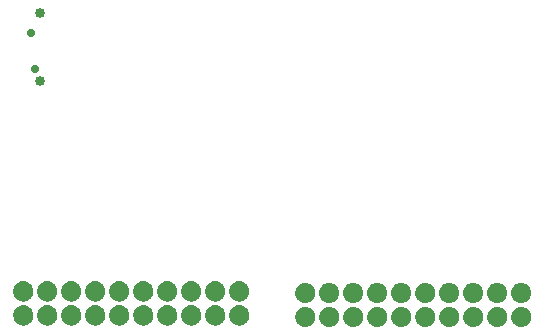
<source format=gbs>
%FSTAX23Y23*%
%MOIN*%
%SFA1B1*%

%IPPOS*%
%ADD65C,0.033590*%
%ADD66C,0.028000*%
%LNesp32c3phils-1*%
%LPD*%
G36*
X03286Y03084D02*
X03286Y03084D01*
X03286Y03084*
X03287Y03084*
X03287Y03083*
X03288Y03083*
X03289Y03083*
X03289Y03083*
X03289Y03083*
X03291Y03083*
X03291Y03083*
X03291Y03083*
X03293Y03083*
X03293Y03083*
X03293Y03083*
X03294Y03082*
X03294Y03082*
X03294Y03082*
X03296Y03081*
X03296Y03081*
X03296Y03081*
X03298Y03081*
X03298Y03081*
X03298Y03081*
X03299Y0308*
X03299Y0308*
X03299Y0308*
X03301Y03079*
X03301Y03079*
X03301Y03079*
X03302Y03078*
X03302Y03078*
X03302Y03078*
X03304Y03077*
X03304Y03077*
X03304Y03077*
X03305Y03076*
X03305Y03076*
X03305Y03076*
X03306Y03075*
X03307Y03075*
X03307Y03075*
X03308Y03074*
X03308Y03074*
X03308Y03074*
X03309Y03073*
X03309Y03073*
X03309Y03072*
X0331Y03071*
X0331Y03071*
X0331Y03071*
X03311Y0307*
X03311Y0307*
X03311Y0307*
X03312Y03068*
X03312Y03068*
X03312Y03068*
X03313Y03067*
X03313Y03067*
X03313Y03067*
X03314Y03065*
X03314Y03065*
X03314Y03065*
X03315Y03064*
X03315Y03064*
X03315Y03064*
X03315Y03062*
X03315Y03062*
X03315Y03062*
X03316Y0306*
X03316Y0306*
X03316Y0306*
X03317Y03059*
X03317Y03059*
X03317Y03059*
X03317Y03057*
X03317Y03057*
X03317Y03057*
X03317Y03055*
X03317Y03055*
X03317Y03055*
X03317Y03054*
X03317Y03053*
X03318Y03053*
X03318Y03052*
Y03052*
X03318Y03052*
X03318Y0305*
X03318Y0305*
X03318Y0305*
X03318Y03048*
X03318Y03048*
Y03048*
X03318Y03047*
X03317Y03046*
X03317Y03046*
X03317Y03045*
X03317Y03045*
X03317Y03045*
X03317Y03043*
X03317Y03043*
X03317Y03043*
X03317Y03041*
X03317Y03041*
X03317Y03041*
X03316Y0304*
X03316Y0304*
X03316Y03039*
X03315Y03038*
X03315Y03038*
X03315Y03038*
X03315Y03036*
X03315Y03036*
X03315Y03036*
X03314Y03035*
X03314Y03035*
X03314Y03035*
X03313Y03033*
X03313Y03033*
X03313Y03033*
X03312Y03032*
X03312Y03032*
X03312Y03031*
X03311Y0303*
X03311Y0303*
X03311Y0303*
X0331Y03029*
X0331Y03029*
X0331Y03029*
X03309Y03027*
X03309Y03027*
X03309Y03027*
X03308Y03026*
X03308Y03026*
X03308Y03026*
X03307Y03025*
X03307Y03025*
X03306Y03025*
X03305Y03024*
X03305Y03024*
X03305Y03024*
X03304Y03023*
X03304Y03023*
X03304Y03023*
X03302Y03022*
X03302Y03022*
X03302Y03022*
X03301Y03021*
X03301Y03021*
X03301Y03021*
X03299Y0302*
X03299Y0302*
X03299Y0302*
X03298Y03019*
X03298Y03019*
X03298Y03019*
X03296Y03018*
X03296Y03018*
X03296Y03018*
X03294Y03018*
X03294Y03018*
X03294Y03018*
X03293Y03017*
X03293Y03017*
X03293Y03017*
X03291Y03017*
X03291Y03017*
X03291Y03017*
X03289Y03017*
X03289Y03017*
X03289Y03017*
X03288Y03016*
X03287Y03016*
X03287Y03016*
X03286Y03016*
X03286Y03016*
X03286Y03016*
X03284Y03016*
X03284Y03016*
X03284Y03016*
X03282Y03016*
X03282Y03016*
X03282Y03016*
X03281Y03016*
X0328Y03016*
X0328Y03016*
X03279Y03017*
X03279Y03017*
X03279Y03017*
X03277Y03017*
X03277Y03017*
X03277Y03017*
X03275Y03017*
X03275Y03017*
X03275Y03017*
X03274Y03018*
X03274Y03018*
X03273Y03018*
X03272Y03018*
X03272Y03018*
X03272Y03018*
X0327Y03019*
X0327Y03019*
X0327Y03019*
X03269Y0302*
X03269Y0302*
X03269Y0302*
X03267Y03021*
X03267Y03021*
X03267Y03021*
X03266Y03022*
X03266Y03022*
X03265Y03022*
X03264Y03023*
X03264Y03023*
X03264Y03023*
X03263Y03024*
X03263Y03024*
X03263Y03024*
X03261Y03025*
X03261Y03025*
X03261Y03025*
X0326Y03026*
X0326Y03026*
X0326Y03026*
X03259Y03027*
X03259Y03027*
X03259Y03027*
X03258Y03029*
X03258Y03029*
X03258Y03029*
X03257Y0303*
X03257Y0303*
X03257Y0303*
X03256Y03031*
X03256Y03032*
X03256Y03032*
X03255Y03033*
X03255Y03033*
X03255Y03033*
X03254Y03035*
X03254Y03035*
X03254Y03035*
X03253Y03036*
X03253Y03036*
X03253Y03036*
X03252Y03038*
X03252Y03038*
X03252Y03038*
X03252Y03039*
X03252Y0304*
X03252Y0304*
X03251Y03041*
X03251Y03041*
X03251Y03041*
X03251Y03043*
X03251Y03043*
X03251Y03043*
X03251Y03045*
X03251Y03045*
X03251Y03045*
X0325Y03046*
X0325Y03046*
X0325Y03047*
X0325Y03048*
Y03048*
X0325Y03048*
X0325Y0305*
X0325Y0305*
X0325Y0305*
X0325Y03052*
X0325Y03052*
Y03052*
X0325Y03053*
X0325Y03053*
X0325Y03054*
X03251Y03055*
X03251Y03055*
X03251Y03055*
X03251Y03057*
X03251Y03057*
X03251Y03057*
X03251Y03059*
X03251Y03059*
X03251Y03059*
X03252Y0306*
X03252Y0306*
X03252Y0306*
X03252Y03062*
X03252Y03062*
X03252Y03062*
X03253Y03064*
X03253Y03064*
X03253Y03064*
X03254Y03065*
X03254Y03065*
X03254Y03065*
X03255Y03067*
X03255Y03067*
X03255Y03067*
X03256Y03068*
X03256Y03068*
X03256Y03068*
X03257Y0307*
X03257Y0307*
X03257Y0307*
X03258Y03071*
X03258Y03071*
X03258Y03071*
X03259Y03072*
X03259Y03073*
X03259Y03073*
X0326Y03074*
X0326Y03074*
X0326Y03074*
X03261Y03075*
X03261Y03075*
X03261Y03075*
X03263Y03076*
X03263Y03076*
X03263Y03076*
X03264Y03077*
X03264Y03077*
X03264Y03077*
X03265Y03078*
X03266Y03078*
X03266Y03078*
X03267Y03079*
X03267Y03079*
X03267Y03079*
X03269Y0308*
X03269Y0308*
X03269Y0308*
X0327Y03081*
X0327Y03081*
X0327Y03081*
X03272Y03081*
X03272Y03081*
X03272Y03081*
X03273Y03082*
X03274Y03082*
X03274Y03082*
X03275Y03083*
X03275Y03083*
X03275Y03083*
X03277Y03083*
X03277Y03083*
X03277Y03083*
X03279Y03083*
X03279Y03083*
X03279Y03083*
X0328Y03083*
X0328Y03083*
X03281Y03084*
X03282Y03084*
X03282Y03084*
X03282Y03084*
X03284Y03084*
X03284*
X03284*
X03286Y03084*
G37*
G36*
X03206D02*
X03206Y03084D01*
X03206Y03084*
X03207Y03084*
X03207Y03083*
X03208Y03083*
X03209Y03083*
X03209Y03083*
X03209Y03083*
X03211Y03083*
X03211Y03083*
X03211Y03083*
X03213Y03083*
X03213Y03083*
X03213Y03083*
X03214Y03082*
X03214Y03082*
X03214Y03082*
X03216Y03081*
X03216Y03081*
X03216Y03081*
X03218Y03081*
X03218Y03081*
X03218Y03081*
X03219Y0308*
X03219Y0308*
X03219Y0308*
X03221Y03079*
X03221Y03079*
X03221Y03079*
X03222Y03078*
X03222Y03078*
X03222Y03078*
X03224Y03077*
X03224Y03077*
X03224Y03077*
X03225Y03076*
X03225Y03076*
X03225Y03076*
X03226Y03075*
X03227Y03075*
X03227Y03075*
X03228Y03074*
X03228Y03074*
X03228Y03074*
X03229Y03073*
X03229Y03073*
X03229Y03072*
X0323Y03071*
X0323Y03071*
X0323Y03071*
X03231Y0307*
X03231Y0307*
X03231Y0307*
X03232Y03068*
X03232Y03068*
X03232Y03068*
X03233Y03067*
X03233Y03067*
X03233Y03067*
X03234Y03065*
X03234Y03065*
X03234Y03065*
X03235Y03064*
X03235Y03064*
X03235Y03064*
X03235Y03062*
X03235Y03062*
X03235Y03062*
X03236Y0306*
X03236Y0306*
X03236Y0306*
X03237Y03059*
X03237Y03059*
X03237Y03059*
X03237Y03057*
X03237Y03057*
X03237Y03057*
X03237Y03055*
X03237Y03055*
X03237Y03055*
X03237Y03054*
X03237Y03053*
X03238Y03053*
X03238Y03052*
Y03052*
X03238Y03052*
X03238Y0305*
X03238Y0305*
X03238Y0305*
X03238Y03048*
X03238Y03048*
Y03048*
X03238Y03047*
X03237Y03046*
X03237Y03046*
X03237Y03045*
X03237Y03045*
X03237Y03045*
X03237Y03043*
X03237Y03043*
X03237Y03043*
X03237Y03041*
X03237Y03041*
X03237Y03041*
X03236Y0304*
X03236Y0304*
X03236Y03039*
X03235Y03038*
X03235Y03038*
X03235Y03038*
X03235Y03036*
X03235Y03036*
X03235Y03036*
X03234Y03035*
X03234Y03035*
X03234Y03035*
X03233Y03033*
X03233Y03033*
X03233Y03033*
X03232Y03032*
X03232Y03032*
X03232Y03031*
X03231Y0303*
X03231Y0303*
X03231Y0303*
X0323Y03029*
X0323Y03029*
X0323Y03029*
X03229Y03027*
X03229Y03027*
X03229Y03027*
X03228Y03026*
X03228Y03026*
X03228Y03026*
X03227Y03025*
X03227Y03025*
X03226Y03025*
X03225Y03024*
X03225Y03024*
X03225Y03024*
X03224Y03023*
X03224Y03023*
X03224Y03023*
X03222Y03022*
X03222Y03022*
X03222Y03022*
X03221Y03021*
X03221Y03021*
X03221Y03021*
X03219Y0302*
X03219Y0302*
X03219Y0302*
X03218Y03019*
X03218Y03019*
X03218Y03019*
X03216Y03018*
X03216Y03018*
X03216Y03018*
X03214Y03018*
X03214Y03018*
X03214Y03018*
X03213Y03017*
X03213Y03017*
X03213Y03017*
X03211Y03017*
X03211Y03017*
X03211Y03017*
X03209Y03017*
X03209Y03017*
X03209Y03017*
X03208Y03016*
X03207Y03016*
X03207Y03016*
X03206Y03016*
X03206Y03016*
X03206Y03016*
X03204Y03016*
X03204Y03016*
X03204Y03016*
X03202Y03016*
X03202Y03016*
X03202Y03016*
X03201Y03016*
X032Y03016*
X032Y03016*
X03199Y03017*
X03199Y03017*
X03199Y03017*
X03197Y03017*
X03197Y03017*
X03197Y03017*
X03195Y03017*
X03195Y03017*
X03195Y03017*
X03194Y03018*
X03194Y03018*
X03193Y03018*
X03192Y03018*
X03192Y03018*
X03192Y03018*
X0319Y03019*
X0319Y03019*
X0319Y03019*
X03189Y0302*
X03189Y0302*
X03189Y0302*
X03187Y03021*
X03187Y03021*
X03187Y03021*
X03186Y03022*
X03186Y03022*
X03185Y03022*
X03184Y03023*
X03184Y03023*
X03184Y03023*
X03183Y03024*
X03183Y03024*
X03183Y03024*
X03181Y03025*
X03181Y03025*
X03181Y03025*
X0318Y03026*
X0318Y03026*
X0318Y03026*
X03179Y03027*
X03179Y03027*
X03179Y03027*
X03178Y03029*
X03178Y03029*
X03178Y03029*
X03177Y0303*
X03177Y0303*
X03177Y0303*
X03176Y03031*
X03176Y03032*
X03176Y03032*
X03175Y03033*
X03175Y03033*
X03175Y03033*
X03174Y03035*
X03174Y03035*
X03174Y03035*
X03173Y03036*
X03173Y03036*
X03173Y03036*
X03172Y03038*
X03172Y03038*
X03172Y03038*
X03172Y03039*
X03172Y0304*
X03172Y0304*
X03171Y03041*
X03171Y03041*
X03171Y03041*
X03171Y03043*
X03171Y03043*
X03171Y03043*
X03171Y03045*
X03171Y03045*
X03171Y03045*
X0317Y03046*
X0317Y03046*
X0317Y03047*
X0317Y03048*
Y03048*
X0317Y03048*
X0317Y0305*
X0317Y0305*
X0317Y0305*
X0317Y03052*
X0317Y03052*
Y03052*
X0317Y03053*
X0317Y03053*
X0317Y03054*
X03171Y03055*
X03171Y03055*
X03171Y03055*
X03171Y03057*
X03171Y03057*
X03171Y03057*
X03171Y03059*
X03171Y03059*
X03171Y03059*
X03172Y0306*
X03172Y0306*
X03172Y0306*
X03172Y03062*
X03172Y03062*
X03172Y03062*
X03173Y03064*
X03173Y03064*
X03173Y03064*
X03174Y03065*
X03174Y03065*
X03174Y03065*
X03175Y03067*
X03175Y03067*
X03175Y03067*
X03176Y03068*
X03176Y03068*
X03176Y03068*
X03177Y0307*
X03177Y0307*
X03177Y0307*
X03178Y03071*
X03178Y03071*
X03178Y03071*
X03179Y03072*
X03179Y03073*
X03179Y03073*
X0318Y03074*
X0318Y03074*
X0318Y03074*
X03181Y03075*
X03181Y03075*
X03181Y03075*
X03183Y03076*
X03183Y03076*
X03183Y03076*
X03184Y03077*
X03184Y03077*
X03184Y03077*
X03185Y03078*
X03186Y03078*
X03186Y03078*
X03187Y03079*
X03187Y03079*
X03187Y03079*
X03189Y0308*
X03189Y0308*
X03189Y0308*
X0319Y03081*
X0319Y03081*
X0319Y03081*
X03192Y03081*
X03192Y03081*
X03192Y03081*
X03193Y03082*
X03194Y03082*
X03194Y03082*
X03195Y03083*
X03195Y03083*
X03195Y03083*
X03197Y03083*
X03197Y03083*
X03197Y03083*
X03199Y03083*
X03199Y03083*
X03199Y03083*
X032Y03083*
X032Y03083*
X03201Y03084*
X03202Y03084*
X03202Y03084*
X03202Y03084*
X03204Y03084*
X03204*
X03204*
X03206Y03084*
G37*
G36*
X03126D02*
X03126Y03084D01*
X03126Y03084*
X03127Y03084*
X03127Y03083*
X03128Y03083*
X03129Y03083*
X03129Y03083*
X03129Y03083*
X03131Y03083*
X03131Y03083*
X03131Y03083*
X03133Y03083*
X03133Y03083*
X03133Y03083*
X03134Y03082*
X03134Y03082*
X03134Y03082*
X03136Y03081*
X03136Y03081*
X03136Y03081*
X03138Y03081*
X03138Y03081*
X03138Y03081*
X03139Y0308*
X03139Y0308*
X03139Y0308*
X03141Y03079*
X03141Y03079*
X03141Y03079*
X03142Y03078*
X03142Y03078*
X03142Y03078*
X03144Y03077*
X03144Y03077*
X03144Y03077*
X03145Y03076*
X03145Y03076*
X03145Y03076*
X03146Y03075*
X03147Y03075*
X03147Y03075*
X03148Y03074*
X03148Y03074*
X03148Y03074*
X03149Y03073*
X03149Y03073*
X03149Y03072*
X0315Y03071*
X0315Y03071*
X0315Y03071*
X03151Y0307*
X03151Y0307*
X03151Y0307*
X03152Y03068*
X03152Y03068*
X03152Y03068*
X03153Y03067*
X03153Y03067*
X03153Y03067*
X03154Y03065*
X03154Y03065*
X03154Y03065*
X03155Y03064*
X03155Y03064*
X03155Y03064*
X03155Y03062*
X03155Y03062*
X03155Y03062*
X03156Y0306*
X03156Y0306*
X03156Y0306*
X03157Y03059*
X03157Y03059*
X03157Y03059*
X03157Y03057*
X03157Y03057*
X03157Y03057*
X03157Y03055*
X03157Y03055*
X03157Y03055*
X03157Y03054*
X03157Y03053*
X03158Y03053*
X03158Y03052*
Y03052*
X03158Y03052*
X03158Y0305*
X03158Y0305*
X03158Y0305*
X03158Y03048*
X03158Y03048*
Y03048*
X03158Y03047*
X03157Y03046*
X03157Y03046*
X03157Y03045*
X03157Y03045*
X03157Y03045*
X03157Y03043*
X03157Y03043*
X03157Y03043*
X03157Y03041*
X03157Y03041*
X03157Y03041*
X03156Y0304*
X03156Y0304*
X03156Y03039*
X03155Y03038*
X03155Y03038*
X03155Y03038*
X03155Y03036*
X03155Y03036*
X03155Y03036*
X03154Y03035*
X03154Y03035*
X03154Y03035*
X03153Y03033*
X03153Y03033*
X03153Y03033*
X03152Y03032*
X03152Y03032*
X03152Y03031*
X03151Y0303*
X03151Y0303*
X03151Y0303*
X0315Y03029*
X0315Y03029*
X0315Y03029*
X03149Y03027*
X03149Y03027*
X03149Y03027*
X03148Y03026*
X03148Y03026*
X03148Y03026*
X03147Y03025*
X03147Y03025*
X03146Y03025*
X03145Y03024*
X03145Y03024*
X03145Y03024*
X03144Y03023*
X03144Y03023*
X03144Y03023*
X03142Y03022*
X03142Y03022*
X03142Y03022*
X03141Y03021*
X03141Y03021*
X03141Y03021*
X03139Y0302*
X03139Y0302*
X03139Y0302*
X03138Y03019*
X03138Y03019*
X03138Y03019*
X03136Y03018*
X03136Y03018*
X03136Y03018*
X03134Y03018*
X03134Y03018*
X03134Y03018*
X03133Y03017*
X03133Y03017*
X03133Y03017*
X03131Y03017*
X03131Y03017*
X03131Y03017*
X03129Y03017*
X03129Y03017*
X03129Y03017*
X03128Y03016*
X03127Y03016*
X03127Y03016*
X03126Y03016*
X03126Y03016*
X03126Y03016*
X03124Y03016*
X03124Y03016*
X03124Y03016*
X03122Y03016*
X03122Y03016*
X03122Y03016*
X03121Y03016*
X0312Y03016*
X0312Y03016*
X03119Y03017*
X03119Y03017*
X03119Y03017*
X03117Y03017*
X03117Y03017*
X03117Y03017*
X03115Y03017*
X03115Y03017*
X03115Y03017*
X03114Y03018*
X03114Y03018*
X03113Y03018*
X03112Y03018*
X03112Y03018*
X03112Y03018*
X0311Y03019*
X0311Y03019*
X0311Y03019*
X03109Y0302*
X03109Y0302*
X03109Y0302*
X03107Y03021*
X03107Y03021*
X03107Y03021*
X03106Y03022*
X03106Y03022*
X03105Y03022*
X03104Y03023*
X03104Y03023*
X03104Y03023*
X03103Y03024*
X03103Y03024*
X03103Y03024*
X03101Y03025*
X03101Y03025*
X03101Y03025*
X031Y03026*
X031Y03026*
X031Y03026*
X03099Y03027*
X03099Y03027*
X03099Y03027*
X03098Y03029*
X03098Y03029*
X03098Y03029*
X03097Y0303*
X03097Y0303*
X03097Y0303*
X03096Y03031*
X03096Y03032*
X03096Y03032*
X03095Y03033*
X03095Y03033*
X03095Y03033*
X03094Y03035*
X03094Y03035*
X03094Y03035*
X03093Y03036*
X03093Y03036*
X03093Y03036*
X03092Y03038*
X03092Y03038*
X03092Y03038*
X03092Y03039*
X03092Y0304*
X03092Y0304*
X03091Y03041*
X03091Y03041*
X03091Y03041*
X03091Y03043*
X03091Y03043*
X03091Y03043*
X03091Y03045*
X03091Y03045*
X03091Y03045*
X0309Y03046*
X0309Y03046*
X0309Y03047*
X0309Y03048*
Y03048*
X0309Y03048*
X0309Y0305*
X0309Y0305*
X0309Y0305*
X0309Y03052*
X0309Y03052*
Y03052*
X0309Y03053*
X0309Y03053*
X0309Y03054*
X03091Y03055*
X03091Y03055*
X03091Y03055*
X03091Y03057*
X03091Y03057*
X03091Y03057*
X03091Y03059*
X03091Y03059*
X03091Y03059*
X03092Y0306*
X03092Y0306*
X03092Y0306*
X03092Y03062*
X03092Y03062*
X03092Y03062*
X03093Y03064*
X03093Y03064*
X03093Y03064*
X03094Y03065*
X03094Y03065*
X03094Y03065*
X03095Y03067*
X03095Y03067*
X03095Y03067*
X03096Y03068*
X03096Y03068*
X03096Y03068*
X03097Y0307*
X03097Y0307*
X03097Y0307*
X03098Y03071*
X03098Y03071*
X03098Y03071*
X03099Y03072*
X03099Y03073*
X03099Y03073*
X031Y03074*
X031Y03074*
X031Y03074*
X03101Y03075*
X03101Y03075*
X03101Y03075*
X03103Y03076*
X03103Y03076*
X03103Y03076*
X03104Y03077*
X03104Y03077*
X03104Y03077*
X03105Y03078*
X03106Y03078*
X03106Y03078*
X03107Y03079*
X03107Y03079*
X03107Y03079*
X03109Y0308*
X03109Y0308*
X03109Y0308*
X0311Y03081*
X0311Y03081*
X0311Y03081*
X03112Y03081*
X03112Y03081*
X03112Y03081*
X03113Y03082*
X03114Y03082*
X03114Y03082*
X03115Y03083*
X03115Y03083*
X03115Y03083*
X03117Y03083*
X03117Y03083*
X03117Y03083*
X03119Y03083*
X03119Y03083*
X03119Y03083*
X0312Y03083*
X0312Y03083*
X03121Y03084*
X03122Y03084*
X03122Y03084*
X03122Y03084*
X03124Y03084*
X03124*
X03124*
X03126Y03084*
G37*
G36*
X03046D02*
X03046Y03084D01*
X03046Y03084*
X03047Y03084*
X03047Y03083*
X03048Y03083*
X03049Y03083*
X03049Y03083*
X03049Y03083*
X03051Y03083*
X03051Y03083*
X03051Y03083*
X03053Y03083*
X03053Y03083*
X03053Y03083*
X03054Y03082*
X03054Y03082*
X03054Y03082*
X03056Y03081*
X03056Y03081*
X03056Y03081*
X03058Y03081*
X03058Y03081*
X03058Y03081*
X03059Y0308*
X03059Y0308*
X03059Y0308*
X03061Y03079*
X03061Y03079*
X03061Y03079*
X03062Y03078*
X03062Y03078*
X03062Y03078*
X03064Y03077*
X03064Y03077*
X03064Y03077*
X03065Y03076*
X03065Y03076*
X03065Y03076*
X03066Y03075*
X03067Y03075*
X03067Y03075*
X03068Y03074*
X03068Y03074*
X03068Y03074*
X03069Y03073*
X03069Y03073*
X03069Y03072*
X0307Y03071*
X0307Y03071*
X0307Y03071*
X03071Y0307*
X03071Y0307*
X03071Y0307*
X03072Y03068*
X03072Y03068*
X03072Y03068*
X03073Y03067*
X03073Y03067*
X03073Y03067*
X03074Y03065*
X03074Y03065*
X03074Y03065*
X03075Y03064*
X03075Y03064*
X03075Y03064*
X03075Y03062*
X03075Y03062*
X03075Y03062*
X03076Y0306*
X03076Y0306*
X03076Y0306*
X03077Y03059*
X03077Y03059*
X03077Y03059*
X03077Y03057*
X03077Y03057*
X03077Y03057*
X03077Y03055*
X03077Y03055*
X03077Y03055*
X03077Y03054*
X03077Y03053*
X03078Y03053*
X03078Y03052*
Y03052*
X03078Y03052*
X03078Y0305*
X03078Y0305*
X03078Y0305*
X03078Y03048*
X03078Y03048*
Y03048*
X03078Y03047*
X03077Y03046*
X03077Y03046*
X03077Y03045*
X03077Y03045*
X03077Y03045*
X03077Y03043*
X03077Y03043*
X03077Y03043*
X03077Y03041*
X03077Y03041*
X03077Y03041*
X03076Y0304*
X03076Y0304*
X03076Y03039*
X03075Y03038*
X03075Y03038*
X03075Y03038*
X03075Y03036*
X03075Y03036*
X03075Y03036*
X03074Y03035*
X03074Y03035*
X03074Y03035*
X03073Y03033*
X03073Y03033*
X03073Y03033*
X03072Y03032*
X03072Y03032*
X03072Y03031*
X03071Y0303*
X03071Y0303*
X03071Y0303*
X0307Y03029*
X0307Y03029*
X0307Y03029*
X03069Y03027*
X03069Y03027*
X03069Y03027*
X03068Y03026*
X03068Y03026*
X03068Y03026*
X03067Y03025*
X03067Y03025*
X03066Y03025*
X03065Y03024*
X03065Y03024*
X03065Y03024*
X03064Y03023*
X03064Y03023*
X03064Y03023*
X03062Y03022*
X03062Y03022*
X03062Y03022*
X03061Y03021*
X03061Y03021*
X03061Y03021*
X03059Y0302*
X03059Y0302*
X03059Y0302*
X03058Y03019*
X03058Y03019*
X03058Y03019*
X03056Y03018*
X03056Y03018*
X03056Y03018*
X03054Y03018*
X03054Y03018*
X03054Y03018*
X03053Y03017*
X03053Y03017*
X03053Y03017*
X03051Y03017*
X03051Y03017*
X03051Y03017*
X03049Y03017*
X03049Y03017*
X03049Y03017*
X03048Y03016*
X03047Y03016*
X03047Y03016*
X03046Y03016*
X03046Y03016*
X03046Y03016*
X03044Y03016*
X03044Y03016*
X03044Y03016*
X03042Y03016*
X03042Y03016*
X03042Y03016*
X03041Y03016*
X0304Y03016*
X0304Y03016*
X03039Y03017*
X03039Y03017*
X03039Y03017*
X03037Y03017*
X03037Y03017*
X03037Y03017*
X03035Y03017*
X03035Y03017*
X03035Y03017*
X03034Y03018*
X03034Y03018*
X03033Y03018*
X03032Y03018*
X03032Y03018*
X03032Y03018*
X0303Y03019*
X0303Y03019*
X0303Y03019*
X03029Y0302*
X03029Y0302*
X03029Y0302*
X03027Y03021*
X03027Y03021*
X03027Y03021*
X03026Y03022*
X03026Y03022*
X03025Y03022*
X03024Y03023*
X03024Y03023*
X03024Y03023*
X03023Y03024*
X03023Y03024*
X03023Y03024*
X03021Y03025*
X03021Y03025*
X03021Y03025*
X0302Y03026*
X0302Y03026*
X0302Y03026*
X03019Y03027*
X03019Y03027*
X03019Y03027*
X03018Y03029*
X03018Y03029*
X03018Y03029*
X03017Y0303*
X03017Y0303*
X03017Y0303*
X03016Y03031*
X03016Y03032*
X03016Y03032*
X03015Y03033*
X03015Y03033*
X03015Y03033*
X03014Y03035*
X03014Y03035*
X03014Y03035*
X03013Y03036*
X03013Y03036*
X03013Y03036*
X03012Y03038*
X03012Y03038*
X03012Y03038*
X03012Y03039*
X03012Y0304*
X03012Y0304*
X03011Y03041*
X03011Y03041*
X03011Y03041*
X03011Y03043*
X03011Y03043*
X03011Y03043*
X03011Y03045*
X03011Y03045*
X03011Y03045*
X0301Y03046*
X0301Y03046*
X0301Y03047*
X0301Y03048*
Y03048*
X0301Y03048*
X0301Y0305*
X0301Y0305*
X0301Y0305*
X0301Y03052*
X0301Y03052*
Y03052*
X0301Y03053*
X0301Y03053*
X0301Y03054*
X03011Y03055*
X03011Y03055*
X03011Y03055*
X03011Y03057*
X03011Y03057*
X03011Y03057*
X03011Y03059*
X03011Y03059*
X03011Y03059*
X03012Y0306*
X03012Y0306*
X03012Y0306*
X03012Y03062*
X03012Y03062*
X03012Y03062*
X03013Y03064*
X03013Y03064*
X03013Y03064*
X03014Y03065*
X03014Y03065*
X03014Y03065*
X03015Y03067*
X03015Y03067*
X03015Y03067*
X03016Y03068*
X03016Y03068*
X03016Y03068*
X03017Y0307*
X03017Y0307*
X03017Y0307*
X03018Y03071*
X03018Y03071*
X03018Y03071*
X03019Y03072*
X03019Y03073*
X03019Y03073*
X0302Y03074*
X0302Y03074*
X0302Y03074*
X03021Y03075*
X03021Y03075*
X03021Y03075*
X03023Y03076*
X03023Y03076*
X03023Y03076*
X03024Y03077*
X03024Y03077*
X03024Y03077*
X03025Y03078*
X03026Y03078*
X03026Y03078*
X03027Y03079*
X03027Y03079*
X03027Y03079*
X03029Y0308*
X03029Y0308*
X03029Y0308*
X0303Y03081*
X0303Y03081*
X0303Y03081*
X03032Y03081*
X03032Y03081*
X03032Y03081*
X03033Y03082*
X03034Y03082*
X03034Y03082*
X03035Y03083*
X03035Y03083*
X03035Y03083*
X03037Y03083*
X03037Y03083*
X03037Y03083*
X03039Y03083*
X03039Y03083*
X03039Y03083*
X0304Y03083*
X0304Y03083*
X03041Y03084*
X03042Y03084*
X03042Y03084*
X03042Y03084*
X03044Y03084*
X03044*
X03044*
X03046Y03084*
G37*
G36*
X02966D02*
X02966Y03084D01*
X02966Y03084*
X02968Y03084*
X02968Y03083*
X02968Y03083*
X02969Y03083*
X02969Y03083*
X0297Y03083*
X02971Y03083*
X02971Y03083*
X02971Y03083*
X02973Y03083*
X02973Y03083*
X02973Y03083*
X02975Y03082*
X02975Y03082*
X02975Y03082*
X02976Y03081*
X02976Y03081*
X02976Y03081*
X02978Y03081*
X02978Y03081*
X02978Y03081*
X02979Y0308*
X0298Y0308*
X0298Y0308*
X02981Y03079*
X02981Y03079*
X02981Y03079*
X02983Y03078*
X02983Y03078*
X02983Y03078*
X02984Y03077*
X02984Y03077*
X02984Y03077*
X02985Y03076*
X02985Y03076*
X02986Y03076*
X02987Y03075*
X02987Y03075*
X02987Y03075*
X02988Y03074*
X02988Y03074*
X02988Y03074*
X02989Y03073*
X02989Y03073*
X02989Y03072*
X0299Y03071*
X0299Y03071*
X02991Y03071*
X02991Y0307*
X02992Y0307*
X02992Y0307*
X02992Y03068*
X02993Y03068*
X02993Y03068*
X02993Y03067*
X02993Y03067*
X02993Y03067*
X02994Y03065*
X02994Y03065*
X02994Y03065*
X02995Y03064*
X02995Y03064*
X02995Y03064*
X02996Y03062*
X02996Y03062*
X02996Y03062*
X02996Y0306*
X02996Y0306*
X02996Y0306*
X02997Y03059*
X02997Y03059*
X02997Y03059*
X02997Y03057*
X02997Y03057*
X02997Y03057*
X02998Y03055*
X02998Y03055*
X02998Y03055*
X02998Y03054*
X02998Y03053*
X02998Y03053*
X02998Y03052*
Y03052*
X02998Y03052*
X02998Y0305*
X02998Y0305*
X02998Y0305*
X02998Y03048*
X02998Y03048*
Y03048*
X02998Y03047*
X02998Y03046*
X02998Y03046*
X02998Y03045*
X02998Y03045*
X02998Y03045*
X02997Y03043*
X02997Y03043*
X02997Y03043*
X02997Y03041*
X02997Y03041*
X02997Y03041*
X02996Y0304*
X02996Y0304*
X02996Y03039*
X02996Y03038*
X02996Y03038*
X02996Y03038*
X02995Y03036*
X02995Y03036*
X02995Y03036*
X02994Y03035*
X02994Y03035*
X02994Y03035*
X02993Y03033*
X02993Y03033*
X02993Y03033*
X02993Y03032*
X02993Y03032*
X02992Y03031*
X02992Y0303*
X02992Y0303*
X02991Y0303*
X02991Y03029*
X0299Y03029*
X0299Y03029*
X02989Y03027*
X02989Y03027*
X02989Y03027*
X02988Y03026*
X02988Y03026*
X02988Y03026*
X02987Y03025*
X02987Y03025*
X02987Y03025*
X02986Y03024*
X02985Y03024*
X02985Y03024*
X02984Y03023*
X02984Y03023*
X02984Y03023*
X02983Y03022*
X02983Y03022*
X02983Y03022*
X02981Y03021*
X02981Y03021*
X02981Y03021*
X0298Y0302*
X0298Y0302*
X02979Y0302*
X02978Y03019*
X02978Y03019*
X02978Y03019*
X02976Y03018*
X02976Y03018*
X02976Y03018*
X02975Y03018*
X02975Y03018*
X02975Y03018*
X02973Y03017*
X02973Y03017*
X02973Y03017*
X02971Y03017*
X02971Y03017*
X02971Y03017*
X0297Y03017*
X02969Y03017*
X02969Y03017*
X02968Y03016*
X02968Y03016*
X02968Y03016*
X02966Y03016*
X02966Y03016*
X02966Y03016*
X02964Y03016*
X02964Y03016*
X02964Y03016*
X02963Y03016*
X02962Y03016*
X02962Y03016*
X02961Y03016*
X02961Y03016*
X02961Y03016*
X02959Y03017*
X02959Y03017*
X02959Y03017*
X02957Y03017*
X02957Y03017*
X02957Y03017*
X02956Y03017*
X02955Y03017*
X02955Y03017*
X02954Y03018*
X02954Y03018*
X02954Y03018*
X02952Y03018*
X02952Y03018*
X02952Y03018*
X02951Y03019*
X02951Y03019*
X0295Y03019*
X02949Y0302*
X02949Y0302*
X02949Y0302*
X02947Y03021*
X02947Y03021*
X02947Y03021*
X02946Y03022*
X02946Y03022*
X02946Y03022*
X02944Y03023*
X02944Y03023*
X02944Y03023*
X02943Y03024*
X02943Y03024*
X02943Y03024*
X02942Y03025*
X02942Y03025*
X02942Y03025*
X0294Y03026*
X0294Y03026*
X0294Y03026*
X02939Y03027*
X02939Y03027*
X02939Y03027*
X02938Y03029*
X02938Y03029*
X02938Y03029*
X02937Y0303*
X02937Y0303*
X02937Y0303*
X02936Y03031*
X02936Y03032*
X02936Y03032*
X02935Y03033*
X02935Y03033*
X02935Y03033*
X02934Y03035*
X02934Y03035*
X02934Y03035*
X02933Y03036*
X02933Y03036*
X02933Y03036*
X02933Y03038*
X02933Y03038*
X02933Y03038*
X02932Y03039*
X02932Y0304*
X02932Y0304*
X02932Y03041*
X02932Y03041*
X02932Y03041*
X02931Y03043*
X02931Y03043*
X02931Y03043*
X02931Y03045*
X02931Y03045*
X02931Y03045*
X02931Y03046*
X02931Y03046*
X02931Y03047*
X02931Y03048*
Y03048*
X02931Y03048*
X0293Y0305*
X0293Y0305*
X0293Y0305*
X02931Y03052*
X02931Y03052*
Y03052*
X02931Y03053*
X02931Y03053*
X02931Y03054*
X02931Y03055*
X02931Y03055*
X02931Y03055*
X02931Y03057*
X02931Y03057*
X02931Y03057*
X02932Y03059*
X02932Y03059*
X02932Y03059*
X02932Y0306*
X02932Y0306*
X02932Y0306*
X02933Y03062*
X02933Y03062*
X02933Y03062*
X02933Y03064*
X02933Y03064*
X02933Y03064*
X02934Y03065*
X02934Y03065*
X02934Y03065*
X02935Y03067*
X02935Y03067*
X02935Y03067*
X02936Y03068*
X02936Y03068*
X02936Y03068*
X02937Y0307*
X02937Y0307*
X02937Y0307*
X02938Y03071*
X02938Y03071*
X02938Y03071*
X02939Y03072*
X02939Y03073*
X02939Y03073*
X0294Y03074*
X0294Y03074*
X0294Y03074*
X02942Y03075*
X02942Y03075*
X02942Y03075*
X02943Y03076*
X02943Y03076*
X02943Y03076*
X02944Y03077*
X02944Y03077*
X02944Y03077*
X02946Y03078*
X02946Y03078*
X02946Y03078*
X02947Y03079*
X02947Y03079*
X02947Y03079*
X02949Y0308*
X02949Y0308*
X02949Y0308*
X0295Y03081*
X02951Y03081*
X02951Y03081*
X02952Y03081*
X02952Y03081*
X02952Y03081*
X02954Y03082*
X02954Y03082*
X02954Y03082*
X02955Y03083*
X02955Y03083*
X02956Y03083*
X02957Y03083*
X02957Y03083*
X02957Y03083*
X02959Y03083*
X02959Y03083*
X02959Y03083*
X02961Y03083*
X02961Y03083*
X02961Y03084*
X02962Y03084*
X02962Y03084*
X02963Y03084*
X02964Y03084*
X02964*
X02964*
X02966Y03084*
G37*
G36*
X03286Y03004D02*
X03286Y03004D01*
X03286Y03004*
X03288Y03004*
X03288Y03003*
X03288Y03003*
X03289Y03003*
X03289Y03003*
X0329Y03003*
X03291Y03003*
X03291Y03003*
X03291Y03003*
X03293Y03003*
X03293Y03003*
X03293Y03003*
X03295Y03002*
X03295Y03002*
X03295Y03002*
X03296Y03001*
X03296Y03001*
X03296Y03001*
X03298Y03001*
X03298Y03001*
X03298Y03001*
X03299Y03*
X033Y03*
X033Y03*
X03301Y02999*
X03301Y02999*
X03301Y02999*
X03303Y02998*
X03303Y02998*
X03303Y02998*
X03304Y02997*
X03304Y02997*
X03304Y02997*
X03305Y02996*
X03305Y02996*
X03306Y02996*
X03307Y02995*
X03307Y02995*
X03307Y02995*
X03308Y02994*
X03308Y02994*
X03308Y02994*
X03309Y02993*
X03309Y02993*
X03309Y02992*
X0331Y02991*
X0331Y02991*
X03311Y02991*
X03311Y0299*
X03312Y0299*
X03312Y0299*
X03312Y02988*
X03313Y02988*
X03313Y02988*
X03313Y02987*
X03313Y02987*
X03313Y02987*
X03314Y02985*
X03314Y02985*
X03314Y02985*
X03315Y02984*
X03315Y02984*
X03315Y02984*
X03316Y02982*
X03316Y02982*
X03316Y02982*
X03316Y0298*
X03316Y0298*
X03316Y0298*
X03317Y02979*
X03317Y02979*
X03317Y02979*
X03317Y02977*
X03317Y02977*
X03317Y02977*
X03318Y02975*
X03318Y02975*
X03318Y02975*
X03318Y02974*
X03318Y02973*
X03318Y02973*
X03318Y02972*
Y02972*
X03318Y02972*
X03318Y0297*
X03318Y0297*
X03318Y0297*
X03318Y02968*
X03318Y02968*
Y02968*
X03318Y02967*
X03318Y02966*
X03318Y02966*
X03318Y02965*
X03318Y02965*
X03318Y02965*
X03317Y02963*
X03317Y02963*
X03317Y02963*
X03317Y02961*
X03317Y02961*
X03317Y02961*
X03316Y0296*
X03316Y0296*
X03316Y02959*
X03316Y02958*
X03316Y02958*
X03316Y02958*
X03315Y02956*
X03315Y02956*
X03315Y02956*
X03314Y02955*
X03314Y02955*
X03314Y02955*
X03313Y02953*
X03313Y02953*
X03313Y02953*
X03313Y02952*
X03313Y02952*
X03312Y02951*
X03312Y0295*
X03312Y0295*
X03311Y0295*
X03311Y02949*
X0331Y02949*
X0331Y02949*
X03309Y02947*
X03309Y02947*
X03309Y02947*
X03308Y02946*
X03308Y02946*
X03308Y02946*
X03307Y02945*
X03307Y02945*
X03307Y02945*
X03306Y02944*
X03305Y02944*
X03305Y02944*
X03304Y02943*
X03304Y02943*
X03304Y02943*
X03303Y02942*
X03303Y02942*
X03303Y02942*
X03301Y02941*
X03301Y02941*
X03301Y02941*
X033Y0294*
X033Y0294*
X03299Y0294*
X03298Y02939*
X03298Y02939*
X03298Y02939*
X03296Y02938*
X03296Y02938*
X03296Y02938*
X03295Y02938*
X03295Y02938*
X03295Y02938*
X03293Y02937*
X03293Y02937*
X03293Y02937*
X03291Y02937*
X03291Y02937*
X03291Y02937*
X0329Y02937*
X03289Y02937*
X03289Y02937*
X03288Y02936*
X03288Y02936*
X03288Y02936*
X03286Y02936*
X03286Y02936*
X03286Y02936*
X03284Y02936*
X03284Y02936*
X03284Y02936*
X03283Y02936*
X03282Y02936*
X03282Y02936*
X03281Y02936*
X03281Y02936*
X03281Y02936*
X03279Y02937*
X03279Y02937*
X03279Y02937*
X03277Y02937*
X03277Y02937*
X03277Y02937*
X03276Y02937*
X03275Y02937*
X03275Y02937*
X03274Y02938*
X03274Y02938*
X03274Y02938*
X03272Y02938*
X03272Y02938*
X03272Y02938*
X03271Y02939*
X03271Y02939*
X0327Y02939*
X03269Y0294*
X03269Y0294*
X03269Y0294*
X03267Y02941*
X03267Y02941*
X03267Y02941*
X03266Y02942*
X03266Y02942*
X03266Y02942*
X03264Y02943*
X03264Y02943*
X03264Y02943*
X03263Y02944*
X03263Y02944*
X03263Y02944*
X03262Y02945*
X03262Y02945*
X03262Y02945*
X0326Y02946*
X0326Y02946*
X0326Y02946*
X03259Y02947*
X03259Y02947*
X03259Y02947*
X03258Y02949*
X03258Y02949*
X03258Y02949*
X03257Y0295*
X03257Y0295*
X03257Y0295*
X03256Y02951*
X03256Y02952*
X03256Y02952*
X03255Y02953*
X03255Y02953*
X03255Y02953*
X03254Y02955*
X03254Y02955*
X03254Y02955*
X03253Y02956*
X03253Y02956*
X03253Y02956*
X03253Y02958*
X03253Y02958*
X03253Y02958*
X03252Y02959*
X03252Y0296*
X03252Y0296*
X03252Y02961*
X03252Y02961*
X03252Y02961*
X03251Y02963*
X03251Y02963*
X03251Y02963*
X03251Y02965*
X03251Y02965*
X03251Y02965*
X03251Y02966*
X03251Y02966*
X03251Y02967*
X03251Y02968*
Y02968*
X03251Y02968*
X0325Y0297*
X0325Y0297*
X0325Y0297*
X03251Y02972*
X03251Y02972*
Y02972*
X03251Y02973*
X03251Y02973*
X03251Y02974*
X03251Y02975*
X03251Y02975*
X03251Y02975*
X03251Y02977*
X03251Y02977*
X03251Y02977*
X03252Y02979*
X03252Y02979*
X03252Y02979*
X03252Y0298*
X03252Y0298*
X03252Y0298*
X03253Y02982*
X03253Y02982*
X03253Y02982*
X03253Y02984*
X03253Y02984*
X03253Y02984*
X03254Y02985*
X03254Y02985*
X03254Y02985*
X03255Y02987*
X03255Y02987*
X03255Y02987*
X03256Y02988*
X03256Y02988*
X03256Y02988*
X03257Y0299*
X03257Y0299*
X03257Y0299*
X03258Y02991*
X03258Y02991*
X03258Y02991*
X03259Y02992*
X03259Y02993*
X03259Y02993*
X0326Y02994*
X0326Y02994*
X0326Y02994*
X03262Y02995*
X03262Y02995*
X03262Y02995*
X03263Y02996*
X03263Y02996*
X03263Y02996*
X03264Y02997*
X03264Y02997*
X03264Y02997*
X03266Y02998*
X03266Y02998*
X03266Y02998*
X03267Y02999*
X03267Y02999*
X03267Y02999*
X03269Y03*
X03269Y03*
X03269Y03*
X0327Y03001*
X03271Y03001*
X03271Y03001*
X03272Y03001*
X03272Y03001*
X03272Y03001*
X03274Y03002*
X03274Y03002*
X03274Y03002*
X03275Y03003*
X03275Y03003*
X03276Y03003*
X03277Y03003*
X03277Y03003*
X03277Y03003*
X03279Y03003*
X03279Y03003*
X03279Y03003*
X03281Y03003*
X03281Y03003*
X03281Y03004*
X03282Y03004*
X03282Y03004*
X03283Y03004*
X03284Y03004*
X03284Y03004*
X03284Y03004*
X03286Y03004*
G37*
G36*
X03206D02*
X03206Y03004D01*
X03206Y03004*
X03208Y03004*
X03208Y03003*
X03208Y03003*
X03209Y03003*
X03209Y03003*
X0321Y03003*
X03211Y03003*
X03211Y03003*
X03211Y03003*
X03213Y03003*
X03213Y03003*
X03213Y03003*
X03215Y03002*
X03215Y03002*
X03215Y03002*
X03216Y03001*
X03216Y03001*
X03216Y03001*
X03218Y03001*
X03218Y03001*
X03218Y03001*
X03219Y03*
X0322Y03*
X0322Y03*
X03221Y02999*
X03221Y02999*
X03221Y02999*
X03223Y02998*
X03223Y02998*
X03223Y02998*
X03224Y02997*
X03224Y02997*
X03224Y02997*
X03225Y02996*
X03225Y02996*
X03226Y02996*
X03227Y02995*
X03227Y02995*
X03227Y02995*
X03228Y02994*
X03228Y02994*
X03228Y02994*
X03229Y02993*
X03229Y02993*
X03229Y02992*
X0323Y02991*
X0323Y02991*
X03231Y02991*
X03231Y0299*
X03232Y0299*
X03232Y0299*
X03232Y02988*
X03233Y02988*
X03233Y02988*
X03233Y02987*
X03233Y02987*
X03233Y02987*
X03234Y02985*
X03234Y02985*
X03234Y02985*
X03235Y02984*
X03235Y02984*
X03235Y02984*
X03236Y02982*
X03236Y02982*
X03236Y02982*
X03236Y0298*
X03236Y0298*
X03236Y0298*
X03237Y02979*
X03237Y02979*
X03237Y02979*
X03237Y02977*
X03237Y02977*
X03237Y02977*
X03238Y02975*
X03238Y02975*
X03238Y02975*
X03238Y02974*
X03238Y02973*
X03238Y02973*
X03238Y02972*
Y02972*
X03238Y02972*
X03238Y0297*
X03238Y0297*
X03238Y0297*
X03238Y02968*
X03238Y02968*
Y02968*
X03238Y02967*
X03238Y02966*
X03238Y02966*
X03238Y02965*
X03238Y02965*
X03238Y02965*
X03237Y02963*
X03237Y02963*
X03237Y02963*
X03237Y02961*
X03237Y02961*
X03237Y02961*
X03236Y0296*
X03236Y0296*
X03236Y02959*
X03236Y02958*
X03236Y02958*
X03236Y02958*
X03235Y02956*
X03235Y02956*
X03235Y02956*
X03234Y02955*
X03234Y02955*
X03234Y02955*
X03233Y02953*
X03233Y02953*
X03233Y02953*
X03233Y02952*
X03233Y02952*
X03232Y02951*
X03232Y0295*
X03232Y0295*
X03231Y0295*
X03231Y02949*
X0323Y02949*
X0323Y02949*
X03229Y02947*
X03229Y02947*
X03229Y02947*
X03228Y02946*
X03228Y02946*
X03228Y02946*
X03227Y02945*
X03227Y02945*
X03227Y02945*
X03226Y02944*
X03225Y02944*
X03225Y02944*
X03224Y02943*
X03224Y02943*
X03224Y02943*
X03223Y02942*
X03223Y02942*
X03223Y02942*
X03221Y02941*
X03221Y02941*
X03221Y02941*
X0322Y0294*
X0322Y0294*
X03219Y0294*
X03218Y02939*
X03218Y02939*
X03218Y02939*
X03216Y02938*
X03216Y02938*
X03216Y02938*
X03215Y02938*
X03215Y02938*
X03215Y02938*
X03213Y02937*
X03213Y02937*
X03213Y02937*
X03211Y02937*
X03211Y02937*
X03211Y02937*
X0321Y02937*
X03209Y02937*
X03209Y02937*
X03208Y02936*
X03208Y02936*
X03208Y02936*
X03206Y02936*
X03206Y02936*
X03206Y02936*
X03204Y02936*
X03204Y02936*
X03204Y02936*
X03203Y02936*
X03202Y02936*
X03202Y02936*
X03201Y02936*
X03201Y02936*
X03201Y02936*
X03199Y02937*
X03199Y02937*
X03199Y02937*
X03197Y02937*
X03197Y02937*
X03197Y02937*
X03196Y02937*
X03195Y02937*
X03195Y02937*
X03194Y02938*
X03194Y02938*
X03194Y02938*
X03192Y02938*
X03192Y02938*
X03192Y02938*
X03191Y02939*
X03191Y02939*
X0319Y02939*
X03189Y0294*
X03189Y0294*
X03189Y0294*
X03187Y02941*
X03187Y02941*
X03187Y02941*
X03186Y02942*
X03186Y02942*
X03186Y02942*
X03184Y02943*
X03184Y02943*
X03184Y02943*
X03183Y02944*
X03183Y02944*
X03183Y02944*
X03182Y02945*
X03182Y02945*
X03182Y02945*
X0318Y02946*
X0318Y02946*
X0318Y02946*
X03179Y02947*
X03179Y02947*
X03179Y02947*
X03178Y02949*
X03178Y02949*
X03178Y02949*
X03177Y0295*
X03177Y0295*
X03177Y0295*
X03176Y02951*
X03176Y02952*
X03176Y02952*
X03175Y02953*
X03175Y02953*
X03175Y02953*
X03174Y02955*
X03174Y02955*
X03174Y02955*
X03173Y02956*
X03173Y02956*
X03173Y02956*
X03173Y02958*
X03173Y02958*
X03173Y02958*
X03172Y02959*
X03172Y0296*
X03172Y0296*
X03172Y02961*
X03172Y02961*
X03172Y02961*
X03171Y02963*
X03171Y02963*
X03171Y02963*
X03171Y02965*
X03171Y02965*
X03171Y02965*
X03171Y02966*
X03171Y02966*
X03171Y02967*
X03171Y02968*
Y02968*
X03171Y02968*
X0317Y0297*
X0317Y0297*
X0317Y0297*
X03171Y02972*
X03171Y02972*
Y02972*
X03171Y02973*
X03171Y02973*
X03171Y02974*
X03171Y02975*
X03171Y02975*
X03171Y02975*
X03171Y02977*
X03171Y02977*
X03171Y02977*
X03172Y02979*
X03172Y02979*
X03172Y02979*
X03172Y0298*
X03172Y0298*
X03172Y0298*
X03173Y02982*
X03173Y02982*
X03173Y02982*
X03173Y02984*
X03173Y02984*
X03173Y02984*
X03174Y02985*
X03174Y02985*
X03174Y02985*
X03175Y02987*
X03175Y02987*
X03175Y02987*
X03176Y02988*
X03176Y02988*
X03176Y02988*
X03177Y0299*
X03177Y0299*
X03177Y0299*
X03178Y02991*
X03178Y02991*
X03178Y02991*
X03179Y02992*
X03179Y02993*
X03179Y02993*
X0318Y02994*
X0318Y02994*
X0318Y02994*
X03182Y02995*
X03182Y02995*
X03182Y02995*
X03183Y02996*
X03183Y02996*
X03183Y02996*
X03184Y02997*
X03184Y02997*
X03184Y02997*
X03186Y02998*
X03186Y02998*
X03186Y02998*
X03187Y02999*
X03187Y02999*
X03187Y02999*
X03189Y03*
X03189Y03*
X03189Y03*
X0319Y03001*
X03191Y03001*
X03191Y03001*
X03192Y03001*
X03192Y03001*
X03192Y03001*
X03194Y03002*
X03194Y03002*
X03194Y03002*
X03195Y03003*
X03195Y03003*
X03196Y03003*
X03197Y03003*
X03197Y03003*
X03197Y03003*
X03199Y03003*
X03199Y03003*
X03199Y03003*
X03201Y03003*
X03201Y03003*
X03201Y03004*
X03202Y03004*
X03202Y03004*
X03203Y03004*
X03204Y03004*
X03204Y03004*
X03204Y03004*
X03206Y03004*
G37*
G36*
X03126D02*
X03126Y03004D01*
X03126Y03004*
X03128Y03004*
X03128Y03003*
X03128Y03003*
X03129Y03003*
X03129Y03003*
X0313Y03003*
X03131Y03003*
X03131Y03003*
X03131Y03003*
X03133Y03003*
X03133Y03003*
X03133Y03003*
X03135Y03002*
X03135Y03002*
X03135Y03002*
X03136Y03001*
X03136Y03001*
X03136Y03001*
X03138Y03001*
X03138Y03001*
X03138Y03001*
X03139Y03*
X0314Y03*
X0314Y03*
X03141Y02999*
X03141Y02999*
X03141Y02999*
X03143Y02998*
X03143Y02998*
X03143Y02998*
X03144Y02997*
X03144Y02997*
X03144Y02997*
X03145Y02996*
X03145Y02996*
X03146Y02996*
X03147Y02995*
X03147Y02995*
X03147Y02995*
X03148Y02994*
X03148Y02994*
X03148Y02994*
X03149Y02993*
X03149Y02993*
X03149Y02992*
X0315Y02991*
X0315Y02991*
X03151Y02991*
X03151Y0299*
X03152Y0299*
X03152Y0299*
X03152Y02988*
X03153Y02988*
X03153Y02988*
X03153Y02987*
X03153Y02987*
X03153Y02987*
X03154Y02985*
X03154Y02985*
X03154Y02985*
X03155Y02984*
X03155Y02984*
X03155Y02984*
X03156Y02982*
X03156Y02982*
X03156Y02982*
X03156Y0298*
X03156Y0298*
X03156Y0298*
X03157Y02979*
X03157Y02979*
X03157Y02979*
X03157Y02977*
X03157Y02977*
X03157Y02977*
X03158Y02975*
X03158Y02975*
X03158Y02975*
X03158Y02974*
X03158Y02973*
X03158Y02973*
X03158Y02972*
Y02972*
X03158Y02972*
X03158Y0297*
X03158Y0297*
X03158Y0297*
X03158Y02968*
X03158Y02968*
Y02968*
X03158Y02967*
X03158Y02966*
X03158Y02966*
X03158Y02965*
X03158Y02965*
X03158Y02965*
X03157Y02963*
X03157Y02963*
X03157Y02963*
X03157Y02961*
X03157Y02961*
X03157Y02961*
X03156Y0296*
X03156Y0296*
X03156Y02959*
X03156Y02958*
X03156Y02958*
X03156Y02958*
X03155Y02956*
X03155Y02956*
X03155Y02956*
X03154Y02955*
X03154Y02955*
X03154Y02955*
X03153Y02953*
X03153Y02953*
X03153Y02953*
X03153Y02952*
X03153Y02952*
X03152Y02951*
X03152Y0295*
X03152Y0295*
X03151Y0295*
X03151Y02949*
X0315Y02949*
X0315Y02949*
X03149Y02947*
X03149Y02947*
X03149Y02947*
X03148Y02946*
X03148Y02946*
X03148Y02946*
X03147Y02945*
X03147Y02945*
X03147Y02945*
X03146Y02944*
X03145Y02944*
X03145Y02944*
X03144Y02943*
X03144Y02943*
X03144Y02943*
X03143Y02942*
X03143Y02942*
X03143Y02942*
X03141Y02941*
X03141Y02941*
X03141Y02941*
X0314Y0294*
X0314Y0294*
X03139Y0294*
X03138Y02939*
X03138Y02939*
X03138Y02939*
X03136Y02938*
X03136Y02938*
X03136Y02938*
X03135Y02938*
X03135Y02938*
X03135Y02938*
X03133Y02937*
X03133Y02937*
X03133Y02937*
X03131Y02937*
X03131Y02937*
X03131Y02937*
X0313Y02937*
X03129Y02937*
X03129Y02937*
X03128Y02936*
X03128Y02936*
X03128Y02936*
X03126Y02936*
X03126Y02936*
X03126Y02936*
X03124Y02936*
X03124Y02936*
X03124Y02936*
X03123Y02936*
X03122Y02936*
X03122Y02936*
X03121Y02936*
X03121Y02936*
X03121Y02936*
X03119Y02937*
X03119Y02937*
X03119Y02937*
X03117Y02937*
X03117Y02937*
X03117Y02937*
X03116Y02937*
X03115Y02937*
X03115Y02937*
X03114Y02938*
X03114Y02938*
X03114Y02938*
X03112Y02938*
X03112Y02938*
X03112Y02938*
X03111Y02939*
X03111Y02939*
X0311Y02939*
X03109Y0294*
X03109Y0294*
X03109Y0294*
X03107Y02941*
X03107Y02941*
X03107Y02941*
X03106Y02942*
X03106Y02942*
X03106Y02942*
X03104Y02943*
X03104Y02943*
X03104Y02943*
X03103Y02944*
X03103Y02944*
X03103Y02944*
X03102Y02945*
X03102Y02945*
X03102Y02945*
X031Y02946*
X031Y02946*
X031Y02946*
X03099Y02947*
X03099Y02947*
X03099Y02947*
X03098Y02949*
X03098Y02949*
X03098Y02949*
X03097Y0295*
X03097Y0295*
X03097Y0295*
X03096Y02951*
X03096Y02952*
X03096Y02952*
X03095Y02953*
X03095Y02953*
X03095Y02953*
X03094Y02955*
X03094Y02955*
X03094Y02955*
X03093Y02956*
X03093Y02956*
X03093Y02956*
X03093Y02958*
X03093Y02958*
X03093Y02958*
X03092Y02959*
X03092Y0296*
X03092Y0296*
X03092Y02961*
X03092Y02961*
X03092Y02961*
X03091Y02963*
X03091Y02963*
X03091Y02963*
X03091Y02965*
X03091Y02965*
X03091Y02965*
X03091Y02966*
X03091Y02966*
X03091Y02967*
X03091Y02968*
Y02968*
X03091Y02968*
X0309Y0297*
X0309Y0297*
X0309Y0297*
X03091Y02972*
X03091Y02972*
Y02972*
X03091Y02973*
X03091Y02973*
X03091Y02974*
X03091Y02975*
X03091Y02975*
X03091Y02975*
X03091Y02977*
X03091Y02977*
X03091Y02977*
X03092Y02979*
X03092Y02979*
X03092Y02979*
X03092Y0298*
X03092Y0298*
X03092Y0298*
X03093Y02982*
X03093Y02982*
X03093Y02982*
X03093Y02984*
X03093Y02984*
X03093Y02984*
X03094Y02985*
X03094Y02985*
X03094Y02985*
X03095Y02987*
X03095Y02987*
X03095Y02987*
X03096Y02988*
X03096Y02988*
X03096Y02988*
X03097Y0299*
X03097Y0299*
X03097Y0299*
X03098Y02991*
X03098Y02991*
X03098Y02991*
X03099Y02992*
X03099Y02993*
X03099Y02993*
X031Y02994*
X031Y02994*
X031Y02994*
X03102Y02995*
X03102Y02995*
X03102Y02995*
X03103Y02996*
X03103Y02996*
X03103Y02996*
X03104Y02997*
X03104Y02997*
X03104Y02997*
X03106Y02998*
X03106Y02998*
X03106Y02998*
X03107Y02999*
X03107Y02999*
X03107Y02999*
X03109Y03*
X03109Y03*
X03109Y03*
X0311Y03001*
X03111Y03001*
X03111Y03001*
X03112Y03001*
X03112Y03001*
X03112Y03001*
X03114Y03002*
X03114Y03002*
X03114Y03002*
X03115Y03003*
X03115Y03003*
X03116Y03003*
X03117Y03003*
X03117Y03003*
X03117Y03003*
X03119Y03003*
X03119Y03003*
X03119Y03003*
X03121Y03003*
X03121Y03003*
X03121Y03004*
X03122Y03004*
X03122Y03004*
X03123Y03004*
X03124Y03004*
X03124Y03004*
X03124Y03004*
X03126Y03004*
G37*
G36*
X03046D02*
X03046Y03004D01*
X03046Y03004*
X03048Y03004*
X03048Y03003*
X03048Y03003*
X03049Y03003*
X03049Y03003*
X0305Y03003*
X03051Y03003*
X03051Y03003*
X03051Y03003*
X03053Y03003*
X03053Y03003*
X03053Y03003*
X03055Y03002*
X03055Y03002*
X03055Y03002*
X03056Y03001*
X03056Y03001*
X03056Y03001*
X03058Y03001*
X03058Y03001*
X03058Y03001*
X03059Y03*
X0306Y03*
X0306Y03*
X03061Y02999*
X03061Y02999*
X03061Y02999*
X03063Y02998*
X03063Y02998*
X03063Y02998*
X03064Y02997*
X03064Y02997*
X03064Y02997*
X03065Y02996*
X03065Y02996*
X03066Y02996*
X03067Y02995*
X03067Y02995*
X03067Y02995*
X03068Y02994*
X03068Y02994*
X03068Y02994*
X03069Y02993*
X03069Y02993*
X03069Y02992*
X0307Y02991*
X0307Y02991*
X03071Y02991*
X03071Y0299*
X03072Y0299*
X03072Y0299*
X03072Y02988*
X03073Y02988*
X03073Y02988*
X03073Y02987*
X03073Y02987*
X03073Y02987*
X03074Y02985*
X03074Y02985*
X03074Y02985*
X03075Y02984*
X03075Y02984*
X03075Y02984*
X03076Y02982*
X03076Y02982*
X03076Y02982*
X03076Y0298*
X03076Y0298*
X03076Y0298*
X03077Y02979*
X03077Y02979*
X03077Y02979*
X03077Y02977*
X03077Y02977*
X03077Y02977*
X03078Y02975*
X03078Y02975*
X03078Y02975*
X03078Y02974*
X03078Y02973*
X03078Y02973*
X03078Y02972*
Y02972*
X03078Y02972*
X03078Y0297*
X03078Y0297*
X03078Y0297*
X03078Y02968*
X03078Y02968*
Y02968*
X03078Y02967*
X03078Y02966*
X03078Y02966*
X03078Y02965*
X03078Y02965*
X03078Y02965*
X03077Y02963*
X03077Y02963*
X03077Y02963*
X03077Y02961*
X03077Y02961*
X03077Y02961*
X03076Y0296*
X03076Y0296*
X03076Y02959*
X03076Y02958*
X03076Y02958*
X03076Y02958*
X03075Y02956*
X03075Y02956*
X03075Y02956*
X03074Y02955*
X03074Y02955*
X03074Y02955*
X03073Y02953*
X03073Y02953*
X03073Y02953*
X03073Y02952*
X03073Y02952*
X03072Y02951*
X03072Y0295*
X03072Y0295*
X03071Y0295*
X03071Y02949*
X0307Y02949*
X0307Y02949*
X03069Y02947*
X03069Y02947*
X03069Y02947*
X03068Y02946*
X03068Y02946*
X03068Y02946*
X03067Y02945*
X03067Y02945*
X03067Y02945*
X03066Y02944*
X03065Y02944*
X03065Y02944*
X03064Y02943*
X03064Y02943*
X03064Y02943*
X03063Y02942*
X03063Y02942*
X03063Y02942*
X03061Y02941*
X03061Y02941*
X03061Y02941*
X0306Y0294*
X0306Y0294*
X03059Y0294*
X03058Y02939*
X03058Y02939*
X03058Y02939*
X03056Y02938*
X03056Y02938*
X03056Y02938*
X03055Y02938*
X03055Y02938*
X03055Y02938*
X03053Y02937*
X03053Y02937*
X03053Y02937*
X03051Y02937*
X03051Y02937*
X03051Y02937*
X0305Y02937*
X03049Y02937*
X03049Y02937*
X03048Y02936*
X03048Y02936*
X03048Y02936*
X03046Y02936*
X03046Y02936*
X03046Y02936*
X03044Y02936*
X03044Y02936*
X03044Y02936*
X03043Y02936*
X03042Y02936*
X03042Y02936*
X03041Y02936*
X03041Y02936*
X03041Y02936*
X03039Y02937*
X03039Y02937*
X03039Y02937*
X03037Y02937*
X03037Y02937*
X03037Y02937*
X03036Y02937*
X03035Y02937*
X03035Y02937*
X03034Y02938*
X03034Y02938*
X03034Y02938*
X03032Y02938*
X03032Y02938*
X03032Y02938*
X03031Y02939*
X03031Y02939*
X0303Y02939*
X03029Y0294*
X03029Y0294*
X03029Y0294*
X03027Y02941*
X03027Y02941*
X03027Y02941*
X03026Y02942*
X03026Y02942*
X03026Y02942*
X03024Y02943*
X03024Y02943*
X03024Y02943*
X03023Y02944*
X03023Y02944*
X03023Y02944*
X03022Y02945*
X03022Y02945*
X03022Y02945*
X0302Y02946*
X0302Y02946*
X0302Y02946*
X03019Y02947*
X03019Y02947*
X03019Y02947*
X03018Y02949*
X03018Y02949*
X03018Y02949*
X03017Y0295*
X03017Y0295*
X03017Y0295*
X03016Y02951*
X03016Y02952*
X03016Y02952*
X03015Y02953*
X03015Y02953*
X03015Y02953*
X03014Y02955*
X03014Y02955*
X03014Y02955*
X03013Y02956*
X03013Y02956*
X03013Y02956*
X03013Y02958*
X03013Y02958*
X03013Y02958*
X03012Y02959*
X03012Y0296*
X03012Y0296*
X03012Y02961*
X03012Y02961*
X03012Y02961*
X03011Y02963*
X03011Y02963*
X03011Y02963*
X03011Y02965*
X03011Y02965*
X03011Y02965*
X03011Y02966*
X03011Y02966*
X03011Y02967*
X03011Y02968*
Y02968*
X03011Y02968*
X0301Y0297*
X0301Y0297*
X0301Y0297*
X03011Y02972*
X03011Y02972*
Y02972*
X03011Y02973*
X03011Y02973*
X03011Y02974*
X03011Y02975*
X03011Y02975*
X03011Y02975*
X03011Y02977*
X03011Y02977*
X03011Y02977*
X03012Y02979*
X03012Y02979*
X03012Y02979*
X03012Y0298*
X03012Y0298*
X03012Y0298*
X03013Y02982*
X03013Y02982*
X03013Y02982*
X03013Y02984*
X03013Y02984*
X03013Y02984*
X03014Y02985*
X03014Y02985*
X03014Y02985*
X03015Y02987*
X03015Y02987*
X03015Y02987*
X03016Y02988*
X03016Y02988*
X03016Y02988*
X03017Y0299*
X03017Y0299*
X03017Y0299*
X03018Y02991*
X03018Y02991*
X03018Y02991*
X03019Y02992*
X03019Y02993*
X03019Y02993*
X0302Y02994*
X0302Y02994*
X0302Y02994*
X03022Y02995*
X03022Y02995*
X03022Y02995*
X03023Y02996*
X03023Y02996*
X03023Y02996*
X03024Y02997*
X03024Y02997*
X03024Y02997*
X03026Y02998*
X03026Y02998*
X03026Y02998*
X03027Y02999*
X03027Y02999*
X03027Y02999*
X03029Y03*
X03029Y03*
X03029Y03*
X0303Y03001*
X03031Y03001*
X03031Y03001*
X03032Y03001*
X03032Y03001*
X03032Y03001*
X03034Y03002*
X03034Y03002*
X03034Y03002*
X03035Y03003*
X03035Y03003*
X03036Y03003*
X03037Y03003*
X03037Y03003*
X03037Y03003*
X03039Y03003*
X03039Y03003*
X03039Y03003*
X03041Y03003*
X03041Y03003*
X03041Y03004*
X03042Y03004*
X03042Y03004*
X03043Y03004*
X03044Y03004*
X03044Y03004*
X03044Y03004*
X03046Y03004*
G37*
G36*
X02966D02*
X02966Y03004D01*
X02966*
X02968Y03004*
X02968Y03003*
X02968Y03003*
X0297Y03003*
X0297Y03003*
X0297Y03003*
X02971Y03003*
X02972Y03003*
X02972Y03003*
X02973Y03003*
X02973Y03003*
X02973Y03003*
X02975Y03002*
X02975Y03002*
X02975Y03002*
X02976Y03001*
X02977Y03001*
X02977Y03001*
X02978Y03001*
X02978Y03001*
X02978Y03001*
X0298Y03*
X0298Y03*
X0298Y03*
X02981Y02999*
X02981Y02999*
X02981Y02999*
X02983Y02998*
X02983Y02998*
X02983Y02998*
X02984Y02997*
X02984Y02997*
X02984Y02997*
X02986Y02996*
X02986Y02996*
X02986Y02996*
X02987Y02995*
X02987Y02995*
X02987Y02995*
X02988Y02994*
X02988Y02994*
X02988Y02994*
X02989Y02993*
X0299Y02993*
X0299Y02992*
X02991Y02991*
X02991Y02991*
X02991Y02991*
X02992Y0299*
X02992Y0299*
X02992Y0299*
X02993Y02988*
X02993Y02988*
X02993Y02988*
X02994Y02987*
X02994Y02987*
X02994Y02987*
X02995Y02985*
X02995Y02985*
X02995Y02985*
X02995Y02984*
X02995Y02984*
X02995Y02984*
X02996Y02982*
X02996Y02982*
X02996Y02982*
X02997Y0298*
X02997Y0298*
X02997Y0298*
X02997Y02979*
X02997Y02979*
X02997Y02979*
X02997Y02977*
X02997Y02977*
X02998Y02977*
X02998Y02975*
X02998Y02975*
X02998Y02975*
X02998Y02974*
X02998Y02973*
X02998Y02973*
X02998Y02972*
Y02972*
X02998Y02972*
X02998Y0297*
X02998Y0297*
X02998Y0297*
X02998Y02968*
X02998Y02968*
Y02968*
X02998Y02967*
X02998Y02966*
X02998Y02966*
X02998Y02965*
X02998Y02965*
X02998Y02965*
X02998Y02963*
X02997Y02963*
X02997Y02963*
X02997Y02961*
X02997Y02961*
X02997Y02961*
X02997Y0296*
X02997Y0296*
X02997Y02959*
X02996Y02958*
X02996Y02958*
X02996Y02958*
X02995Y02956*
X02995Y02956*
X02995Y02956*
X02995Y02955*
X02995Y02955*
X02995Y02955*
X02994Y02953*
X02994Y02953*
X02994Y02953*
X02993Y02952*
X02993Y02952*
X02993Y02951*
X02992Y0295*
X02992Y0295*
X02992Y0295*
X02991Y02949*
X02991Y02949*
X02991Y02949*
X0299Y02947*
X0299Y02947*
X02989Y02947*
X02988Y02946*
X02988Y02946*
X02988Y02946*
X02987Y02945*
X02987Y02945*
X02987Y02945*
X02986Y02944*
X02986Y02944*
X02986Y02944*
X02984Y02943*
X02984Y02943*
X02984Y02943*
X02983Y02942*
X02983Y02942*
X02983Y02942*
X02981Y02941*
X02981Y02941*
X02981Y02941*
X0298Y0294*
X0298Y0294*
X0298Y0294*
X02978Y02939*
X02978Y02939*
X02978Y02939*
X02977Y02939*
X02977Y02938*
X02976Y02938*
X02975Y02938*
X02975Y02938*
X02975Y02938*
X02973Y02937*
X02973Y02937*
X02973Y02937*
X02972Y02937*
X02972Y02937*
X02971Y02937*
X0297Y02937*
X0297Y02937*
X0297Y02937*
X02968Y02936*
X02968Y02936*
X02968Y02936*
X02966Y02936*
X02966*
X02966Y02936*
X02965Y02936*
X02964Y02936*
X02964Y02936*
X02963Y02936*
X02963Y02936*
X02963*
X02961Y02936*
X02961Y02936*
X02961Y02936*
X02959Y02937*
X02959Y02937*
X02959Y02937*
X02958Y02937*
X02957Y02937*
X02957Y02937*
X02956Y02937*
X02956Y02937*
X02956Y02937*
X02954Y02938*
X02954Y02938*
X02954Y02938*
X02953Y02938*
X02952Y02938*
X02952Y02939*
X02951Y02939*
X02951Y02939*
X02951Y02939*
X02949Y0294*
X02949Y0294*
X02949Y0294*
X02948Y02941*
X02948Y02941*
X02948Y02941*
X02946Y02942*
X02946Y02942*
X02946Y02942*
X02945Y02943*
X02945Y02943*
X02945Y02943*
X02943Y02944*
X02943Y02944*
X02943Y02944*
X02942Y02945*
X02942Y02945*
X02942Y02945*
X02941Y02946*
X02941Y02946*
X02941Y02946*
X0294Y02947*
X02939Y02947*
X02939Y02947*
X02938Y02949*
X02938Y02949*
X02938Y02949*
X02937Y0295*
X02937Y0295*
X02937Y0295*
X02936Y02951*
X02936Y02952*
X02936Y02952*
X02935Y02953*
X02935Y02953*
X02935Y02953*
X02934Y02955*
X02934Y02955*
X02934Y02955*
X02934Y02956*
X02934Y02956*
X02934Y02956*
X02933Y02958*
X02933Y02958*
X02933Y02958*
X02932Y02959*
X02932Y0296*
X02932Y0296*
X02932Y02961*
X02932Y02961*
X02932Y02961*
X02932Y02963*
X02932Y02963*
X02931Y02963*
X02931Y02965*
X02931Y02965*
X02931Y02965*
X02931Y02966*
X02931Y02966*
X02931Y02967*
X02931Y02968*
Y02968*
X02931Y02968*
X02931Y0297*
X02931Y0297*
X02931Y0297*
X02931Y02972*
X02931Y02972*
Y02972*
X02931Y02973*
X02931Y02973*
X02931Y02974*
X02931Y02975*
X02931Y02975*
X02931Y02975*
X02931Y02977*
X02932Y02977*
X02932Y02977*
X02932Y02979*
X02932Y02979*
X02932Y02979*
X02932Y0298*
X02932Y0298*
X02932Y0298*
X02933Y02982*
X02933Y02982*
X02933Y02982*
X02934Y02984*
X02934Y02984*
X02934Y02984*
X02934Y02985*
X02934Y02985*
X02934Y02985*
X02935Y02987*
X02935Y02987*
X02935Y02987*
X02936Y02988*
X02936Y02988*
X02936Y02988*
X02937Y0299*
X02937Y0299*
X02937Y0299*
X02938Y02991*
X02938Y02991*
X02938Y02991*
X02939Y02992*
X02939Y02993*
X0294Y02993*
X02941Y02994*
X02941Y02994*
X02941Y02994*
X02942Y02995*
X02942Y02995*
X02942Y02995*
X02943Y02996*
X02943Y02996*
X02943Y02996*
X02945Y02997*
X02945Y02997*
X02945Y02997*
X02946Y02998*
X02946Y02998*
X02946Y02998*
X02948Y02999*
X02948Y02999*
X02948Y02999*
X02949Y03*
X02949Y03*
X02949Y03*
X02951Y03001*
X02951Y03001*
X02951Y03001*
X02952Y03001*
X02952Y03001*
X02953Y03001*
X02954Y03002*
X02954Y03002*
X02954Y03002*
X02956Y03003*
X02956Y03003*
X02956Y03003*
X02957Y03003*
X02957Y03003*
X02958Y03003*
X02959Y03003*
X02959Y03003*
X02959Y03003*
X02961Y03003*
X02961Y03003*
X02961Y03004*
X02963Y03004*
X02963*
X02963Y03004*
X02964Y03004*
X02964Y03004*
X02965Y03004*
X02966Y03004*
G37*
G36*
X03686Y03084D02*
X03686Y03084D01*
X03686Y03084*
X03687Y03084*
X03687Y03083*
X03688Y03083*
X03689Y03083*
X03689Y03083*
X03689Y03083*
X03691Y03083*
X03691Y03083*
X03691Y03083*
X03693Y03083*
X03693Y03083*
X03693Y03083*
X03694Y03082*
X03694Y03082*
X03694Y03082*
X03696Y03081*
X03696Y03081*
X03696Y03081*
X03698Y03081*
X03698Y03081*
X03698Y03081*
X03699Y0308*
X03699Y0308*
X03699Y0308*
X03701Y03079*
X03701Y03079*
X03701Y03079*
X03702Y03078*
X03702Y03078*
X03702Y03078*
X03704Y03077*
X03704Y03077*
X03704Y03077*
X03705Y03076*
X03705Y03076*
X03705Y03076*
X03706Y03075*
X03707Y03075*
X03707Y03075*
X03708Y03074*
X03708Y03074*
X03708Y03074*
X03709Y03073*
X03709Y03073*
X03709Y03072*
X0371Y03071*
X0371Y03071*
X0371Y03071*
X03711Y0307*
X03711Y0307*
X03711Y0307*
X03712Y03068*
X03712Y03068*
X03712Y03068*
X03713Y03067*
X03713Y03067*
X03713Y03067*
X03714Y03065*
X03714Y03065*
X03714Y03065*
X03715Y03064*
X03715Y03064*
X03715Y03064*
X03715Y03062*
X03715Y03062*
X03715Y03062*
X03716Y0306*
X03716Y0306*
X03716Y0306*
X03717Y03059*
X03717Y03059*
X03717Y03059*
X03717Y03057*
X03717Y03057*
X03717Y03057*
X03717Y03055*
X03717Y03055*
X03717Y03055*
X03717Y03054*
X03717Y03053*
X03718Y03053*
X03718Y03052*
Y03052*
X03718Y03052*
X03718Y0305*
X03718Y0305*
X03718Y0305*
X03718Y03048*
X03718Y03048*
Y03048*
X03718Y03047*
X03717Y03046*
X03717Y03046*
X03717Y03045*
X03717Y03045*
X03717Y03045*
X03717Y03043*
X03717Y03043*
X03717Y03043*
X03717Y03041*
X03717Y03041*
X03717Y03041*
X03716Y0304*
X03716Y0304*
X03716Y03039*
X03715Y03038*
X03715Y03038*
X03715Y03038*
X03715Y03036*
X03715Y03036*
X03715Y03036*
X03714Y03035*
X03714Y03035*
X03714Y03035*
X03713Y03033*
X03713Y03033*
X03713Y03033*
X03712Y03032*
X03712Y03032*
X03712Y03031*
X03711Y0303*
X03711Y0303*
X03711Y0303*
X0371Y03029*
X0371Y03029*
X0371Y03029*
X03709Y03027*
X03709Y03027*
X03709Y03027*
X03708Y03026*
X03708Y03026*
X03708Y03026*
X03707Y03025*
X03707Y03025*
X03706Y03025*
X03705Y03024*
X03705Y03024*
X03705Y03024*
X03704Y03023*
X03704Y03023*
X03704Y03023*
X03702Y03022*
X03702Y03022*
X03702Y03022*
X03701Y03021*
X03701Y03021*
X03701Y03021*
X03699Y0302*
X03699Y0302*
X03699Y0302*
X03698Y03019*
X03698Y03019*
X03698Y03019*
X03696Y03018*
X03696Y03018*
X03696Y03018*
X03694Y03018*
X03694Y03018*
X03694Y03018*
X03693Y03017*
X03693Y03017*
X03693Y03017*
X03691Y03017*
X03691Y03017*
X03691Y03017*
X03689Y03017*
X03689Y03017*
X03689Y03017*
X03688Y03016*
X03687Y03016*
X03687Y03016*
X03686Y03016*
X03686Y03016*
X03686Y03016*
X03684Y03016*
X03684Y03016*
X03684Y03016*
X03682Y03016*
X03682Y03016*
X03682Y03016*
X03681Y03016*
X0368Y03016*
X0368Y03016*
X03679Y03017*
X03679Y03017*
X03679Y03017*
X03677Y03017*
X03677Y03017*
X03677Y03017*
X03675Y03017*
X03675Y03017*
X03675Y03017*
X03674Y03018*
X03674Y03018*
X03673Y03018*
X03672Y03018*
X03672Y03018*
X03672Y03018*
X0367Y03019*
X0367Y03019*
X0367Y03019*
X03669Y0302*
X03669Y0302*
X03669Y0302*
X03667Y03021*
X03667Y03021*
X03667Y03021*
X03666Y03022*
X03666Y03022*
X03665Y03022*
X03664Y03023*
X03664Y03023*
X03664Y03023*
X03663Y03024*
X03663Y03024*
X03663Y03024*
X03661Y03025*
X03661Y03025*
X03661Y03025*
X0366Y03026*
X0366Y03026*
X0366Y03026*
X03659Y03027*
X03659Y03027*
X03659Y03027*
X03658Y03029*
X03658Y03029*
X03658Y03029*
X03657Y0303*
X03657Y0303*
X03657Y0303*
X03656Y03031*
X03656Y03032*
X03656Y03032*
X03655Y03033*
X03655Y03033*
X03655Y03033*
X03654Y03035*
X03654Y03035*
X03654Y03035*
X03653Y03036*
X03653Y03036*
X03653Y03036*
X03652Y03038*
X03652Y03038*
X03652Y03038*
X03652Y03039*
X03652Y0304*
X03652Y0304*
X03651Y03041*
X03651Y03041*
X03651Y03041*
X03651Y03043*
X03651Y03043*
X03651Y03043*
X03651Y03045*
X03651Y03045*
X03651Y03045*
X0365Y03046*
X0365Y03046*
X0365Y03047*
X0365Y03048*
Y03048*
X0365Y03048*
X0365Y0305*
X0365Y0305*
X0365Y0305*
X0365Y03052*
X0365Y03052*
Y03052*
X0365Y03053*
X0365Y03053*
X0365Y03054*
X03651Y03055*
X03651Y03055*
X03651Y03055*
X03651Y03057*
X03651Y03057*
X03651Y03057*
X03651Y03059*
X03651Y03059*
X03651Y03059*
X03652Y0306*
X03652Y0306*
X03652Y0306*
X03652Y03062*
X03652Y03062*
X03652Y03062*
X03653Y03064*
X03653Y03064*
X03653Y03064*
X03654Y03065*
X03654Y03065*
X03654Y03065*
X03655Y03067*
X03655Y03067*
X03655Y03067*
X03656Y03068*
X03656Y03068*
X03656Y03068*
X03657Y0307*
X03657Y0307*
X03657Y0307*
X03658Y03071*
X03658Y03071*
X03658Y03071*
X03659Y03072*
X03659Y03073*
X03659Y03073*
X0366Y03074*
X0366Y03074*
X0366Y03074*
X03661Y03075*
X03661Y03075*
X03661Y03075*
X03663Y03076*
X03663Y03076*
X03663Y03076*
X03664Y03077*
X03664Y03077*
X03664Y03077*
X03665Y03078*
X03666Y03078*
X03666Y03078*
X03667Y03079*
X03667Y03079*
X03667Y03079*
X03669Y0308*
X03669Y0308*
X03669Y0308*
X0367Y03081*
X0367Y03081*
X0367Y03081*
X03672Y03081*
X03672Y03081*
X03672Y03081*
X03673Y03082*
X03674Y03082*
X03674Y03082*
X03675Y03083*
X03675Y03083*
X03675Y03083*
X03677Y03083*
X03677Y03083*
X03677Y03083*
X03679Y03083*
X03679Y03083*
X03679Y03083*
X0368Y03083*
X0368Y03083*
X03681Y03084*
X03682Y03084*
X03682Y03084*
X03682Y03084*
X03684Y03084*
X03684*
X03684*
X03686Y03084*
G37*
G36*
X03606D02*
X03606Y03084D01*
X03606Y03084*
X03607Y03084*
X03607Y03083*
X03608Y03083*
X03609Y03083*
X03609Y03083*
X03609Y03083*
X03611Y03083*
X03611Y03083*
X03611Y03083*
X03613Y03083*
X03613Y03083*
X03613Y03083*
X03614Y03082*
X03614Y03082*
X03614Y03082*
X03616Y03081*
X03616Y03081*
X03616Y03081*
X03618Y03081*
X03618Y03081*
X03618Y03081*
X03619Y0308*
X03619Y0308*
X03619Y0308*
X03621Y03079*
X03621Y03079*
X03621Y03079*
X03622Y03078*
X03622Y03078*
X03622Y03078*
X03624Y03077*
X03624Y03077*
X03624Y03077*
X03625Y03076*
X03625Y03076*
X03625Y03076*
X03626Y03075*
X03627Y03075*
X03627Y03075*
X03628Y03074*
X03628Y03074*
X03628Y03074*
X03629Y03073*
X03629Y03073*
X03629Y03072*
X0363Y03071*
X0363Y03071*
X0363Y03071*
X03631Y0307*
X03631Y0307*
X03631Y0307*
X03632Y03068*
X03632Y03068*
X03632Y03068*
X03633Y03067*
X03633Y03067*
X03633Y03067*
X03634Y03065*
X03634Y03065*
X03634Y03065*
X03635Y03064*
X03635Y03064*
X03635Y03064*
X03635Y03062*
X03635Y03062*
X03635Y03062*
X03636Y0306*
X03636Y0306*
X03636Y0306*
X03637Y03059*
X03637Y03059*
X03637Y03059*
X03637Y03057*
X03637Y03057*
X03637Y03057*
X03637Y03055*
X03637Y03055*
X03637Y03055*
X03637Y03054*
X03637Y03053*
X03638Y03053*
X03638Y03052*
Y03052*
X03638Y03052*
X03638Y0305*
X03638Y0305*
X03638Y0305*
X03638Y03048*
X03638Y03048*
Y03048*
X03638Y03047*
X03637Y03046*
X03637Y03046*
X03637Y03045*
X03637Y03045*
X03637Y03045*
X03637Y03043*
X03637Y03043*
X03637Y03043*
X03637Y03041*
X03637Y03041*
X03637Y03041*
X03636Y0304*
X03636Y0304*
X03636Y03039*
X03635Y03038*
X03635Y03038*
X03635Y03038*
X03635Y03036*
X03635Y03036*
X03635Y03036*
X03634Y03035*
X03634Y03035*
X03634Y03035*
X03633Y03033*
X03633Y03033*
X03633Y03033*
X03632Y03032*
X03632Y03032*
X03632Y03031*
X03631Y0303*
X03631Y0303*
X03631Y0303*
X0363Y03029*
X0363Y03029*
X0363Y03029*
X03629Y03027*
X03629Y03027*
X03629Y03027*
X03628Y03026*
X03628Y03026*
X03628Y03026*
X03627Y03025*
X03627Y03025*
X03626Y03025*
X03625Y03024*
X03625Y03024*
X03625Y03024*
X03624Y03023*
X03624Y03023*
X03624Y03023*
X03622Y03022*
X03622Y03022*
X03622Y03022*
X03621Y03021*
X03621Y03021*
X03621Y03021*
X03619Y0302*
X03619Y0302*
X03619Y0302*
X03618Y03019*
X03618Y03019*
X03618Y03019*
X03616Y03018*
X03616Y03018*
X03616Y03018*
X03614Y03018*
X03614Y03018*
X03614Y03018*
X03613Y03017*
X03613Y03017*
X03613Y03017*
X03611Y03017*
X03611Y03017*
X03611Y03017*
X03609Y03017*
X03609Y03017*
X03609Y03017*
X03608Y03016*
X03607Y03016*
X03607Y03016*
X03606Y03016*
X03606Y03016*
X03606Y03016*
X03604Y03016*
X03604Y03016*
X03604Y03016*
X03602Y03016*
X03602Y03016*
X03602Y03016*
X03601Y03016*
X036Y03016*
X036Y03016*
X03599Y03017*
X03599Y03017*
X03599Y03017*
X03597Y03017*
X03597Y03017*
X03597Y03017*
X03595Y03017*
X03595Y03017*
X03595Y03017*
X03594Y03018*
X03594Y03018*
X03593Y03018*
X03592Y03018*
X03592Y03018*
X03592Y03018*
X0359Y03019*
X0359Y03019*
X0359Y03019*
X03589Y0302*
X03589Y0302*
X03589Y0302*
X03587Y03021*
X03587Y03021*
X03587Y03021*
X03586Y03022*
X03586Y03022*
X03585Y03022*
X03584Y03023*
X03584Y03023*
X03584Y03023*
X03583Y03024*
X03583Y03024*
X03583Y03024*
X03581Y03025*
X03581Y03025*
X03581Y03025*
X0358Y03026*
X0358Y03026*
X0358Y03026*
X03579Y03027*
X03579Y03027*
X03579Y03027*
X03578Y03029*
X03578Y03029*
X03578Y03029*
X03577Y0303*
X03577Y0303*
X03577Y0303*
X03576Y03031*
X03576Y03032*
X03576Y03032*
X03575Y03033*
X03575Y03033*
X03575Y03033*
X03574Y03035*
X03574Y03035*
X03574Y03035*
X03573Y03036*
X03573Y03036*
X03573Y03036*
X03572Y03038*
X03572Y03038*
X03572Y03038*
X03572Y03039*
X03572Y0304*
X03572Y0304*
X03571Y03041*
X03571Y03041*
X03571Y03041*
X03571Y03043*
X03571Y03043*
X03571Y03043*
X03571Y03045*
X03571Y03045*
X03571Y03045*
X0357Y03046*
X0357Y03046*
X0357Y03047*
X0357Y03048*
Y03048*
X0357Y03048*
X0357Y0305*
X0357Y0305*
X0357Y0305*
X0357Y03052*
X0357Y03052*
Y03052*
X0357Y03053*
X0357Y03053*
X0357Y03054*
X03571Y03055*
X03571Y03055*
X03571Y03055*
X03571Y03057*
X03571Y03057*
X03571Y03057*
X03571Y03059*
X03571Y03059*
X03571Y03059*
X03572Y0306*
X03572Y0306*
X03572Y0306*
X03572Y03062*
X03572Y03062*
X03572Y03062*
X03573Y03064*
X03573Y03064*
X03573Y03064*
X03574Y03065*
X03574Y03065*
X03574Y03065*
X03575Y03067*
X03575Y03067*
X03575Y03067*
X03576Y03068*
X03576Y03068*
X03576Y03068*
X03577Y0307*
X03577Y0307*
X03577Y0307*
X03578Y03071*
X03578Y03071*
X03578Y03071*
X03579Y03072*
X03579Y03073*
X03579Y03073*
X0358Y03074*
X0358Y03074*
X0358Y03074*
X03581Y03075*
X03581Y03075*
X03581Y03075*
X03583Y03076*
X03583Y03076*
X03583Y03076*
X03584Y03077*
X03584Y03077*
X03584Y03077*
X03585Y03078*
X03586Y03078*
X03586Y03078*
X03587Y03079*
X03587Y03079*
X03587Y03079*
X03589Y0308*
X03589Y0308*
X03589Y0308*
X0359Y03081*
X0359Y03081*
X0359Y03081*
X03592Y03081*
X03592Y03081*
X03592Y03081*
X03593Y03082*
X03594Y03082*
X03594Y03082*
X03595Y03083*
X03595Y03083*
X03595Y03083*
X03597Y03083*
X03597Y03083*
X03597Y03083*
X03599Y03083*
X03599Y03083*
X03599Y03083*
X036Y03083*
X036Y03083*
X03601Y03084*
X03602Y03084*
X03602Y03084*
X03602Y03084*
X03604Y03084*
X03604*
X03604*
X03606Y03084*
G37*
G36*
X03526D02*
X03526Y03084D01*
X03526Y03084*
X03527Y03084*
X03527Y03083*
X03528Y03083*
X03529Y03083*
X03529Y03083*
X03529Y03083*
X03531Y03083*
X03531Y03083*
X03531Y03083*
X03533Y03083*
X03533Y03083*
X03533Y03083*
X03534Y03082*
X03534Y03082*
X03534Y03082*
X03536Y03081*
X03536Y03081*
X03536Y03081*
X03538Y03081*
X03538Y03081*
X03538Y03081*
X03539Y0308*
X03539Y0308*
X03539Y0308*
X03541Y03079*
X03541Y03079*
X03541Y03079*
X03542Y03078*
X03542Y03078*
X03542Y03078*
X03544Y03077*
X03544Y03077*
X03544Y03077*
X03545Y03076*
X03545Y03076*
X03545Y03076*
X03546Y03075*
X03547Y03075*
X03547Y03075*
X03548Y03074*
X03548Y03074*
X03548Y03074*
X03549Y03073*
X03549Y03073*
X03549Y03072*
X0355Y03071*
X0355Y03071*
X0355Y03071*
X03551Y0307*
X03551Y0307*
X03551Y0307*
X03552Y03068*
X03552Y03068*
X03552Y03068*
X03553Y03067*
X03553Y03067*
X03553Y03067*
X03554Y03065*
X03554Y03065*
X03554Y03065*
X03555Y03064*
X03555Y03064*
X03555Y03064*
X03555Y03062*
X03555Y03062*
X03555Y03062*
X03556Y0306*
X03556Y0306*
X03556Y0306*
X03557Y03059*
X03557Y03059*
X03557Y03059*
X03557Y03057*
X03557Y03057*
X03557Y03057*
X03557Y03055*
X03557Y03055*
X03557Y03055*
X03557Y03054*
X03557Y03053*
X03558Y03053*
X03558Y03052*
Y03052*
X03558Y03052*
X03558Y0305*
X03558Y0305*
X03558Y0305*
X03558Y03048*
X03558Y03048*
Y03048*
X03558Y03047*
X03557Y03046*
X03557Y03046*
X03557Y03045*
X03557Y03045*
X03557Y03045*
X03557Y03043*
X03557Y03043*
X03557Y03043*
X03557Y03041*
X03557Y03041*
X03557Y03041*
X03556Y0304*
X03556Y0304*
X03556Y03039*
X03555Y03038*
X03555Y03038*
X03555Y03038*
X03555Y03036*
X03555Y03036*
X03555Y03036*
X03554Y03035*
X03554Y03035*
X03554Y03035*
X03553Y03033*
X03553Y03033*
X03553Y03033*
X03552Y03032*
X03552Y03032*
X03552Y03031*
X03551Y0303*
X03551Y0303*
X03551Y0303*
X0355Y03029*
X0355Y03029*
X0355Y03029*
X03549Y03027*
X03549Y03027*
X03549Y03027*
X03548Y03026*
X03548Y03026*
X03548Y03026*
X03547Y03025*
X03547Y03025*
X03546Y03025*
X03545Y03024*
X03545Y03024*
X03545Y03024*
X03544Y03023*
X03544Y03023*
X03544Y03023*
X03542Y03022*
X03542Y03022*
X03542Y03022*
X03541Y03021*
X03541Y03021*
X03541Y03021*
X03539Y0302*
X03539Y0302*
X03539Y0302*
X03538Y03019*
X03538Y03019*
X03538Y03019*
X03536Y03018*
X03536Y03018*
X03536Y03018*
X03534Y03018*
X03534Y03018*
X03534Y03018*
X03533Y03017*
X03533Y03017*
X03533Y03017*
X03531Y03017*
X03531Y03017*
X03531Y03017*
X03529Y03017*
X03529Y03017*
X03529Y03017*
X03528Y03016*
X03527Y03016*
X03527Y03016*
X03526Y03016*
X03526Y03016*
X03526Y03016*
X03524Y03016*
X03524Y03016*
X03524Y03016*
X03522Y03016*
X03522Y03016*
X03522Y03016*
X03521Y03016*
X0352Y03016*
X0352Y03016*
X03519Y03017*
X03519Y03017*
X03519Y03017*
X03517Y03017*
X03517Y03017*
X03517Y03017*
X03515Y03017*
X03515Y03017*
X03515Y03017*
X03514Y03018*
X03514Y03018*
X03513Y03018*
X03512Y03018*
X03512Y03018*
X03512Y03018*
X0351Y03019*
X0351Y03019*
X0351Y03019*
X03509Y0302*
X03509Y0302*
X03509Y0302*
X03507Y03021*
X03507Y03021*
X03507Y03021*
X03506Y03022*
X03506Y03022*
X03505Y03022*
X03504Y03023*
X03504Y03023*
X03504Y03023*
X03503Y03024*
X03503Y03024*
X03503Y03024*
X03501Y03025*
X03501Y03025*
X03501Y03025*
X035Y03026*
X035Y03026*
X035Y03026*
X03499Y03027*
X03499Y03027*
X03499Y03027*
X03498Y03029*
X03498Y03029*
X03498Y03029*
X03497Y0303*
X03497Y0303*
X03497Y0303*
X03496Y03031*
X03496Y03032*
X03496Y03032*
X03495Y03033*
X03495Y03033*
X03495Y03033*
X03494Y03035*
X03494Y03035*
X03494Y03035*
X03493Y03036*
X03493Y03036*
X03493Y03036*
X03492Y03038*
X03492Y03038*
X03492Y03038*
X03492Y03039*
X03492Y0304*
X03492Y0304*
X03491Y03041*
X03491Y03041*
X03491Y03041*
X03491Y03043*
X03491Y03043*
X03491Y03043*
X03491Y03045*
X03491Y03045*
X03491Y03045*
X0349Y03046*
X0349Y03046*
X0349Y03047*
X0349Y03048*
Y03048*
X0349Y03048*
X0349Y0305*
X0349Y0305*
X0349Y0305*
X0349Y03052*
X0349Y03052*
Y03052*
X0349Y03053*
X0349Y03053*
X0349Y03054*
X03491Y03055*
X03491Y03055*
X03491Y03055*
X03491Y03057*
X03491Y03057*
X03491Y03057*
X03491Y03059*
X03491Y03059*
X03491Y03059*
X03492Y0306*
X03492Y0306*
X03492Y0306*
X03492Y03062*
X03492Y03062*
X03492Y03062*
X03493Y03064*
X03493Y03064*
X03493Y03064*
X03494Y03065*
X03494Y03065*
X03494Y03065*
X03495Y03067*
X03495Y03067*
X03495Y03067*
X03496Y03068*
X03496Y03068*
X03496Y03068*
X03497Y0307*
X03497Y0307*
X03497Y0307*
X03498Y03071*
X03498Y03071*
X03498Y03071*
X03499Y03072*
X03499Y03073*
X03499Y03073*
X035Y03074*
X035Y03074*
X035Y03074*
X03501Y03075*
X03501Y03075*
X03501Y03075*
X03503Y03076*
X03503Y03076*
X03503Y03076*
X03504Y03077*
X03504Y03077*
X03504Y03077*
X03505Y03078*
X03506Y03078*
X03506Y03078*
X03507Y03079*
X03507Y03079*
X03507Y03079*
X03509Y0308*
X03509Y0308*
X03509Y0308*
X0351Y03081*
X0351Y03081*
X0351Y03081*
X03512Y03081*
X03512Y03081*
X03512Y03081*
X03513Y03082*
X03514Y03082*
X03514Y03082*
X03515Y03083*
X03515Y03083*
X03515Y03083*
X03517Y03083*
X03517Y03083*
X03517Y03083*
X03519Y03083*
X03519Y03083*
X03519Y03083*
X0352Y03083*
X0352Y03083*
X03521Y03084*
X03522Y03084*
X03522Y03084*
X03522Y03084*
X03524Y03084*
X03524*
X03524*
X03526Y03084*
G37*
G36*
X03446D02*
X03446Y03084D01*
X03446Y03084*
X03447Y03084*
X03447Y03083*
X03448Y03083*
X03449Y03083*
X03449Y03083*
X03449Y03083*
X03451Y03083*
X03451Y03083*
X03451Y03083*
X03453Y03083*
X03453Y03083*
X03453Y03083*
X03454Y03082*
X03454Y03082*
X03454Y03082*
X03456Y03081*
X03456Y03081*
X03456Y03081*
X03458Y03081*
X03458Y03081*
X03458Y03081*
X03459Y0308*
X03459Y0308*
X03459Y0308*
X03461Y03079*
X03461Y03079*
X03461Y03079*
X03462Y03078*
X03462Y03078*
X03462Y03078*
X03464Y03077*
X03464Y03077*
X03464Y03077*
X03465Y03076*
X03465Y03076*
X03465Y03076*
X03466Y03075*
X03467Y03075*
X03467Y03075*
X03468Y03074*
X03468Y03074*
X03468Y03074*
X03469Y03073*
X03469Y03073*
X03469Y03072*
X0347Y03071*
X0347Y03071*
X0347Y03071*
X03471Y0307*
X03471Y0307*
X03471Y0307*
X03472Y03068*
X03472Y03068*
X03472Y03068*
X03473Y03067*
X03473Y03067*
X03473Y03067*
X03474Y03065*
X03474Y03065*
X03474Y03065*
X03475Y03064*
X03475Y03064*
X03475Y03064*
X03475Y03062*
X03475Y03062*
X03475Y03062*
X03476Y0306*
X03476Y0306*
X03476Y0306*
X03477Y03059*
X03477Y03059*
X03477Y03059*
X03477Y03057*
X03477Y03057*
X03477Y03057*
X03477Y03055*
X03477Y03055*
X03477Y03055*
X03477Y03054*
X03477Y03053*
X03478Y03053*
X03478Y03052*
Y03052*
X03478Y03052*
X03478Y0305*
X03478Y0305*
X03478Y0305*
X03478Y03048*
X03478Y03048*
Y03048*
X03478Y03047*
X03477Y03046*
X03477Y03046*
X03477Y03045*
X03477Y03045*
X03477Y03045*
X03477Y03043*
X03477Y03043*
X03477Y03043*
X03477Y03041*
X03477Y03041*
X03477Y03041*
X03476Y0304*
X03476Y0304*
X03476Y03039*
X03475Y03038*
X03475Y03038*
X03475Y03038*
X03475Y03036*
X03475Y03036*
X03475Y03036*
X03474Y03035*
X03474Y03035*
X03474Y03035*
X03473Y03033*
X03473Y03033*
X03473Y03033*
X03472Y03032*
X03472Y03032*
X03472Y03031*
X03471Y0303*
X03471Y0303*
X03471Y0303*
X0347Y03029*
X0347Y03029*
X0347Y03029*
X03469Y03027*
X03469Y03027*
X03469Y03027*
X03468Y03026*
X03468Y03026*
X03468Y03026*
X03467Y03025*
X03467Y03025*
X03466Y03025*
X03465Y03024*
X03465Y03024*
X03465Y03024*
X03464Y03023*
X03464Y03023*
X03464Y03023*
X03462Y03022*
X03462Y03022*
X03462Y03022*
X03461Y03021*
X03461Y03021*
X03461Y03021*
X03459Y0302*
X03459Y0302*
X03459Y0302*
X03458Y03019*
X03458Y03019*
X03458Y03019*
X03456Y03018*
X03456Y03018*
X03456Y03018*
X03454Y03018*
X03454Y03018*
X03454Y03018*
X03453Y03017*
X03453Y03017*
X03453Y03017*
X03451Y03017*
X03451Y03017*
X03451Y03017*
X03449Y03017*
X03449Y03017*
X03449Y03017*
X03448Y03016*
X03447Y03016*
X03447Y03016*
X03446Y03016*
X03446Y03016*
X03446Y03016*
X03444Y03016*
X03444Y03016*
X03444Y03016*
X03442Y03016*
X03442Y03016*
X03442Y03016*
X03441Y03016*
X0344Y03016*
X0344Y03016*
X03439Y03017*
X03439Y03017*
X03439Y03017*
X03437Y03017*
X03437Y03017*
X03437Y03017*
X03435Y03017*
X03435Y03017*
X03435Y03017*
X03434Y03018*
X03434Y03018*
X03433Y03018*
X03432Y03018*
X03432Y03018*
X03432Y03018*
X0343Y03019*
X0343Y03019*
X0343Y03019*
X03429Y0302*
X03429Y0302*
X03429Y0302*
X03427Y03021*
X03427Y03021*
X03427Y03021*
X03426Y03022*
X03426Y03022*
X03425Y03022*
X03424Y03023*
X03424Y03023*
X03424Y03023*
X03423Y03024*
X03423Y03024*
X03423Y03024*
X03421Y03025*
X03421Y03025*
X03421Y03025*
X0342Y03026*
X0342Y03026*
X0342Y03026*
X03419Y03027*
X03419Y03027*
X03419Y03027*
X03418Y03029*
X03418Y03029*
X03418Y03029*
X03417Y0303*
X03417Y0303*
X03417Y0303*
X03416Y03031*
X03416Y03032*
X03416Y03032*
X03415Y03033*
X03415Y03033*
X03415Y03033*
X03414Y03035*
X03414Y03035*
X03414Y03035*
X03413Y03036*
X03413Y03036*
X03413Y03036*
X03412Y03038*
X03412Y03038*
X03412Y03038*
X03412Y03039*
X03412Y0304*
X03412Y0304*
X03411Y03041*
X03411Y03041*
X03411Y03041*
X03411Y03043*
X03411Y03043*
X03411Y03043*
X03411Y03045*
X03411Y03045*
X03411Y03045*
X0341Y03046*
X0341Y03046*
X0341Y03047*
X0341Y03048*
Y03048*
X0341Y03048*
X0341Y0305*
X0341Y0305*
X0341Y0305*
X0341Y03052*
X0341Y03052*
Y03052*
X0341Y03053*
X0341Y03053*
X0341Y03054*
X03411Y03055*
X03411Y03055*
X03411Y03055*
X03411Y03057*
X03411Y03057*
X03411Y03057*
X03411Y03059*
X03411Y03059*
X03411Y03059*
X03412Y0306*
X03412Y0306*
X03412Y0306*
X03412Y03062*
X03412Y03062*
X03412Y03062*
X03413Y03064*
X03413Y03064*
X03413Y03064*
X03414Y03065*
X03414Y03065*
X03414Y03065*
X03415Y03067*
X03415Y03067*
X03415Y03067*
X03416Y03068*
X03416Y03068*
X03416Y03068*
X03417Y0307*
X03417Y0307*
X03417Y0307*
X03418Y03071*
X03418Y03071*
X03418Y03071*
X03419Y03072*
X03419Y03073*
X03419Y03073*
X0342Y03074*
X0342Y03074*
X0342Y03074*
X03421Y03075*
X03421Y03075*
X03421Y03075*
X03423Y03076*
X03423Y03076*
X03423Y03076*
X03424Y03077*
X03424Y03077*
X03424Y03077*
X03425Y03078*
X03426Y03078*
X03426Y03078*
X03427Y03079*
X03427Y03079*
X03427Y03079*
X03429Y0308*
X03429Y0308*
X03429Y0308*
X0343Y03081*
X0343Y03081*
X0343Y03081*
X03432Y03081*
X03432Y03081*
X03432Y03081*
X03433Y03082*
X03434Y03082*
X03434Y03082*
X03435Y03083*
X03435Y03083*
X03435Y03083*
X03437Y03083*
X03437Y03083*
X03437Y03083*
X03439Y03083*
X03439Y03083*
X03439Y03083*
X0344Y03083*
X0344Y03083*
X03441Y03084*
X03442Y03084*
X03442Y03084*
X03442Y03084*
X03444Y03084*
X03444*
X03444*
X03446Y03084*
G37*
G36*
X03366D02*
X03366Y03084D01*
X03366Y03084*
X03368Y03084*
X03368Y03083*
X03368Y03083*
X03369Y03083*
X03369Y03083*
X0337Y03083*
X03371Y03083*
X03371Y03083*
X03371Y03083*
X03373Y03083*
X03373Y03083*
X03373Y03083*
X03375Y03082*
X03375Y03082*
X03375Y03082*
X03376Y03081*
X03376Y03081*
X03376Y03081*
X03378Y03081*
X03378Y03081*
X03378Y03081*
X03379Y0308*
X0338Y0308*
X0338Y0308*
X03381Y03079*
X03381Y03079*
X03381Y03079*
X03383Y03078*
X03383Y03078*
X03383Y03078*
X03384Y03077*
X03384Y03077*
X03384Y03077*
X03385Y03076*
X03385Y03076*
X03386Y03076*
X03387Y03075*
X03387Y03075*
X03387Y03075*
X03388Y03074*
X03388Y03074*
X03388Y03074*
X03389Y03073*
X03389Y03073*
X03389Y03072*
X0339Y03071*
X0339Y03071*
X03391Y03071*
X03391Y0307*
X03392Y0307*
X03392Y0307*
X03392Y03068*
X03393Y03068*
X03393Y03068*
X03393Y03067*
X03393Y03067*
X03393Y03067*
X03394Y03065*
X03394Y03065*
X03394Y03065*
X03395Y03064*
X03395Y03064*
X03395Y03064*
X03396Y03062*
X03396Y03062*
X03396Y03062*
X03396Y0306*
X03396Y0306*
X03396Y0306*
X03397Y03059*
X03397Y03059*
X03397Y03059*
X03397Y03057*
X03397Y03057*
X03397Y03057*
X03398Y03055*
X03398Y03055*
X03398Y03055*
X03398Y03054*
X03398Y03053*
X03398Y03053*
X03398Y03052*
Y03052*
X03398Y03052*
X03398Y0305*
X03398Y0305*
X03398Y0305*
X03398Y03048*
X03398Y03048*
Y03048*
X03398Y03047*
X03398Y03046*
X03398Y03046*
X03398Y03045*
X03398Y03045*
X03398Y03045*
X03397Y03043*
X03397Y03043*
X03397Y03043*
X03397Y03041*
X03397Y03041*
X03397Y03041*
X03396Y0304*
X03396Y0304*
X03396Y03039*
X03396Y03038*
X03396Y03038*
X03396Y03038*
X03395Y03036*
X03395Y03036*
X03395Y03036*
X03394Y03035*
X03394Y03035*
X03394Y03035*
X03393Y03033*
X03393Y03033*
X03393Y03033*
X03393Y03032*
X03393Y03032*
X03392Y03031*
X03392Y0303*
X03392Y0303*
X03391Y0303*
X03391Y03029*
X0339Y03029*
X0339Y03029*
X03389Y03027*
X03389Y03027*
X03389Y03027*
X03388Y03026*
X03388Y03026*
X03388Y03026*
X03387Y03025*
X03387Y03025*
X03387Y03025*
X03386Y03024*
X03385Y03024*
X03385Y03024*
X03384Y03023*
X03384Y03023*
X03384Y03023*
X03383Y03022*
X03383Y03022*
X03383Y03022*
X03381Y03021*
X03381Y03021*
X03381Y03021*
X0338Y0302*
X0338Y0302*
X03379Y0302*
X03378Y03019*
X03378Y03019*
X03378Y03019*
X03376Y03018*
X03376Y03018*
X03376Y03018*
X03375Y03018*
X03375Y03018*
X03375Y03018*
X03373Y03017*
X03373Y03017*
X03373Y03017*
X03371Y03017*
X03371Y03017*
X03371Y03017*
X0337Y03017*
X03369Y03017*
X03369Y03017*
X03368Y03016*
X03368Y03016*
X03368Y03016*
X03366Y03016*
X03366Y03016*
X03366Y03016*
X03364Y03016*
X03364Y03016*
X03364Y03016*
X03363Y03016*
X03362Y03016*
X03362Y03016*
X03361Y03016*
X03361Y03016*
X03361Y03016*
X03359Y03017*
X03359Y03017*
X03359Y03017*
X03357Y03017*
X03357Y03017*
X03357Y03017*
X03356Y03017*
X03355Y03017*
X03355Y03017*
X03354Y03018*
X03354Y03018*
X03354Y03018*
X03352Y03018*
X03352Y03018*
X03352Y03018*
X03351Y03019*
X03351Y03019*
X0335Y03019*
X03349Y0302*
X03349Y0302*
X03349Y0302*
X03347Y03021*
X03347Y03021*
X03347Y03021*
X03346Y03022*
X03346Y03022*
X03346Y03022*
X03344Y03023*
X03344Y03023*
X03344Y03023*
X03343Y03024*
X03343Y03024*
X03343Y03024*
X03342Y03025*
X03342Y03025*
X03342Y03025*
X0334Y03026*
X0334Y03026*
X0334Y03026*
X03339Y03027*
X03339Y03027*
X03339Y03027*
X03338Y03029*
X03338Y03029*
X03338Y03029*
X03337Y0303*
X03337Y0303*
X03337Y0303*
X03336Y03031*
X03336Y03032*
X03336Y03032*
X03335Y03033*
X03335Y03033*
X03335Y03033*
X03334Y03035*
X03334Y03035*
X03334Y03035*
X03333Y03036*
X03333Y03036*
X03333Y03036*
X03333Y03038*
X03333Y03038*
X03333Y03038*
X03332Y03039*
X03332Y0304*
X03332Y0304*
X03332Y03041*
X03332Y03041*
X03332Y03041*
X03331Y03043*
X03331Y03043*
X03331Y03043*
X03331Y03045*
X03331Y03045*
X03331Y03045*
X03331Y03046*
X03331Y03046*
X03331Y03047*
X03331Y03048*
Y03048*
X03331Y03048*
X0333Y0305*
X0333Y0305*
X0333Y0305*
X03331Y03052*
X03331Y03052*
Y03052*
X03331Y03053*
X03331Y03053*
X03331Y03054*
X03331Y03055*
X03331Y03055*
X03331Y03055*
X03331Y03057*
X03331Y03057*
X03331Y03057*
X03332Y03059*
X03332Y03059*
X03332Y03059*
X03332Y0306*
X03332Y0306*
X03332Y0306*
X03333Y03062*
X03333Y03062*
X03333Y03062*
X03333Y03064*
X03333Y03064*
X03333Y03064*
X03334Y03065*
X03334Y03065*
X03334Y03065*
X03335Y03067*
X03335Y03067*
X03335Y03067*
X03336Y03068*
X03336Y03068*
X03336Y03068*
X03337Y0307*
X03337Y0307*
X03337Y0307*
X03338Y03071*
X03338Y03071*
X03338Y03071*
X03339Y03072*
X03339Y03073*
X03339Y03073*
X0334Y03074*
X0334Y03074*
X0334Y03074*
X03342Y03075*
X03342Y03075*
X03342Y03075*
X03343Y03076*
X03343Y03076*
X03343Y03076*
X03344Y03077*
X03344Y03077*
X03344Y03077*
X03346Y03078*
X03346Y03078*
X03346Y03078*
X03347Y03079*
X03347Y03079*
X03347Y03079*
X03349Y0308*
X03349Y0308*
X03349Y0308*
X0335Y03081*
X03351Y03081*
X03351Y03081*
X03352Y03081*
X03352Y03081*
X03352Y03081*
X03354Y03082*
X03354Y03082*
X03354Y03082*
X03355Y03083*
X03355Y03083*
X03356Y03083*
X03357Y03083*
X03357Y03083*
X03357Y03083*
X03359Y03083*
X03359Y03083*
X03359Y03083*
X03361Y03083*
X03361Y03083*
X03361Y03084*
X03362Y03084*
X03362Y03084*
X03363Y03084*
X03364Y03084*
X03364*
X03364*
X03366Y03084*
G37*
G36*
X03686Y03004D02*
X03686Y03004D01*
X03686Y03004*
X03688Y03004*
X03688Y03003*
X03688Y03003*
X03689Y03003*
X03689Y03003*
X0369Y03003*
X03691Y03003*
X03691Y03003*
X03691Y03003*
X03693Y03003*
X03693Y03003*
X03693Y03003*
X03695Y03002*
X03695Y03002*
X03695Y03002*
X03696Y03001*
X03696Y03001*
X03696Y03001*
X03698Y03001*
X03698Y03001*
X03698Y03001*
X03699Y03*
X037Y03*
X037Y03*
X03701Y02999*
X03701Y02999*
X03701Y02999*
X03703Y02998*
X03703Y02998*
X03703Y02998*
X03704Y02997*
X03704Y02997*
X03704Y02997*
X03705Y02996*
X03705Y02996*
X03706Y02996*
X03707Y02995*
X03707Y02995*
X03707Y02995*
X03708Y02994*
X03708Y02994*
X03708Y02994*
X03709Y02993*
X03709Y02993*
X03709Y02992*
X0371Y02991*
X0371Y02991*
X03711Y02991*
X03711Y0299*
X03712Y0299*
X03712Y0299*
X03712Y02988*
X03713Y02988*
X03713Y02988*
X03713Y02987*
X03713Y02987*
X03713Y02987*
X03714Y02985*
X03714Y02985*
X03714Y02985*
X03715Y02984*
X03715Y02984*
X03715Y02984*
X03716Y02982*
X03716Y02982*
X03716Y02982*
X03716Y0298*
X03716Y0298*
X03716Y0298*
X03717Y02979*
X03717Y02979*
X03717Y02979*
X03717Y02977*
X03717Y02977*
X03717Y02977*
X03718Y02975*
X03718Y02975*
X03718Y02975*
X03718Y02974*
X03718Y02973*
X03718Y02973*
X03718Y02972*
Y02972*
X03718Y02972*
X03718Y0297*
X03718Y0297*
X03718Y0297*
X03718Y02968*
X03718Y02968*
Y02968*
X03718Y02967*
X03718Y02966*
X03718Y02966*
X03718Y02965*
X03718Y02965*
X03718Y02965*
X03717Y02963*
X03717Y02963*
X03717Y02963*
X03717Y02961*
X03717Y02961*
X03717Y02961*
X03716Y0296*
X03716Y0296*
X03716Y02959*
X03716Y02958*
X03716Y02958*
X03716Y02958*
X03715Y02956*
X03715Y02956*
X03715Y02956*
X03714Y02955*
X03714Y02955*
X03714Y02955*
X03713Y02953*
X03713Y02953*
X03713Y02953*
X03713Y02952*
X03713Y02952*
X03712Y02951*
X03712Y0295*
X03712Y0295*
X03711Y0295*
X03711Y02949*
X0371Y02949*
X0371Y02949*
X03709Y02947*
X03709Y02947*
X03709Y02947*
X03708Y02946*
X03708Y02946*
X03708Y02946*
X03707Y02945*
X03707Y02945*
X03707Y02945*
X03706Y02944*
X03705Y02944*
X03705Y02944*
X03704Y02943*
X03704Y02943*
X03704Y02943*
X03703Y02942*
X03703Y02942*
X03703Y02942*
X03701Y02941*
X03701Y02941*
X03701Y02941*
X037Y0294*
X037Y0294*
X03699Y0294*
X03698Y02939*
X03698Y02939*
X03698Y02939*
X03696Y02938*
X03696Y02938*
X03696Y02938*
X03695Y02938*
X03695Y02938*
X03695Y02938*
X03693Y02937*
X03693Y02937*
X03693Y02937*
X03691Y02937*
X03691Y02937*
X03691Y02937*
X0369Y02937*
X03689Y02937*
X03689Y02937*
X03688Y02936*
X03688Y02936*
X03688Y02936*
X03686Y02936*
X03686Y02936*
X03686Y02936*
X03684Y02936*
X03684Y02936*
X03684Y02936*
X03683Y02936*
X03682Y02936*
X03682Y02936*
X03681Y02936*
X03681Y02936*
X03681Y02936*
X03679Y02937*
X03679Y02937*
X03679Y02937*
X03677Y02937*
X03677Y02937*
X03677Y02937*
X03676Y02937*
X03675Y02937*
X03675Y02937*
X03674Y02938*
X03674Y02938*
X03674Y02938*
X03672Y02938*
X03672Y02938*
X03672Y02938*
X03671Y02939*
X03671Y02939*
X0367Y02939*
X03669Y0294*
X03669Y0294*
X03669Y0294*
X03667Y02941*
X03667Y02941*
X03667Y02941*
X03666Y02942*
X03666Y02942*
X03666Y02942*
X03664Y02943*
X03664Y02943*
X03664Y02943*
X03663Y02944*
X03663Y02944*
X03663Y02944*
X03662Y02945*
X03662Y02945*
X03662Y02945*
X0366Y02946*
X0366Y02946*
X0366Y02946*
X03659Y02947*
X03659Y02947*
X03659Y02947*
X03658Y02949*
X03658Y02949*
X03658Y02949*
X03657Y0295*
X03657Y0295*
X03657Y0295*
X03656Y02951*
X03656Y02952*
X03656Y02952*
X03655Y02953*
X03655Y02953*
X03655Y02953*
X03654Y02955*
X03654Y02955*
X03654Y02955*
X03653Y02956*
X03653Y02956*
X03653Y02956*
X03653Y02958*
X03653Y02958*
X03653Y02958*
X03652Y02959*
X03652Y0296*
X03652Y0296*
X03652Y02961*
X03652Y02961*
X03652Y02961*
X03651Y02963*
X03651Y02963*
X03651Y02963*
X03651Y02965*
X03651Y02965*
X03651Y02965*
X03651Y02966*
X03651Y02966*
X03651Y02967*
X03651Y02968*
Y02968*
X03651Y02968*
X0365Y0297*
X0365Y0297*
X0365Y0297*
X03651Y02972*
X03651Y02972*
Y02972*
X03651Y02973*
X03651Y02973*
X03651Y02974*
X03651Y02975*
X03651Y02975*
X03651Y02975*
X03651Y02977*
X03651Y02977*
X03651Y02977*
X03652Y02979*
X03652Y02979*
X03652Y02979*
X03652Y0298*
X03652Y0298*
X03652Y0298*
X03653Y02982*
X03653Y02982*
X03653Y02982*
X03653Y02984*
X03653Y02984*
X03653Y02984*
X03654Y02985*
X03654Y02985*
X03654Y02985*
X03655Y02987*
X03655Y02987*
X03655Y02987*
X03656Y02988*
X03656Y02988*
X03656Y02988*
X03657Y0299*
X03657Y0299*
X03657Y0299*
X03658Y02991*
X03658Y02991*
X03658Y02991*
X03659Y02992*
X03659Y02993*
X03659Y02993*
X0366Y02994*
X0366Y02994*
X0366Y02994*
X03662Y02995*
X03662Y02995*
X03662Y02995*
X03663Y02996*
X03663Y02996*
X03663Y02996*
X03664Y02997*
X03664Y02997*
X03664Y02997*
X03666Y02998*
X03666Y02998*
X03666Y02998*
X03667Y02999*
X03667Y02999*
X03667Y02999*
X03669Y03*
X03669Y03*
X03669Y03*
X0367Y03001*
X03671Y03001*
X03671Y03001*
X03672Y03001*
X03672Y03001*
X03672Y03001*
X03674Y03002*
X03674Y03002*
X03674Y03002*
X03675Y03003*
X03675Y03003*
X03676Y03003*
X03677Y03003*
X03677Y03003*
X03677Y03003*
X03679Y03003*
X03679Y03003*
X03679Y03003*
X03681Y03003*
X03681Y03003*
X03681Y03004*
X03682Y03004*
X03682Y03004*
X03683Y03004*
X03684Y03004*
X03684Y03004*
X03684Y03004*
X03686Y03004*
G37*
G36*
X03606D02*
X03606Y03004D01*
X03606Y03004*
X03608Y03004*
X03608Y03003*
X03608Y03003*
X03609Y03003*
X03609Y03003*
X0361Y03003*
X03611Y03003*
X03611Y03003*
X03611Y03003*
X03613Y03003*
X03613Y03003*
X03613Y03003*
X03615Y03002*
X03615Y03002*
X03615Y03002*
X03616Y03001*
X03616Y03001*
X03616Y03001*
X03618Y03001*
X03618Y03001*
X03618Y03001*
X03619Y03*
X0362Y03*
X0362Y03*
X03621Y02999*
X03621Y02999*
X03621Y02999*
X03623Y02998*
X03623Y02998*
X03623Y02998*
X03624Y02997*
X03624Y02997*
X03624Y02997*
X03625Y02996*
X03625Y02996*
X03626Y02996*
X03627Y02995*
X03627Y02995*
X03627Y02995*
X03628Y02994*
X03628Y02994*
X03628Y02994*
X03629Y02993*
X03629Y02993*
X03629Y02992*
X0363Y02991*
X0363Y02991*
X03631Y02991*
X03631Y0299*
X03632Y0299*
X03632Y0299*
X03632Y02988*
X03633Y02988*
X03633Y02988*
X03633Y02987*
X03633Y02987*
X03633Y02987*
X03634Y02985*
X03634Y02985*
X03634Y02985*
X03635Y02984*
X03635Y02984*
X03635Y02984*
X03636Y02982*
X03636Y02982*
X03636Y02982*
X03636Y0298*
X03636Y0298*
X03636Y0298*
X03637Y02979*
X03637Y02979*
X03637Y02979*
X03637Y02977*
X03637Y02977*
X03637Y02977*
X03638Y02975*
X03638Y02975*
X03638Y02975*
X03638Y02974*
X03638Y02973*
X03638Y02973*
X03638Y02972*
Y02972*
X03638Y02972*
X03638Y0297*
X03638Y0297*
X03638Y0297*
X03638Y02968*
X03638Y02968*
Y02968*
X03638Y02967*
X03638Y02966*
X03638Y02966*
X03638Y02965*
X03638Y02965*
X03638Y02965*
X03637Y02963*
X03637Y02963*
X03637Y02963*
X03637Y02961*
X03637Y02961*
X03637Y02961*
X03636Y0296*
X03636Y0296*
X03636Y02959*
X03636Y02958*
X03636Y02958*
X03636Y02958*
X03635Y02956*
X03635Y02956*
X03635Y02956*
X03634Y02955*
X03634Y02955*
X03634Y02955*
X03633Y02953*
X03633Y02953*
X03633Y02953*
X03633Y02952*
X03633Y02952*
X03632Y02951*
X03632Y0295*
X03632Y0295*
X03631Y0295*
X03631Y02949*
X0363Y02949*
X0363Y02949*
X03629Y02947*
X03629Y02947*
X03629Y02947*
X03628Y02946*
X03628Y02946*
X03628Y02946*
X03627Y02945*
X03627Y02945*
X03627Y02945*
X03626Y02944*
X03625Y02944*
X03625Y02944*
X03624Y02943*
X03624Y02943*
X03624Y02943*
X03623Y02942*
X03623Y02942*
X03623Y02942*
X03621Y02941*
X03621Y02941*
X03621Y02941*
X0362Y0294*
X0362Y0294*
X03619Y0294*
X03618Y02939*
X03618Y02939*
X03618Y02939*
X03616Y02938*
X03616Y02938*
X03616Y02938*
X03615Y02938*
X03615Y02938*
X03615Y02938*
X03613Y02937*
X03613Y02937*
X03613Y02937*
X03611Y02937*
X03611Y02937*
X03611Y02937*
X0361Y02937*
X03609Y02937*
X03609Y02937*
X03608Y02936*
X03608Y02936*
X03608Y02936*
X03606Y02936*
X03606Y02936*
X03606Y02936*
X03604Y02936*
X03604Y02936*
X03604Y02936*
X03603Y02936*
X03602Y02936*
X03602Y02936*
X03601Y02936*
X03601Y02936*
X03601Y02936*
X03599Y02937*
X03599Y02937*
X03599Y02937*
X03597Y02937*
X03597Y02937*
X03597Y02937*
X03596Y02937*
X03595Y02937*
X03595Y02937*
X03594Y02938*
X03594Y02938*
X03594Y02938*
X03592Y02938*
X03592Y02938*
X03592Y02938*
X03591Y02939*
X03591Y02939*
X0359Y02939*
X03589Y0294*
X03589Y0294*
X03589Y0294*
X03587Y02941*
X03587Y02941*
X03587Y02941*
X03586Y02942*
X03586Y02942*
X03586Y02942*
X03584Y02943*
X03584Y02943*
X03584Y02943*
X03583Y02944*
X03583Y02944*
X03583Y02944*
X03582Y02945*
X03582Y02945*
X03582Y02945*
X0358Y02946*
X0358Y02946*
X0358Y02946*
X03579Y02947*
X03579Y02947*
X03579Y02947*
X03578Y02949*
X03578Y02949*
X03578Y02949*
X03577Y0295*
X03577Y0295*
X03577Y0295*
X03576Y02951*
X03576Y02952*
X03576Y02952*
X03575Y02953*
X03575Y02953*
X03575Y02953*
X03574Y02955*
X03574Y02955*
X03574Y02955*
X03573Y02956*
X03573Y02956*
X03573Y02956*
X03573Y02958*
X03573Y02958*
X03573Y02958*
X03572Y02959*
X03572Y0296*
X03572Y0296*
X03572Y02961*
X03572Y02961*
X03572Y02961*
X03571Y02963*
X03571Y02963*
X03571Y02963*
X03571Y02965*
X03571Y02965*
X03571Y02965*
X03571Y02966*
X03571Y02966*
X03571Y02967*
X03571Y02968*
Y02968*
X03571Y02968*
X0357Y0297*
X0357Y0297*
X0357Y0297*
X03571Y02972*
X03571Y02972*
Y02972*
X03571Y02973*
X03571Y02973*
X03571Y02974*
X03571Y02975*
X03571Y02975*
X03571Y02975*
X03571Y02977*
X03571Y02977*
X03571Y02977*
X03572Y02979*
X03572Y02979*
X03572Y02979*
X03572Y0298*
X03572Y0298*
X03572Y0298*
X03573Y02982*
X03573Y02982*
X03573Y02982*
X03573Y02984*
X03573Y02984*
X03573Y02984*
X03574Y02985*
X03574Y02985*
X03574Y02985*
X03575Y02987*
X03575Y02987*
X03575Y02987*
X03576Y02988*
X03576Y02988*
X03576Y02988*
X03577Y0299*
X03577Y0299*
X03577Y0299*
X03578Y02991*
X03578Y02991*
X03578Y02991*
X03579Y02992*
X03579Y02993*
X03579Y02993*
X0358Y02994*
X0358Y02994*
X0358Y02994*
X03582Y02995*
X03582Y02995*
X03582Y02995*
X03583Y02996*
X03583Y02996*
X03583Y02996*
X03584Y02997*
X03584Y02997*
X03584Y02997*
X03586Y02998*
X03586Y02998*
X03586Y02998*
X03587Y02999*
X03587Y02999*
X03587Y02999*
X03589Y03*
X03589Y03*
X03589Y03*
X0359Y03001*
X03591Y03001*
X03591Y03001*
X03592Y03001*
X03592Y03001*
X03592Y03001*
X03594Y03002*
X03594Y03002*
X03594Y03002*
X03595Y03003*
X03595Y03003*
X03596Y03003*
X03597Y03003*
X03597Y03003*
X03597Y03003*
X03599Y03003*
X03599Y03003*
X03599Y03003*
X03601Y03003*
X03601Y03003*
X03601Y03004*
X03602Y03004*
X03602Y03004*
X03603Y03004*
X03604Y03004*
X03604Y03004*
X03604Y03004*
X03606Y03004*
G37*
G36*
X03526D02*
X03526Y03004D01*
X03526Y03004*
X03528Y03004*
X03528Y03003*
X03528Y03003*
X03529Y03003*
X03529Y03003*
X0353Y03003*
X03531Y03003*
X03531Y03003*
X03531Y03003*
X03533Y03003*
X03533Y03003*
X03533Y03003*
X03535Y03002*
X03535Y03002*
X03535Y03002*
X03536Y03001*
X03536Y03001*
X03536Y03001*
X03538Y03001*
X03538Y03001*
X03538Y03001*
X03539Y03*
X0354Y03*
X0354Y03*
X03541Y02999*
X03541Y02999*
X03541Y02999*
X03543Y02998*
X03543Y02998*
X03543Y02998*
X03544Y02997*
X03544Y02997*
X03544Y02997*
X03545Y02996*
X03545Y02996*
X03546Y02996*
X03547Y02995*
X03547Y02995*
X03547Y02995*
X03548Y02994*
X03548Y02994*
X03548Y02994*
X03549Y02993*
X03549Y02993*
X03549Y02992*
X0355Y02991*
X0355Y02991*
X03551Y02991*
X03551Y0299*
X03552Y0299*
X03552Y0299*
X03552Y02988*
X03553Y02988*
X03553Y02988*
X03553Y02987*
X03553Y02987*
X03553Y02987*
X03554Y02985*
X03554Y02985*
X03554Y02985*
X03555Y02984*
X03555Y02984*
X03555Y02984*
X03556Y02982*
X03556Y02982*
X03556Y02982*
X03556Y0298*
X03556Y0298*
X03556Y0298*
X03557Y02979*
X03557Y02979*
X03557Y02979*
X03557Y02977*
X03557Y02977*
X03557Y02977*
X03558Y02975*
X03558Y02975*
X03558Y02975*
X03558Y02974*
X03558Y02973*
X03558Y02973*
X03558Y02972*
Y02972*
X03558Y02972*
X03558Y0297*
X03558Y0297*
X03558Y0297*
X03558Y02968*
X03558Y02968*
Y02968*
X03558Y02967*
X03558Y02966*
X03558Y02966*
X03558Y02965*
X03558Y02965*
X03558Y02965*
X03557Y02963*
X03557Y02963*
X03557Y02963*
X03557Y02961*
X03557Y02961*
X03557Y02961*
X03556Y0296*
X03556Y0296*
X03556Y02959*
X03556Y02958*
X03556Y02958*
X03556Y02958*
X03555Y02956*
X03555Y02956*
X03555Y02956*
X03554Y02955*
X03554Y02955*
X03554Y02955*
X03553Y02953*
X03553Y02953*
X03553Y02953*
X03553Y02952*
X03553Y02952*
X03552Y02951*
X03552Y0295*
X03552Y0295*
X03551Y0295*
X03551Y02949*
X0355Y02949*
X0355Y02949*
X03549Y02947*
X03549Y02947*
X03549Y02947*
X03548Y02946*
X03548Y02946*
X03548Y02946*
X03547Y02945*
X03547Y02945*
X03547Y02945*
X03546Y02944*
X03545Y02944*
X03545Y02944*
X03544Y02943*
X03544Y02943*
X03544Y02943*
X03543Y02942*
X03543Y02942*
X03543Y02942*
X03541Y02941*
X03541Y02941*
X03541Y02941*
X0354Y0294*
X0354Y0294*
X03539Y0294*
X03538Y02939*
X03538Y02939*
X03538Y02939*
X03536Y02938*
X03536Y02938*
X03536Y02938*
X03535Y02938*
X03535Y02938*
X03535Y02938*
X03533Y02937*
X03533Y02937*
X03533Y02937*
X03531Y02937*
X03531Y02937*
X03531Y02937*
X0353Y02937*
X03529Y02937*
X03529Y02937*
X03528Y02936*
X03528Y02936*
X03528Y02936*
X03526Y02936*
X03526Y02936*
X03526Y02936*
X03524Y02936*
X03524Y02936*
X03524Y02936*
X03523Y02936*
X03522Y02936*
X03522Y02936*
X03521Y02936*
X03521Y02936*
X03521Y02936*
X03519Y02937*
X03519Y02937*
X03519Y02937*
X03517Y02937*
X03517Y02937*
X03517Y02937*
X03516Y02937*
X03515Y02937*
X03515Y02937*
X03514Y02938*
X03514Y02938*
X03514Y02938*
X03512Y02938*
X03512Y02938*
X03512Y02938*
X03511Y02939*
X03511Y02939*
X0351Y02939*
X03509Y0294*
X03509Y0294*
X03509Y0294*
X03507Y02941*
X03507Y02941*
X03507Y02941*
X03506Y02942*
X03506Y02942*
X03506Y02942*
X03504Y02943*
X03504Y02943*
X03504Y02943*
X03503Y02944*
X03503Y02944*
X03503Y02944*
X03502Y02945*
X03502Y02945*
X03502Y02945*
X035Y02946*
X035Y02946*
X035Y02946*
X03499Y02947*
X03499Y02947*
X03499Y02947*
X03498Y02949*
X03498Y02949*
X03498Y02949*
X03497Y0295*
X03497Y0295*
X03497Y0295*
X03496Y02951*
X03496Y02952*
X03496Y02952*
X03495Y02953*
X03495Y02953*
X03495Y02953*
X03494Y02955*
X03494Y02955*
X03494Y02955*
X03493Y02956*
X03493Y02956*
X03493Y02956*
X03493Y02958*
X03493Y02958*
X03493Y02958*
X03492Y02959*
X03492Y0296*
X03492Y0296*
X03492Y02961*
X03492Y02961*
X03492Y02961*
X03491Y02963*
X03491Y02963*
X03491Y02963*
X03491Y02965*
X03491Y02965*
X03491Y02965*
X03491Y02966*
X03491Y02966*
X03491Y02967*
X03491Y02968*
Y02968*
X03491Y02968*
X0349Y0297*
X0349Y0297*
X0349Y0297*
X03491Y02972*
X03491Y02972*
Y02972*
X03491Y02973*
X03491Y02973*
X03491Y02974*
X03491Y02975*
X03491Y02975*
X03491Y02975*
X03491Y02977*
X03491Y02977*
X03491Y02977*
X03492Y02979*
X03492Y02979*
X03492Y02979*
X03492Y0298*
X03492Y0298*
X03492Y0298*
X03493Y02982*
X03493Y02982*
X03493Y02982*
X03493Y02984*
X03493Y02984*
X03493Y02984*
X03494Y02985*
X03494Y02985*
X03494Y02985*
X03495Y02987*
X03495Y02987*
X03495Y02987*
X03496Y02988*
X03496Y02988*
X03496Y02988*
X03497Y0299*
X03497Y0299*
X03497Y0299*
X03498Y02991*
X03498Y02991*
X03498Y02991*
X03499Y02992*
X03499Y02993*
X03499Y02993*
X035Y02994*
X035Y02994*
X035Y02994*
X03502Y02995*
X03502Y02995*
X03502Y02995*
X03503Y02996*
X03503Y02996*
X03503Y02996*
X03504Y02997*
X03504Y02997*
X03504Y02997*
X03506Y02998*
X03506Y02998*
X03506Y02998*
X03507Y02999*
X03507Y02999*
X03507Y02999*
X03509Y03*
X03509Y03*
X03509Y03*
X0351Y03001*
X03511Y03001*
X03511Y03001*
X03512Y03001*
X03512Y03001*
X03512Y03001*
X03514Y03002*
X03514Y03002*
X03514Y03002*
X03515Y03003*
X03515Y03003*
X03516Y03003*
X03517Y03003*
X03517Y03003*
X03517Y03003*
X03519Y03003*
X03519Y03003*
X03519Y03003*
X03521Y03003*
X03521Y03003*
X03521Y03004*
X03522Y03004*
X03522Y03004*
X03523Y03004*
X03524Y03004*
X03524Y03004*
X03524Y03004*
X03526Y03004*
G37*
G36*
X03446D02*
X03446Y03004D01*
X03446Y03004*
X03448Y03004*
X03448Y03003*
X03448Y03003*
X03449Y03003*
X03449Y03003*
X0345Y03003*
X03451Y03003*
X03451Y03003*
X03451Y03003*
X03453Y03003*
X03453Y03003*
X03453Y03003*
X03455Y03002*
X03455Y03002*
X03455Y03002*
X03456Y03001*
X03456Y03001*
X03456Y03001*
X03458Y03001*
X03458Y03001*
X03458Y03001*
X03459Y03*
X0346Y03*
X0346Y03*
X03461Y02999*
X03461Y02999*
X03461Y02999*
X03463Y02998*
X03463Y02998*
X03463Y02998*
X03464Y02997*
X03464Y02997*
X03464Y02997*
X03465Y02996*
X03465Y02996*
X03466Y02996*
X03467Y02995*
X03467Y02995*
X03467Y02995*
X03468Y02994*
X03468Y02994*
X03468Y02994*
X03469Y02993*
X03469Y02993*
X03469Y02992*
X0347Y02991*
X0347Y02991*
X03471Y02991*
X03471Y0299*
X03472Y0299*
X03472Y0299*
X03472Y02988*
X03473Y02988*
X03473Y02988*
X03473Y02987*
X03473Y02987*
X03473Y02987*
X03474Y02985*
X03474Y02985*
X03474Y02985*
X03475Y02984*
X03475Y02984*
X03475Y02984*
X03476Y02982*
X03476Y02982*
X03476Y02982*
X03476Y0298*
X03476Y0298*
X03476Y0298*
X03477Y02979*
X03477Y02979*
X03477Y02979*
X03477Y02977*
X03477Y02977*
X03477Y02977*
X03478Y02975*
X03478Y02975*
X03478Y02975*
X03478Y02974*
X03478Y02973*
X03478Y02973*
X03478Y02972*
Y02972*
X03478Y02972*
X03478Y0297*
X03478Y0297*
X03478Y0297*
X03478Y02968*
X03478Y02968*
Y02968*
X03478Y02967*
X03478Y02966*
X03478Y02966*
X03478Y02965*
X03478Y02965*
X03478Y02965*
X03477Y02963*
X03477Y02963*
X03477Y02963*
X03477Y02961*
X03477Y02961*
X03477Y02961*
X03476Y0296*
X03476Y0296*
X03476Y02959*
X03476Y02958*
X03476Y02958*
X03476Y02958*
X03475Y02956*
X03475Y02956*
X03475Y02956*
X03474Y02955*
X03474Y02955*
X03474Y02955*
X03473Y02953*
X03473Y02953*
X03473Y02953*
X03473Y02952*
X03473Y02952*
X03472Y02951*
X03472Y0295*
X03472Y0295*
X03471Y0295*
X03471Y02949*
X0347Y02949*
X0347Y02949*
X03469Y02947*
X03469Y02947*
X03469Y02947*
X03468Y02946*
X03468Y02946*
X03468Y02946*
X03467Y02945*
X03467Y02945*
X03467Y02945*
X03466Y02944*
X03465Y02944*
X03465Y02944*
X03464Y02943*
X03464Y02943*
X03464Y02943*
X03463Y02942*
X03463Y02942*
X03463Y02942*
X03461Y02941*
X03461Y02941*
X03461Y02941*
X0346Y0294*
X0346Y0294*
X03459Y0294*
X03458Y02939*
X03458Y02939*
X03458Y02939*
X03456Y02938*
X03456Y02938*
X03456Y02938*
X03455Y02938*
X03455Y02938*
X03455Y02938*
X03453Y02937*
X03453Y02937*
X03453Y02937*
X03451Y02937*
X03451Y02937*
X03451Y02937*
X0345Y02937*
X03449Y02937*
X03449Y02937*
X03448Y02936*
X03448Y02936*
X03448Y02936*
X03446Y02936*
X03446Y02936*
X03446Y02936*
X03444Y02936*
X03444Y02936*
X03444Y02936*
X03443Y02936*
X03442Y02936*
X03442Y02936*
X03441Y02936*
X03441Y02936*
X03441Y02936*
X03439Y02937*
X03439Y02937*
X03439Y02937*
X03437Y02937*
X03437Y02937*
X03437Y02937*
X03436Y02937*
X03435Y02937*
X03435Y02937*
X03434Y02938*
X03434Y02938*
X03434Y02938*
X03432Y02938*
X03432Y02938*
X03432Y02938*
X03431Y02939*
X03431Y02939*
X0343Y02939*
X03429Y0294*
X03429Y0294*
X03429Y0294*
X03427Y02941*
X03427Y02941*
X03427Y02941*
X03426Y02942*
X03426Y02942*
X03426Y02942*
X03424Y02943*
X03424Y02943*
X03424Y02943*
X03423Y02944*
X03423Y02944*
X03423Y02944*
X03422Y02945*
X03422Y02945*
X03422Y02945*
X0342Y02946*
X0342Y02946*
X0342Y02946*
X03419Y02947*
X03419Y02947*
X03419Y02947*
X03418Y02949*
X03418Y02949*
X03418Y02949*
X03417Y0295*
X03417Y0295*
X03417Y0295*
X03416Y02951*
X03416Y02952*
X03416Y02952*
X03415Y02953*
X03415Y02953*
X03415Y02953*
X03414Y02955*
X03414Y02955*
X03414Y02955*
X03413Y02956*
X03413Y02956*
X03413Y02956*
X03413Y02958*
X03413Y02958*
X03413Y02958*
X03412Y02959*
X03412Y0296*
X03412Y0296*
X03412Y02961*
X03412Y02961*
X03412Y02961*
X03411Y02963*
X03411Y02963*
X03411Y02963*
X03411Y02965*
X03411Y02965*
X03411Y02965*
X03411Y02966*
X03411Y02966*
X03411Y02967*
X03411Y02968*
Y02968*
X03411Y02968*
X0341Y0297*
X0341Y0297*
X0341Y0297*
X03411Y02972*
X03411Y02972*
Y02972*
X03411Y02973*
X03411Y02973*
X03411Y02974*
X03411Y02975*
X03411Y02975*
X03411Y02975*
X03411Y02977*
X03411Y02977*
X03411Y02977*
X03412Y02979*
X03412Y02979*
X03412Y02979*
X03412Y0298*
X03412Y0298*
X03412Y0298*
X03413Y02982*
X03413Y02982*
X03413Y02982*
X03413Y02984*
X03413Y02984*
X03413Y02984*
X03414Y02985*
X03414Y02985*
X03414Y02985*
X03415Y02987*
X03415Y02987*
X03415Y02987*
X03416Y02988*
X03416Y02988*
X03416Y02988*
X03417Y0299*
X03417Y0299*
X03417Y0299*
X03418Y02991*
X03418Y02991*
X03418Y02991*
X03419Y02992*
X03419Y02993*
X03419Y02993*
X0342Y02994*
X0342Y02994*
X0342Y02994*
X03422Y02995*
X03422Y02995*
X03422Y02995*
X03423Y02996*
X03423Y02996*
X03423Y02996*
X03424Y02997*
X03424Y02997*
X03424Y02997*
X03426Y02998*
X03426Y02998*
X03426Y02998*
X03427Y02999*
X03427Y02999*
X03427Y02999*
X03429Y03*
X03429Y03*
X03429Y03*
X0343Y03001*
X03431Y03001*
X03431Y03001*
X03432Y03001*
X03432Y03001*
X03432Y03001*
X03434Y03002*
X03434Y03002*
X03434Y03002*
X03435Y03003*
X03435Y03003*
X03436Y03003*
X03437Y03003*
X03437Y03003*
X03437Y03003*
X03439Y03003*
X03439Y03003*
X03439Y03003*
X03441Y03003*
X03441Y03003*
X03441Y03004*
X03442Y03004*
X03442Y03004*
X03443Y03004*
X03444Y03004*
X03444Y03004*
X03444Y03004*
X03446Y03004*
G37*
G36*
X03366D02*
X03366Y03004D01*
X03366Y03004*
X03368Y03004*
X03368Y03003*
X03368Y03003*
X0337Y03003*
X0337Y03003*
X0337Y03003*
X03371Y03003*
X03372Y03003*
X03372Y03003*
X03373Y03003*
X03373Y03003*
X03373Y03003*
X03375Y03002*
X03375Y03002*
X03375Y03002*
X03376Y03001*
X03377Y03001*
X03377Y03001*
X03378Y03001*
X03378Y03001*
X03378Y03001*
X0338Y03*
X0338Y03*
X0338Y03*
X03381Y02999*
X03381Y02999*
X03381Y02999*
X03383Y02998*
X03383Y02998*
X03383Y02998*
X03384Y02997*
X03384Y02997*
X03384Y02997*
X03386Y02996*
X03386Y02996*
X03386Y02996*
X03387Y02995*
X03387Y02995*
X03387Y02995*
X03388Y02994*
X03388Y02994*
X03388Y02994*
X03389Y02993*
X0339Y02993*
X0339Y02992*
X03391Y02991*
X03391Y02991*
X03391Y02991*
X03392Y0299*
X03392Y0299*
X03392Y0299*
X03393Y02988*
X03393Y02988*
X03393Y02988*
X03394Y02987*
X03394Y02987*
X03394Y02987*
X03395Y02985*
X03395Y02985*
X03395Y02985*
X03395Y02984*
X03395Y02984*
X03395Y02984*
X03396Y02982*
X03396Y02982*
X03396Y02982*
X03397Y0298*
X03397Y0298*
X03397Y0298*
X03397Y02979*
X03397Y02979*
X03397Y02979*
X03397Y02977*
X03397Y02977*
X03398Y02977*
X03398Y02975*
X03398Y02975*
X03398Y02975*
X03398Y02974*
X03398Y02973*
X03398Y02973*
X03398Y02972*
Y02972*
X03398Y02972*
X03398Y0297*
X03398Y0297*
X03398Y0297*
X03398Y02968*
X03398Y02968*
Y02968*
X03398Y02967*
X03398Y02966*
X03398Y02966*
X03398Y02965*
X03398Y02965*
X03398Y02965*
X03398Y02963*
X03397Y02963*
X03397Y02963*
X03397Y02961*
X03397Y02961*
X03397Y02961*
X03397Y0296*
X03397Y0296*
X03397Y02959*
X03396Y02958*
X03396Y02958*
X03396Y02958*
X03395Y02956*
X03395Y02956*
X03395Y02956*
X03395Y02955*
X03395Y02955*
X03395Y02955*
X03394Y02953*
X03394Y02953*
X03394Y02953*
X03393Y02952*
X03393Y02952*
X03393Y02951*
X03392Y0295*
X03392Y0295*
X03392Y0295*
X03391Y02949*
X03391Y02949*
X03391Y02949*
X0339Y02947*
X0339Y02947*
X03389Y02947*
X03388Y02946*
X03388Y02946*
X03388Y02946*
X03387Y02945*
X03387Y02945*
X03387Y02945*
X03386Y02944*
X03386Y02944*
X03386Y02944*
X03384Y02943*
X03384Y02943*
X03384Y02943*
X03383Y02942*
X03383Y02942*
X03383Y02942*
X03381Y02941*
X03381Y02941*
X03381Y02941*
X0338Y0294*
X0338Y0294*
X0338Y0294*
X03378Y02939*
X03378Y02939*
X03378Y02939*
X03377Y02938*
X03377Y02938*
X03376Y02938*
X03375Y02938*
X03375Y02938*
X03375Y02938*
X03373Y02937*
X03373Y02937*
X03373Y02937*
X03372Y02937*
X03372Y02937*
X03371Y02937*
X0337Y02937*
X0337Y02937*
X0337Y02937*
X03368Y02936*
X03368Y02936*
X03368Y02936*
X03366Y02936*
X03366Y02936*
X03366Y02936*
X03365Y02936*
X03364Y02936*
X03364Y02936*
X03363Y02936*
X03363Y02936*
X03363Y02936*
X03361Y02936*
X03361Y02936*
X03361Y02936*
X03359Y02937*
X03359Y02937*
X03359Y02937*
X03358Y02937*
X03357Y02937*
X03357Y02937*
X03356Y02937*
X03356Y02937*
X03356Y02937*
X03354Y02938*
X03354Y02938*
X03354Y02938*
X03353Y02938*
X03352Y02938*
X03352Y02938*
X03351Y02939*
X03351Y02939*
X03351Y02939*
X03349Y0294*
X03349Y0294*
X03349Y0294*
X03348Y02941*
X03348Y02941*
X03348Y02941*
X03346Y02942*
X03346Y02942*
X03346Y02942*
X03345Y02943*
X03345Y02943*
X03345Y02943*
X03343Y02944*
X03343Y02944*
X03343Y02944*
X03342Y02945*
X03342Y02945*
X03342Y02945*
X03341Y02946*
X03341Y02946*
X03341Y02946*
X0334Y02947*
X03339Y02947*
X03339Y02947*
X03338Y02949*
X03338Y02949*
X03338Y02949*
X03337Y0295*
X03337Y0295*
X03337Y0295*
X03336Y02951*
X03336Y02952*
X03336Y02952*
X03335Y02953*
X03335Y02953*
X03335Y02953*
X03334Y02955*
X03334Y02955*
X03334Y02955*
X03334Y02956*
X03334Y02956*
X03334Y02956*
X03333Y02958*
X03333Y02958*
X03333Y02958*
X03332Y02959*
X03332Y0296*
X03332Y0296*
X03332Y02961*
X03332Y02961*
X03332Y02961*
X03332Y02963*
X03332Y02963*
X03331Y02963*
X03331Y02965*
X03331Y02965*
X03331Y02965*
X03331Y02966*
X03331Y02966*
X03331Y02967*
X03331Y02968*
Y02968*
X03331Y02968*
X03331Y0297*
X03331Y0297*
X03331Y0297*
X03331Y02972*
X03331Y02972*
Y02972*
X03331Y02973*
X03331Y02973*
X03331Y02974*
X03331Y02975*
X03331Y02975*
X03331Y02975*
X03331Y02977*
X03332Y02977*
X03332Y02977*
X03332Y02979*
X03332Y02979*
X03332Y02979*
X03332Y0298*
X03332Y0298*
X03332Y0298*
X03333Y02982*
X03333Y02982*
X03333Y02982*
X03334Y02984*
X03334Y02984*
X03334Y02984*
X03334Y02985*
X03334Y02985*
X03334Y02985*
X03335Y02987*
X03335Y02987*
X03335Y02987*
X03336Y02988*
X03336Y02988*
X03336Y02988*
X03337Y0299*
X03337Y0299*
X03337Y0299*
X03338Y02991*
X03338Y02991*
X03338Y02991*
X03339Y02992*
X03339Y02993*
X0334Y02993*
X03341Y02994*
X03341Y02994*
X03341Y02994*
X03342Y02995*
X03342Y02995*
X03342Y02995*
X03343Y02996*
X03343Y02996*
X03343Y02996*
X03345Y02997*
X03345Y02997*
X03345Y02997*
X03346Y02998*
X03346Y02998*
X03346Y02998*
X03348Y02999*
X03348Y02999*
X03348Y02999*
X03349Y03*
X03349Y03*
X03349Y03*
X03351Y03001*
X03351Y03001*
X03351Y03001*
X03352Y03001*
X03352Y03001*
X03353Y03001*
X03354Y03002*
X03354Y03002*
X03354Y03002*
X03356Y03003*
X03356Y03003*
X03356Y03003*
X03357Y03003*
X03357Y03003*
X03358Y03003*
X03359Y03003*
X03359Y03003*
X03359Y03003*
X03361Y03003*
X03361Y03003*
X03361Y03004*
X03363Y03004*
X03363Y03004*
X03363Y03004*
X03364Y03004*
X03364Y03004*
X03365Y03004*
X03366Y03004*
G37*
G36*
X04226Y03079D02*
X04226Y03079D01*
X04226Y03079*
X04227Y03079*
X04227Y03078*
X04228Y03078*
X04229Y03078*
X04229Y03078*
X04229Y03078*
X04231Y03078*
X04231Y03078*
X04231Y03078*
X04233Y03078*
X04233Y03078*
X04233Y03078*
X04234Y03077*
X04234Y03077*
X04234Y03077*
X04236Y03076*
X04236Y03076*
X04236Y03076*
X04238Y03076*
X04238Y03076*
X04238Y03076*
X04239Y03075*
X04239Y03075*
X04239Y03075*
X04241Y03074*
X04241Y03074*
X04241Y03074*
X04242Y03073*
X04242Y03073*
X04242Y03073*
X04244Y03072*
X04244Y03072*
X04244Y03072*
X04245Y03071*
X04245Y03071*
X04245Y03071*
X04246Y0307*
X04247Y0307*
X04247Y0307*
X04248Y03069*
X04248Y03069*
X04248Y03069*
X04249Y03068*
X04249Y03068*
X04249Y03067*
X0425Y03066*
X0425Y03066*
X0425Y03066*
X04251Y03065*
X04251Y03065*
X04251Y03065*
X04252Y03063*
X04252Y03063*
X04252Y03063*
X04253Y03062*
X04253Y03062*
X04253Y03062*
X04254Y0306*
X04254Y0306*
X04254Y0306*
X04255Y03059*
X04255Y03059*
X04255Y03059*
X04255Y03057*
X04255Y03057*
X04255Y03057*
X04256Y03055*
X04256Y03055*
X04256Y03055*
X04257Y03054*
X04257Y03054*
X04257Y03054*
X04257Y03052*
X04257Y03052*
X04257Y03052*
X04257Y0305*
X04257Y0305*
X04257Y0305*
X04257Y03049*
X04257Y03048*
X04258Y03048*
X04258Y03047*
Y03047*
X04258Y03047*
X04258Y03045*
X04258Y03045*
X04258Y03045*
X04258Y03043*
X04258Y03043*
Y03043*
X04258Y03042*
X04257Y03041*
X04257Y03041*
X04257Y0304*
X04257Y0304*
X04257Y0304*
X04257Y03038*
X04257Y03038*
X04257Y03038*
X04257Y03036*
X04257Y03036*
X04257Y03036*
X04256Y03035*
X04256Y03035*
X04256Y03034*
X04255Y03033*
X04255Y03033*
X04255Y03033*
X04255Y03031*
X04255Y03031*
X04255Y03031*
X04254Y0303*
X04254Y0303*
X04254Y0303*
X04253Y03028*
X04253Y03028*
X04253Y03028*
X04252Y03027*
X04252Y03027*
X04252Y03026*
X04251Y03025*
X04251Y03025*
X04251Y03025*
X0425Y03024*
X0425Y03024*
X0425Y03024*
X04249Y03022*
X04249Y03022*
X04249Y03022*
X04248Y03021*
X04248Y03021*
X04248Y03021*
X04247Y0302*
X04247Y0302*
X04246Y0302*
X04245Y03019*
X04245Y03019*
X04245Y03019*
X04244Y03018*
X04244Y03018*
X04244Y03018*
X04242Y03017*
X04242Y03017*
X04242Y03017*
X04241Y03016*
X04241Y03016*
X04241Y03016*
X04239Y03015*
X04239Y03015*
X04239Y03015*
X04238Y03014*
X04238Y03014*
X04238Y03014*
X04236Y03013*
X04236Y03013*
X04236Y03013*
X04234Y03013*
X04234Y03013*
X04234Y03013*
X04233Y03012*
X04233Y03012*
X04233Y03012*
X04231Y03012*
X04231Y03012*
X04231Y03012*
X04229Y03012*
X04229Y03012*
X04229Y03012*
X04228Y03011*
X04227Y03011*
X04227Y03011*
X04226Y03011*
X04226Y03011*
X04226Y03011*
X04224Y03011*
X04224Y03011*
X04224Y03011*
X04222Y03011*
X04222Y03011*
X04222Y03011*
X04221Y03011*
X0422Y03011*
X0422Y03011*
X04219Y03012*
X04219Y03012*
X04219Y03012*
X04217Y03012*
X04217Y03012*
X04217Y03012*
X04215Y03012*
X04215Y03012*
X04215Y03012*
X04214Y03013*
X04214Y03013*
X04213Y03013*
X04212Y03013*
X04212Y03013*
X04212Y03013*
X0421Y03014*
X0421Y03014*
X0421Y03014*
X04209Y03015*
X04209Y03015*
X04209Y03015*
X04207Y03016*
X04207Y03016*
X04207Y03016*
X04206Y03017*
X04206Y03017*
X04205Y03017*
X04204Y03018*
X04204Y03018*
X04204Y03018*
X04203Y03019*
X04203Y03019*
X04203Y03019*
X04201Y0302*
X04201Y0302*
X04201Y0302*
X042Y03021*
X042Y03021*
X042Y03021*
X04199Y03022*
X04199Y03022*
X04199Y03022*
X04198Y03024*
X04198Y03024*
X04198Y03024*
X04197Y03025*
X04197Y03025*
X04197Y03025*
X04196Y03026*
X04196Y03027*
X04196Y03027*
X04195Y03028*
X04195Y03028*
X04195Y03028*
X04194Y0303*
X04194Y0303*
X04194Y0303*
X04193Y03031*
X04193Y03031*
X04193Y03031*
X04192Y03033*
X04192Y03033*
X04192Y03033*
X04192Y03034*
X04192Y03035*
X04192Y03035*
X04191Y03036*
X04191Y03036*
X04191Y03036*
X04191Y03038*
X04191Y03038*
X04191Y03038*
X04191Y0304*
X04191Y0304*
X04191Y0304*
X0419Y03041*
X0419Y03041*
X0419Y03042*
X0419Y03043*
Y03043*
X0419Y03043*
X0419Y03045*
X0419Y03045*
X0419Y03045*
X0419Y03047*
X0419Y03047*
Y03047*
X0419Y03048*
X0419Y03048*
X0419Y03049*
X04191Y0305*
X04191Y0305*
X04191Y0305*
X04191Y03052*
X04191Y03052*
X04191Y03052*
X04191Y03054*
X04191Y03054*
X04191Y03054*
X04192Y03055*
X04192Y03055*
X04192Y03055*
X04192Y03057*
X04192Y03057*
X04192Y03057*
X04193Y03059*
X04193Y03059*
X04193Y03059*
X04194Y0306*
X04194Y0306*
X04194Y0306*
X04195Y03062*
X04195Y03062*
X04195Y03062*
X04196Y03063*
X04196Y03063*
X04196Y03063*
X04197Y03065*
X04197Y03065*
X04197Y03065*
X04198Y03066*
X04198Y03066*
X04198Y03066*
X04199Y03067*
X04199Y03068*
X04199Y03068*
X042Y03069*
X042Y03069*
X042Y03069*
X04201Y0307*
X04201Y0307*
X04201Y0307*
X04203Y03071*
X04203Y03071*
X04203Y03071*
X04204Y03072*
X04204Y03072*
X04204Y03072*
X04205Y03073*
X04206Y03073*
X04206Y03073*
X04207Y03074*
X04207Y03074*
X04207Y03074*
X04209Y03075*
X04209Y03075*
X04209Y03075*
X0421Y03076*
X0421Y03076*
X0421Y03076*
X04212Y03076*
X04212Y03076*
X04212Y03076*
X04213Y03077*
X04214Y03077*
X04214Y03077*
X04215Y03078*
X04215Y03078*
X04215Y03078*
X04217Y03078*
X04217Y03078*
X04217Y03078*
X04219Y03078*
X04219Y03078*
X04219Y03078*
X0422Y03078*
X0422Y03078*
X04221Y03079*
X04222Y03079*
X04222Y03079*
X04222Y03079*
X04224Y03079*
X04224Y03079*
X04224Y03079*
X04226Y03079*
G37*
G36*
X04146D02*
X04146Y03079D01*
X04146Y03079*
X04147Y03079*
X04147Y03078*
X04148Y03078*
X04149Y03078*
X04149Y03078*
X04149Y03078*
X04151Y03078*
X04151Y03078*
X04151Y03078*
X04153Y03078*
X04153Y03078*
X04153Y03078*
X04154Y03077*
X04154Y03077*
X04154Y03077*
X04156Y03076*
X04156Y03076*
X04156Y03076*
X04158Y03076*
X04158Y03076*
X04158Y03076*
X04159Y03075*
X04159Y03075*
X04159Y03075*
X04161Y03074*
X04161Y03074*
X04161Y03074*
X04162Y03073*
X04162Y03073*
X04162Y03073*
X04164Y03072*
X04164Y03072*
X04164Y03072*
X04165Y03071*
X04165Y03071*
X04165Y03071*
X04166Y0307*
X04167Y0307*
X04167Y0307*
X04168Y03069*
X04168Y03069*
X04168Y03069*
X04169Y03068*
X04169Y03068*
X04169Y03067*
X0417Y03066*
X0417Y03066*
X0417Y03066*
X04171Y03065*
X04171Y03065*
X04171Y03065*
X04172Y03063*
X04172Y03063*
X04172Y03063*
X04173Y03062*
X04173Y03062*
X04173Y03062*
X04174Y0306*
X04174Y0306*
X04174Y0306*
X04175Y03059*
X04175Y03059*
X04175Y03059*
X04175Y03057*
X04175Y03057*
X04175Y03057*
X04176Y03055*
X04176Y03055*
X04176Y03055*
X04177Y03054*
X04177Y03054*
X04177Y03054*
X04177Y03052*
X04177Y03052*
X04177Y03052*
X04177Y0305*
X04177Y0305*
X04177Y0305*
X04177Y03049*
X04177Y03048*
X04178Y03048*
X04178Y03047*
Y03047*
X04178Y03047*
X04178Y03045*
X04178Y03045*
X04178Y03045*
X04178Y03043*
X04178Y03043*
Y03043*
X04178Y03042*
X04177Y03041*
X04177Y03041*
X04177Y0304*
X04177Y0304*
X04177Y0304*
X04177Y03038*
X04177Y03038*
X04177Y03038*
X04177Y03036*
X04177Y03036*
X04177Y03036*
X04176Y03035*
X04176Y03035*
X04176Y03034*
X04175Y03033*
X04175Y03033*
X04175Y03033*
X04175Y03031*
X04175Y03031*
X04175Y03031*
X04174Y0303*
X04174Y0303*
X04174Y0303*
X04173Y03028*
X04173Y03028*
X04173Y03028*
X04172Y03027*
X04172Y03027*
X04172Y03026*
X04171Y03025*
X04171Y03025*
X04171Y03025*
X0417Y03024*
X0417Y03024*
X0417Y03024*
X04169Y03022*
X04169Y03022*
X04169Y03022*
X04168Y03021*
X04168Y03021*
X04168Y03021*
X04167Y0302*
X04167Y0302*
X04166Y0302*
X04165Y03019*
X04165Y03019*
X04165Y03019*
X04164Y03018*
X04164Y03018*
X04164Y03018*
X04162Y03017*
X04162Y03017*
X04162Y03017*
X04161Y03016*
X04161Y03016*
X04161Y03016*
X04159Y03015*
X04159Y03015*
X04159Y03015*
X04158Y03014*
X04158Y03014*
X04158Y03014*
X04156Y03013*
X04156Y03013*
X04156Y03013*
X04154Y03013*
X04154Y03013*
X04154Y03013*
X04153Y03012*
X04153Y03012*
X04153Y03012*
X04151Y03012*
X04151Y03012*
X04151Y03012*
X04149Y03012*
X04149Y03012*
X04149Y03012*
X04148Y03011*
X04147Y03011*
X04147Y03011*
X04146Y03011*
X04146Y03011*
X04146Y03011*
X04144Y03011*
X04144Y03011*
X04144Y03011*
X04142Y03011*
X04142Y03011*
X04142Y03011*
X04141Y03011*
X0414Y03011*
X0414Y03011*
X04139Y03012*
X04139Y03012*
X04139Y03012*
X04137Y03012*
X04137Y03012*
X04137Y03012*
X04135Y03012*
X04135Y03012*
X04135Y03012*
X04134Y03013*
X04134Y03013*
X04133Y03013*
X04132Y03013*
X04132Y03013*
X04132Y03013*
X0413Y03014*
X0413Y03014*
X0413Y03014*
X04129Y03015*
X04129Y03015*
X04129Y03015*
X04127Y03016*
X04127Y03016*
X04127Y03016*
X04126Y03017*
X04126Y03017*
X04125Y03017*
X04124Y03018*
X04124Y03018*
X04124Y03018*
X04123Y03019*
X04123Y03019*
X04123Y03019*
X04121Y0302*
X04121Y0302*
X04121Y0302*
X0412Y03021*
X0412Y03021*
X0412Y03021*
X04119Y03022*
X04119Y03022*
X04119Y03022*
X04118Y03024*
X04118Y03024*
X04118Y03024*
X04117Y03025*
X04117Y03025*
X04117Y03025*
X04116Y03026*
X04116Y03027*
X04116Y03027*
X04115Y03028*
X04115Y03028*
X04115Y03028*
X04114Y0303*
X04114Y0303*
X04114Y0303*
X04113Y03031*
X04113Y03031*
X04113Y03031*
X04112Y03033*
X04112Y03033*
X04112Y03033*
X04112Y03034*
X04112Y03035*
X04112Y03035*
X04111Y03036*
X04111Y03036*
X04111Y03036*
X04111Y03038*
X04111Y03038*
X04111Y03038*
X04111Y0304*
X04111Y0304*
X04111Y0304*
X0411Y03041*
X0411Y03041*
X0411Y03042*
X0411Y03043*
Y03043*
X0411Y03043*
X0411Y03045*
X0411Y03045*
X0411Y03045*
X0411Y03047*
X0411Y03047*
Y03047*
X0411Y03048*
X0411Y03048*
X0411Y03049*
X04111Y0305*
X04111Y0305*
X04111Y0305*
X04111Y03052*
X04111Y03052*
X04111Y03052*
X04111Y03054*
X04111Y03054*
X04111Y03054*
X04112Y03055*
X04112Y03055*
X04112Y03055*
X04112Y03057*
X04112Y03057*
X04112Y03057*
X04113Y03059*
X04113Y03059*
X04113Y03059*
X04114Y0306*
X04114Y0306*
X04114Y0306*
X04115Y03062*
X04115Y03062*
X04115Y03062*
X04116Y03063*
X04116Y03063*
X04116Y03063*
X04117Y03065*
X04117Y03065*
X04117Y03065*
X04118Y03066*
X04118Y03066*
X04118Y03066*
X04119Y03067*
X04119Y03068*
X04119Y03068*
X0412Y03069*
X0412Y03069*
X0412Y03069*
X04121Y0307*
X04121Y0307*
X04121Y0307*
X04123Y03071*
X04123Y03071*
X04123Y03071*
X04124Y03072*
X04124Y03072*
X04124Y03072*
X04125Y03073*
X04126Y03073*
X04126Y03073*
X04127Y03074*
X04127Y03074*
X04127Y03074*
X04129Y03075*
X04129Y03075*
X04129Y03075*
X0413Y03076*
X0413Y03076*
X0413Y03076*
X04132Y03076*
X04132Y03076*
X04132Y03076*
X04133Y03077*
X04134Y03077*
X04134Y03077*
X04135Y03078*
X04135Y03078*
X04135Y03078*
X04137Y03078*
X04137Y03078*
X04137Y03078*
X04139Y03078*
X04139Y03078*
X04139Y03078*
X0414Y03078*
X0414Y03078*
X04141Y03079*
X04142Y03079*
X04142Y03079*
X04142Y03079*
X04144Y03079*
X04144Y03079*
X04144Y03079*
X04146Y03079*
G37*
G36*
X04066D02*
X04066Y03079D01*
X04066Y03079*
X04067Y03079*
X04067Y03078*
X04068Y03078*
X04069Y03078*
X04069Y03078*
X04069Y03078*
X04071Y03078*
X04071Y03078*
X04071Y03078*
X04073Y03078*
X04073Y03078*
X04073Y03078*
X04074Y03077*
X04074Y03077*
X04074Y03077*
X04076Y03076*
X04076Y03076*
X04076Y03076*
X04078Y03076*
X04078Y03076*
X04078Y03076*
X04079Y03075*
X04079Y03075*
X04079Y03075*
X04081Y03074*
X04081Y03074*
X04081Y03074*
X04082Y03073*
X04082Y03073*
X04082Y03073*
X04084Y03072*
X04084Y03072*
X04084Y03072*
X04085Y03071*
X04085Y03071*
X04085Y03071*
X04086Y0307*
X04087Y0307*
X04087Y0307*
X04088Y03069*
X04088Y03069*
X04088Y03069*
X04089Y03068*
X04089Y03068*
X04089Y03067*
X0409Y03066*
X0409Y03066*
X0409Y03066*
X04091Y03065*
X04091Y03065*
X04091Y03065*
X04092Y03063*
X04092Y03063*
X04092Y03063*
X04093Y03062*
X04093Y03062*
X04093Y03062*
X04094Y0306*
X04094Y0306*
X04094Y0306*
X04095Y03059*
X04095Y03059*
X04095Y03059*
X04095Y03057*
X04095Y03057*
X04095Y03057*
X04096Y03055*
X04096Y03055*
X04096Y03055*
X04097Y03054*
X04097Y03054*
X04097Y03054*
X04097Y03052*
X04097Y03052*
X04097Y03052*
X04097Y0305*
X04097Y0305*
X04097Y0305*
X04097Y03049*
X04097Y03048*
X04098Y03048*
X04098Y03047*
Y03047*
X04098Y03047*
X04098Y03045*
X04098Y03045*
X04098Y03045*
X04098Y03043*
X04098Y03043*
Y03043*
X04098Y03042*
X04097Y03041*
X04097Y03041*
X04097Y0304*
X04097Y0304*
X04097Y0304*
X04097Y03038*
X04097Y03038*
X04097Y03038*
X04097Y03036*
X04097Y03036*
X04097Y03036*
X04096Y03035*
X04096Y03035*
X04096Y03034*
X04095Y03033*
X04095Y03033*
X04095Y03033*
X04095Y03031*
X04095Y03031*
X04095Y03031*
X04094Y0303*
X04094Y0303*
X04094Y0303*
X04093Y03028*
X04093Y03028*
X04093Y03028*
X04092Y03027*
X04092Y03027*
X04092Y03026*
X04091Y03025*
X04091Y03025*
X04091Y03025*
X0409Y03024*
X0409Y03024*
X0409Y03024*
X04089Y03022*
X04089Y03022*
X04089Y03022*
X04088Y03021*
X04088Y03021*
X04088Y03021*
X04087Y0302*
X04087Y0302*
X04086Y0302*
X04085Y03019*
X04085Y03019*
X04085Y03019*
X04084Y03018*
X04084Y03018*
X04084Y03018*
X04082Y03017*
X04082Y03017*
X04082Y03017*
X04081Y03016*
X04081Y03016*
X04081Y03016*
X04079Y03015*
X04079Y03015*
X04079Y03015*
X04078Y03014*
X04078Y03014*
X04078Y03014*
X04076Y03013*
X04076Y03013*
X04076Y03013*
X04074Y03013*
X04074Y03013*
X04074Y03013*
X04073Y03012*
X04073Y03012*
X04073Y03012*
X04071Y03012*
X04071Y03012*
X04071Y03012*
X04069Y03012*
X04069Y03012*
X04069Y03012*
X04068Y03011*
X04067Y03011*
X04067Y03011*
X04066Y03011*
X04066Y03011*
X04066Y03011*
X04064Y03011*
X04064Y03011*
X04064Y03011*
X04062Y03011*
X04062Y03011*
X04062Y03011*
X04061Y03011*
X0406Y03011*
X0406Y03011*
X04059Y03012*
X04059Y03012*
X04059Y03012*
X04057Y03012*
X04057Y03012*
X04057Y03012*
X04055Y03012*
X04055Y03012*
X04055Y03012*
X04054Y03013*
X04054Y03013*
X04053Y03013*
X04052Y03013*
X04052Y03013*
X04052Y03013*
X0405Y03014*
X0405Y03014*
X0405Y03014*
X04049Y03015*
X04049Y03015*
X04049Y03015*
X04047Y03016*
X04047Y03016*
X04047Y03016*
X04046Y03017*
X04046Y03017*
X04045Y03017*
X04044Y03018*
X04044Y03018*
X04044Y03018*
X04043Y03019*
X04043Y03019*
X04043Y03019*
X04041Y0302*
X04041Y0302*
X04041Y0302*
X0404Y03021*
X0404Y03021*
X0404Y03021*
X04039Y03022*
X04039Y03022*
X04039Y03022*
X04038Y03024*
X04038Y03024*
X04038Y03024*
X04037Y03025*
X04037Y03025*
X04037Y03025*
X04036Y03026*
X04036Y03027*
X04036Y03027*
X04035Y03028*
X04035Y03028*
X04035Y03028*
X04034Y0303*
X04034Y0303*
X04034Y0303*
X04033Y03031*
X04033Y03031*
X04033Y03031*
X04032Y03033*
X04032Y03033*
X04032Y03033*
X04032Y03034*
X04032Y03035*
X04032Y03035*
X04031Y03036*
X04031Y03036*
X04031Y03036*
X04031Y03038*
X04031Y03038*
X04031Y03038*
X04031Y0304*
X04031Y0304*
X04031Y0304*
X0403Y03041*
X0403Y03041*
X0403Y03042*
X0403Y03043*
Y03043*
X0403Y03043*
X0403Y03045*
X0403Y03045*
X0403Y03045*
X0403Y03047*
X0403Y03047*
Y03047*
X0403Y03048*
X0403Y03048*
X0403Y03049*
X04031Y0305*
X04031Y0305*
X04031Y0305*
X04031Y03052*
X04031Y03052*
X04031Y03052*
X04031Y03054*
X04031Y03054*
X04031Y03054*
X04032Y03055*
X04032Y03055*
X04032Y03055*
X04032Y03057*
X04032Y03057*
X04032Y03057*
X04033Y03059*
X04033Y03059*
X04033Y03059*
X04034Y0306*
X04034Y0306*
X04034Y0306*
X04035Y03062*
X04035Y03062*
X04035Y03062*
X04036Y03063*
X04036Y03063*
X04036Y03063*
X04037Y03065*
X04037Y03065*
X04037Y03065*
X04038Y03066*
X04038Y03066*
X04038Y03066*
X04039Y03067*
X04039Y03068*
X04039Y03068*
X0404Y03069*
X0404Y03069*
X0404Y03069*
X04041Y0307*
X04041Y0307*
X04041Y0307*
X04043Y03071*
X04043Y03071*
X04043Y03071*
X04044Y03072*
X04044Y03072*
X04044Y03072*
X04045Y03073*
X04046Y03073*
X04046Y03073*
X04047Y03074*
X04047Y03074*
X04047Y03074*
X04049Y03075*
X04049Y03075*
X04049Y03075*
X0405Y03076*
X0405Y03076*
X0405Y03076*
X04052Y03076*
X04052Y03076*
X04052Y03076*
X04053Y03077*
X04054Y03077*
X04054Y03077*
X04055Y03078*
X04055Y03078*
X04055Y03078*
X04057Y03078*
X04057Y03078*
X04057Y03078*
X04059Y03078*
X04059Y03078*
X04059Y03078*
X0406Y03078*
X0406Y03078*
X04061Y03079*
X04062Y03079*
X04062Y03079*
X04062Y03079*
X04064Y03079*
X04064Y03079*
X04064Y03079*
X04066Y03079*
G37*
G36*
X03986D02*
X03986Y03079D01*
X03986Y03079*
X03987Y03079*
X03987Y03078*
X03988Y03078*
X03989Y03078*
X03989Y03078*
X03989Y03078*
X03991Y03078*
X03991Y03078*
X03991Y03078*
X03993Y03078*
X03993Y03078*
X03993Y03078*
X03994Y03077*
X03994Y03077*
X03994Y03077*
X03996Y03076*
X03996Y03076*
X03996Y03076*
X03998Y03076*
X03998Y03076*
X03998Y03076*
X03999Y03075*
X03999Y03075*
X03999Y03075*
X04001Y03074*
X04001Y03074*
X04001Y03074*
X04002Y03073*
X04002Y03073*
X04002Y03073*
X04004Y03072*
X04004Y03072*
X04004Y03072*
X04005Y03071*
X04005Y03071*
X04005Y03071*
X04006Y0307*
X04007Y0307*
X04007Y0307*
X04008Y03069*
X04008Y03069*
X04008Y03069*
X04009Y03068*
X04009Y03068*
X04009Y03067*
X0401Y03066*
X0401Y03066*
X0401Y03066*
X04011Y03065*
X04011Y03065*
X04011Y03065*
X04012Y03063*
X04012Y03063*
X04012Y03063*
X04013Y03062*
X04013Y03062*
X04013Y03062*
X04014Y0306*
X04014Y0306*
X04014Y0306*
X04015Y03059*
X04015Y03059*
X04015Y03059*
X04015Y03057*
X04015Y03057*
X04015Y03057*
X04016Y03055*
X04016Y03055*
X04016Y03055*
X04017Y03054*
X04017Y03054*
X04017Y03054*
X04017Y03052*
X04017Y03052*
X04017Y03052*
X04017Y0305*
X04017Y0305*
X04017Y0305*
X04017Y03049*
X04017Y03048*
X04018Y03048*
X04018Y03047*
Y03047*
X04018Y03047*
X04018Y03045*
X04018Y03045*
X04018Y03045*
X04018Y03043*
X04018Y03043*
Y03043*
X04018Y03042*
X04017Y03041*
X04017Y03041*
X04017Y0304*
X04017Y0304*
X04017Y0304*
X04017Y03038*
X04017Y03038*
X04017Y03038*
X04017Y03036*
X04017Y03036*
X04017Y03036*
X04016Y03035*
X04016Y03035*
X04016Y03034*
X04015Y03033*
X04015Y03033*
X04015Y03033*
X04015Y03031*
X04015Y03031*
X04015Y03031*
X04014Y0303*
X04014Y0303*
X04014Y0303*
X04013Y03028*
X04013Y03028*
X04013Y03028*
X04012Y03027*
X04012Y03027*
X04012Y03026*
X04011Y03025*
X04011Y03025*
X04011Y03025*
X0401Y03024*
X0401Y03024*
X0401Y03024*
X04009Y03022*
X04009Y03022*
X04009Y03022*
X04008Y03021*
X04008Y03021*
X04008Y03021*
X04007Y0302*
X04007Y0302*
X04006Y0302*
X04005Y03019*
X04005Y03019*
X04005Y03019*
X04004Y03018*
X04004Y03018*
X04004Y03018*
X04002Y03017*
X04002Y03017*
X04002Y03017*
X04001Y03016*
X04001Y03016*
X04001Y03016*
X03999Y03015*
X03999Y03015*
X03999Y03015*
X03998Y03014*
X03998Y03014*
X03998Y03014*
X03996Y03013*
X03996Y03013*
X03996Y03013*
X03994Y03013*
X03994Y03013*
X03994Y03013*
X03993Y03012*
X03993Y03012*
X03993Y03012*
X03991Y03012*
X03991Y03012*
X03991Y03012*
X03989Y03012*
X03989Y03012*
X03989Y03012*
X03988Y03011*
X03987Y03011*
X03987Y03011*
X03986Y03011*
X03986Y03011*
X03986Y03011*
X03984Y03011*
X03984Y03011*
X03984Y03011*
X03982Y03011*
X03982Y03011*
X03982Y03011*
X03981Y03011*
X0398Y03011*
X0398Y03011*
X03979Y03012*
X03979Y03012*
X03979Y03012*
X03977Y03012*
X03977Y03012*
X03977Y03012*
X03975Y03012*
X03975Y03012*
X03975Y03012*
X03974Y03013*
X03974Y03013*
X03973Y03013*
X03972Y03013*
X03972Y03013*
X03972Y03013*
X0397Y03014*
X0397Y03014*
X0397Y03014*
X03969Y03015*
X03969Y03015*
X03969Y03015*
X03967Y03016*
X03967Y03016*
X03967Y03016*
X03966Y03017*
X03966Y03017*
X03965Y03017*
X03964Y03018*
X03964Y03018*
X03964Y03018*
X03963Y03019*
X03963Y03019*
X03963Y03019*
X03961Y0302*
X03961Y0302*
X03961Y0302*
X0396Y03021*
X0396Y03021*
X0396Y03021*
X03959Y03022*
X03959Y03022*
X03959Y03022*
X03958Y03024*
X03958Y03024*
X03958Y03024*
X03957Y03025*
X03957Y03025*
X03957Y03025*
X03956Y03026*
X03956Y03027*
X03956Y03027*
X03955Y03028*
X03955Y03028*
X03955Y03028*
X03954Y0303*
X03954Y0303*
X03954Y0303*
X03953Y03031*
X03953Y03031*
X03953Y03031*
X03952Y03033*
X03952Y03033*
X03952Y03033*
X03952Y03034*
X03952Y03035*
X03952Y03035*
X03951Y03036*
X03951Y03036*
X03951Y03036*
X03951Y03038*
X03951Y03038*
X03951Y03038*
X03951Y0304*
X03951Y0304*
X03951Y0304*
X0395Y03041*
X0395Y03041*
X0395Y03042*
X0395Y03043*
Y03043*
X0395Y03043*
X0395Y03045*
X0395Y03045*
X0395Y03045*
X0395Y03047*
X0395Y03047*
Y03047*
X0395Y03048*
X0395Y03048*
X0395Y03049*
X03951Y0305*
X03951Y0305*
X03951Y0305*
X03951Y03052*
X03951Y03052*
X03951Y03052*
X03951Y03054*
X03951Y03054*
X03951Y03054*
X03952Y03055*
X03952Y03055*
X03952Y03055*
X03952Y03057*
X03952Y03057*
X03952Y03057*
X03953Y03059*
X03953Y03059*
X03953Y03059*
X03954Y0306*
X03954Y0306*
X03954Y0306*
X03955Y03062*
X03955Y03062*
X03955Y03062*
X03956Y03063*
X03956Y03063*
X03956Y03063*
X03957Y03065*
X03957Y03065*
X03957Y03065*
X03958Y03066*
X03958Y03066*
X03958Y03066*
X03959Y03067*
X03959Y03068*
X03959Y03068*
X0396Y03069*
X0396Y03069*
X0396Y03069*
X03961Y0307*
X03961Y0307*
X03961Y0307*
X03963Y03071*
X03963Y03071*
X03963Y03071*
X03964Y03072*
X03964Y03072*
X03964Y03072*
X03965Y03073*
X03966Y03073*
X03966Y03073*
X03967Y03074*
X03967Y03074*
X03967Y03074*
X03969Y03075*
X03969Y03075*
X03969Y03075*
X0397Y03076*
X0397Y03076*
X0397Y03076*
X03972Y03076*
X03972Y03076*
X03972Y03076*
X03973Y03077*
X03974Y03077*
X03974Y03077*
X03975Y03078*
X03975Y03078*
X03975Y03078*
X03977Y03078*
X03977Y03078*
X03977Y03078*
X03979Y03078*
X03979Y03078*
X03979Y03078*
X0398Y03078*
X0398Y03078*
X03981Y03079*
X03982Y03079*
X03982Y03079*
X03982Y03079*
X03984Y03079*
X03984Y03079*
X03984Y03079*
X03986Y03079*
G37*
G36*
X03906D02*
X03906Y03079D01*
X03906Y03079*
X03908Y03079*
X03908Y03078*
X03908Y03078*
X03909Y03078*
X03909Y03078*
X0391Y03078*
X03911Y03078*
X03911Y03078*
X03911Y03078*
X03913Y03078*
X03913Y03078*
X03913Y03078*
X03915Y03077*
X03915Y03077*
X03915Y03077*
X03916Y03076*
X03916Y03076*
X03916Y03076*
X03918Y03076*
X03918Y03076*
X03918Y03076*
X03919Y03075*
X0392Y03075*
X0392Y03075*
X03921Y03074*
X03921Y03074*
X03921Y03074*
X03923Y03073*
X03923Y03073*
X03923Y03073*
X03924Y03072*
X03924Y03072*
X03924Y03072*
X03925Y03071*
X03925Y03071*
X03926Y03071*
X03927Y0307*
X03927Y0307*
X03927Y0307*
X03928Y03069*
X03928Y03069*
X03928Y03069*
X03929Y03068*
X03929Y03068*
X03929Y03067*
X0393Y03066*
X0393Y03066*
X03931Y03066*
X03931Y03065*
X03932Y03065*
X03932Y03065*
X03932Y03063*
X03933Y03063*
X03933Y03063*
X03933Y03062*
X03933Y03062*
X03933Y03062*
X03934Y0306*
X03934Y0306*
X03934Y0306*
X03935Y03059*
X03935Y03059*
X03935Y03059*
X03936Y03057*
X03936Y03057*
X03936Y03057*
X03936Y03055*
X03936Y03055*
X03936Y03055*
X03937Y03054*
X03937Y03054*
X03937Y03054*
X03937Y03052*
X03937Y03052*
X03937Y03052*
X03938Y0305*
X03938Y0305*
X03938Y0305*
X03938Y03049*
X03938Y03048*
X03938Y03048*
X03938Y03047*
Y03047*
X03938Y03047*
X03938Y03045*
X03938Y03045*
X03938Y03045*
X03938Y03043*
X03938Y03043*
Y03043*
X03938Y03042*
X03938Y03041*
X03938Y03041*
X03938Y0304*
X03938Y0304*
X03938Y0304*
X03937Y03038*
X03937Y03038*
X03937Y03038*
X03937Y03036*
X03937Y03036*
X03937Y03036*
X03936Y03035*
X03936Y03035*
X03936Y03034*
X03936Y03033*
X03936Y03033*
X03936Y03033*
X03935Y03031*
X03935Y03031*
X03935Y03031*
X03934Y0303*
X03934Y0303*
X03934Y0303*
X03933Y03028*
X03933Y03028*
X03933Y03028*
X03933Y03027*
X03933Y03027*
X03932Y03026*
X03932Y03025*
X03932Y03025*
X03931Y03025*
X03931Y03024*
X0393Y03024*
X0393Y03024*
X03929Y03022*
X03929Y03022*
X03929Y03022*
X03928Y03021*
X03928Y03021*
X03928Y03021*
X03927Y0302*
X03927Y0302*
X03927Y0302*
X03926Y03019*
X03925Y03019*
X03925Y03019*
X03924Y03018*
X03924Y03018*
X03924Y03018*
X03923Y03017*
X03923Y03017*
X03923Y03017*
X03921Y03016*
X03921Y03016*
X03921Y03016*
X0392Y03015*
X0392Y03015*
X03919Y03015*
X03918Y03014*
X03918Y03014*
X03918Y03014*
X03916Y03013*
X03916Y03013*
X03916Y03013*
X03915Y03013*
X03915Y03013*
X03915Y03013*
X03913Y03012*
X03913Y03012*
X03913Y03012*
X03911Y03012*
X03911Y03012*
X03911Y03012*
X0391Y03012*
X03909Y03012*
X03909Y03012*
X03908Y03011*
X03908Y03011*
X03908Y03011*
X03906Y03011*
X03906Y03011*
X03906Y03011*
X03904Y03011*
X03904Y03011*
X03904Y03011*
X03903Y03011*
X03902Y03011*
X03902Y03011*
X03901Y03011*
X03901Y03011*
X03901Y03011*
X03899Y03012*
X03899Y03012*
X03899Y03012*
X03897Y03012*
X03897Y03012*
X03897Y03012*
X03896Y03012*
X03895Y03012*
X03895Y03012*
X03894Y03013*
X03894Y03013*
X03894Y03013*
X03892Y03013*
X03892Y03013*
X03892Y03013*
X03891Y03014*
X03891Y03014*
X0389Y03014*
X03889Y03015*
X03889Y03015*
X03889Y03015*
X03887Y03016*
X03887Y03016*
X03887Y03016*
X03886Y03017*
X03886Y03017*
X03886Y03017*
X03884Y03018*
X03884Y03018*
X03884Y03018*
X03883Y03019*
X03883Y03019*
X03883Y03019*
X03882Y0302*
X03882Y0302*
X03882Y0302*
X0388Y03021*
X0388Y03021*
X0388Y03021*
X03879Y03022*
X03879Y03022*
X03879Y03022*
X03878Y03024*
X03878Y03024*
X03878Y03024*
X03877Y03025*
X03877Y03025*
X03877Y03025*
X03876Y03026*
X03876Y03027*
X03876Y03027*
X03875Y03028*
X03875Y03028*
X03875Y03028*
X03874Y0303*
X03874Y0303*
X03874Y0303*
X03873Y03031*
X03873Y03031*
X03873Y03031*
X03873Y03033*
X03873Y03033*
X03873Y03033*
X03872Y03034*
X03872Y03035*
X03872Y03035*
X03872Y03036*
X03872Y03036*
X03872Y03036*
X03871Y03038*
X03871Y03038*
X03871Y03038*
X03871Y0304*
X03871Y0304*
X03871Y0304*
X03871Y03041*
X03871Y03041*
X03871Y03042*
X03871Y03043*
Y03043*
X03871Y03043*
X0387Y03045*
X0387Y03045*
X0387Y03045*
X03871Y03047*
X03871Y03047*
Y03047*
X03871Y03048*
X03871Y03048*
X03871Y03049*
X03871Y0305*
X03871Y0305*
X03871Y0305*
X03871Y03052*
X03871Y03052*
X03871Y03052*
X03872Y03054*
X03872Y03054*
X03872Y03054*
X03872Y03055*
X03872Y03055*
X03872Y03055*
X03873Y03057*
X03873Y03057*
X03873Y03057*
X03873Y03059*
X03873Y03059*
X03873Y03059*
X03874Y0306*
X03874Y0306*
X03874Y0306*
X03875Y03062*
X03875Y03062*
X03875Y03062*
X03876Y03063*
X03876Y03063*
X03876Y03063*
X03877Y03065*
X03877Y03065*
X03877Y03065*
X03878Y03066*
X03878Y03066*
X03878Y03066*
X03879Y03067*
X03879Y03068*
X03879Y03068*
X0388Y03069*
X0388Y03069*
X0388Y03069*
X03882Y0307*
X03882Y0307*
X03882Y0307*
X03883Y03071*
X03883Y03071*
X03883Y03071*
X03884Y03072*
X03884Y03072*
X03884Y03072*
X03886Y03073*
X03886Y03073*
X03886Y03073*
X03887Y03074*
X03887Y03074*
X03887Y03074*
X03889Y03075*
X03889Y03075*
X03889Y03075*
X0389Y03076*
X03891Y03076*
X03891Y03076*
X03892Y03076*
X03892Y03076*
X03892Y03076*
X03894Y03077*
X03894Y03077*
X03894Y03077*
X03895Y03078*
X03895Y03078*
X03896Y03078*
X03897Y03078*
X03897Y03078*
X03897Y03078*
X03899Y03078*
X03899Y03078*
X03899Y03078*
X03901Y03078*
X03901Y03078*
X03901Y03079*
X03902Y03079*
X03902Y03079*
X03903Y03079*
X03904Y03079*
X03904Y03079*
X03904Y03079*
X03906Y03079*
G37*
G36*
X04226Y02999D02*
X04226Y02999D01*
X04226Y02999*
X04228Y02999*
X04228Y02998*
X04228Y02998*
X04229Y02998*
X04229Y02998*
X0423Y02998*
X04231Y02998*
X04231Y02998*
X04231Y02998*
X04233Y02998*
X04233Y02998*
X04233Y02998*
X04235Y02997*
X04235Y02997*
X04235Y02997*
X04236Y02996*
X04236Y02996*
X04236Y02996*
X04238Y02996*
X04238Y02996*
X04238Y02996*
X04239Y02995*
X0424Y02995*
X0424Y02995*
X04241Y02994*
X04241Y02994*
X04241Y02994*
X04243Y02993*
X04243Y02993*
X04243Y02993*
X04244Y02992*
X04244Y02992*
X04244Y02992*
X04245Y02991*
X04245Y02991*
X04246Y02991*
X04247Y0299*
X04247Y0299*
X04247Y0299*
X04248Y02989*
X04248Y02989*
X04248Y02989*
X04249Y02988*
X04249Y02988*
X04249Y02987*
X0425Y02986*
X0425Y02986*
X04251Y02986*
X04251Y02985*
X04252Y02985*
X04252Y02985*
X04252Y02983*
X04253Y02983*
X04253Y02983*
X04253Y02982*
X04253Y02982*
X04253Y02982*
X04254Y0298*
X04254Y0298*
X04254Y0298*
X04255Y02979*
X04255Y02979*
X04255Y02979*
X04256Y02977*
X04256Y02977*
X04256Y02977*
X04256Y02975*
X04256Y02975*
X04256Y02975*
X04257Y02974*
X04257Y02974*
X04257Y02974*
X04257Y02972*
X04257Y02972*
X04257Y02972*
X04258Y0297*
X04258Y0297*
X04258Y0297*
X04258Y02969*
X04258Y02968*
X04258Y02968*
X04258Y02967*
Y02967*
X04258Y02967*
X04258Y02965*
X04258Y02965*
X04258Y02965*
X04258Y02963*
X04258Y02963*
Y02963*
X04258Y02962*
X04258Y02961*
X04258Y02961*
X04258Y0296*
X04258Y0296*
X04258Y0296*
X04257Y02958*
X04257Y02958*
X04257Y02958*
X04257Y02956*
X04257Y02956*
X04257Y02956*
X04256Y02955*
X04256Y02955*
X04256Y02954*
X04256Y02953*
X04256Y02953*
X04256Y02953*
X04255Y02951*
X04255Y02951*
X04255Y02951*
X04254Y0295*
X04254Y0295*
X04254Y0295*
X04253Y02948*
X04253Y02948*
X04253Y02948*
X04253Y02947*
X04253Y02947*
X04252Y02946*
X04252Y02945*
X04252Y02945*
X04251Y02945*
X04251Y02944*
X0425Y02944*
X0425Y02944*
X04249Y02942*
X04249Y02942*
X04249Y02942*
X04248Y02941*
X04248Y02941*
X04248Y02941*
X04247Y0294*
X04247Y0294*
X04247Y0294*
X04246Y02939*
X04245Y02939*
X04245Y02939*
X04244Y02938*
X04244Y02938*
X04244Y02938*
X04243Y02937*
X04243Y02937*
X04243Y02937*
X04241Y02936*
X04241Y02936*
X04241Y02936*
X0424Y02935*
X0424Y02935*
X04239Y02935*
X04238Y02934*
X04238Y02934*
X04238Y02934*
X04236Y02933*
X04236Y02933*
X04236Y02933*
X04235Y02933*
X04235Y02933*
X04235Y02933*
X04233Y02932*
X04233Y02932*
X04233Y02932*
X04231Y02932*
X04231Y02932*
X04231Y02932*
X0423Y02932*
X04229Y02932*
X04229Y02932*
X04228Y02931*
X04228Y02931*
X04228Y02931*
X04226Y02931*
X04226Y02931*
X04226Y02931*
X04224Y02931*
X04224Y02931*
X04224Y02931*
X04223Y02931*
X04222Y02931*
X04222Y02931*
X04221Y02931*
X04221Y02931*
X04221Y02931*
X04219Y02932*
X04219Y02932*
X04219Y02932*
X04217Y02932*
X04217Y02932*
X04217Y02932*
X04216Y02932*
X04215Y02932*
X04215Y02932*
X04214Y02933*
X04214Y02933*
X04214Y02933*
X04212Y02933*
X04212Y02933*
X04212Y02933*
X04211Y02934*
X04211Y02934*
X0421Y02934*
X04209Y02935*
X04209Y02935*
X04209Y02935*
X04207Y02936*
X04207Y02936*
X04207Y02936*
X04206Y02937*
X04206Y02937*
X04206Y02937*
X04204Y02938*
X04204Y02938*
X04204Y02938*
X04203Y02939*
X04203Y02939*
X04203Y02939*
X04202Y0294*
X04202Y0294*
X04202Y0294*
X042Y02941*
X042Y02941*
X042Y02941*
X04199Y02942*
X04199Y02942*
X04199Y02942*
X04198Y02944*
X04198Y02944*
X04198Y02944*
X04197Y02945*
X04197Y02945*
X04197Y02945*
X04196Y02946*
X04196Y02947*
X04196Y02947*
X04195Y02948*
X04195Y02948*
X04195Y02948*
X04194Y0295*
X04194Y0295*
X04194Y0295*
X04193Y02951*
X04193Y02951*
X04193Y02951*
X04193Y02953*
X04193Y02953*
X04193Y02953*
X04192Y02954*
X04192Y02955*
X04192Y02955*
X04192Y02956*
X04192Y02956*
X04192Y02956*
X04191Y02958*
X04191Y02958*
X04191Y02958*
X04191Y0296*
X04191Y0296*
X04191Y0296*
X04191Y02961*
X04191Y02961*
X04191Y02962*
X04191Y02963*
Y02963*
X04191Y02963*
X0419Y02965*
X0419Y02965*
X0419Y02965*
X04191Y02967*
X04191Y02967*
Y02967*
X04191Y02968*
X04191Y02968*
X04191Y02969*
X04191Y0297*
X04191Y0297*
X04191Y0297*
X04191Y02972*
X04191Y02972*
X04191Y02972*
X04192Y02974*
X04192Y02974*
X04192Y02974*
X04192Y02975*
X04192Y02975*
X04192Y02975*
X04193Y02977*
X04193Y02977*
X04193Y02977*
X04193Y02979*
X04193Y02979*
X04193Y02979*
X04194Y0298*
X04194Y0298*
X04194Y0298*
X04195Y02982*
X04195Y02982*
X04195Y02982*
X04196Y02983*
X04196Y02983*
X04196Y02983*
X04197Y02985*
X04197Y02985*
X04197Y02985*
X04198Y02986*
X04198Y02986*
X04198Y02986*
X04199Y02987*
X04199Y02988*
X04199Y02988*
X042Y02989*
X042Y02989*
X042Y02989*
X04202Y0299*
X04202Y0299*
X04202Y0299*
X04203Y02991*
X04203Y02991*
X04203Y02991*
X04204Y02992*
X04204Y02992*
X04204Y02992*
X04206Y02993*
X04206Y02993*
X04206Y02993*
X04207Y02994*
X04207Y02994*
X04207Y02994*
X04209Y02995*
X04209Y02995*
X04209Y02995*
X0421Y02996*
X04211Y02996*
X04211Y02996*
X04212Y02996*
X04212Y02996*
X04212Y02996*
X04214Y02997*
X04214Y02997*
X04214Y02997*
X04215Y02998*
X04215Y02998*
X04216Y02998*
X04217Y02998*
X04217Y02998*
X04217Y02998*
X04219Y02998*
X04219Y02998*
X04219Y02998*
X04221Y02998*
X04221Y02998*
X04221Y02999*
X04222Y02999*
X04222Y02999*
X04223Y02999*
X04224Y02999*
X04224Y02999*
X04224Y02999*
X04226Y02999*
G37*
G36*
X04146D02*
X04146Y02999D01*
X04146Y02999*
X04148Y02999*
X04148Y02998*
X04148Y02998*
X04149Y02998*
X04149Y02998*
X0415Y02998*
X04151Y02998*
X04151Y02998*
X04151Y02998*
X04153Y02998*
X04153Y02998*
X04153Y02998*
X04155Y02997*
X04155Y02997*
X04155Y02997*
X04156Y02996*
X04156Y02996*
X04156Y02996*
X04158Y02996*
X04158Y02996*
X04158Y02996*
X04159Y02995*
X0416Y02995*
X0416Y02995*
X04161Y02994*
X04161Y02994*
X04161Y02994*
X04163Y02993*
X04163Y02993*
X04163Y02993*
X04164Y02992*
X04164Y02992*
X04164Y02992*
X04165Y02991*
X04165Y02991*
X04166Y02991*
X04167Y0299*
X04167Y0299*
X04167Y0299*
X04168Y02989*
X04168Y02989*
X04168Y02989*
X04169Y02988*
X04169Y02988*
X04169Y02987*
X0417Y02986*
X0417Y02986*
X04171Y02986*
X04171Y02985*
X04172Y02985*
X04172Y02985*
X04172Y02983*
X04173Y02983*
X04173Y02983*
X04173Y02982*
X04173Y02982*
X04173Y02982*
X04174Y0298*
X04174Y0298*
X04174Y0298*
X04175Y02979*
X04175Y02979*
X04175Y02979*
X04176Y02977*
X04176Y02977*
X04176Y02977*
X04176Y02975*
X04176Y02975*
X04176Y02975*
X04177Y02974*
X04177Y02974*
X04177Y02974*
X04177Y02972*
X04177Y02972*
X04177Y02972*
X04178Y0297*
X04178Y0297*
X04178Y0297*
X04178Y02969*
X04178Y02968*
X04178Y02968*
X04178Y02967*
Y02967*
X04178Y02967*
X04178Y02965*
X04178Y02965*
X04178Y02965*
X04178Y02963*
X04178Y02963*
Y02963*
X04178Y02962*
X04178Y02961*
X04178Y02961*
X04178Y0296*
X04178Y0296*
X04178Y0296*
X04177Y02958*
X04177Y02958*
X04177Y02958*
X04177Y02956*
X04177Y02956*
X04177Y02956*
X04176Y02955*
X04176Y02955*
X04176Y02954*
X04176Y02953*
X04176Y02953*
X04176Y02953*
X04175Y02951*
X04175Y02951*
X04175Y02951*
X04174Y0295*
X04174Y0295*
X04174Y0295*
X04173Y02948*
X04173Y02948*
X04173Y02948*
X04173Y02947*
X04173Y02947*
X04172Y02946*
X04172Y02945*
X04172Y02945*
X04171Y02945*
X04171Y02944*
X0417Y02944*
X0417Y02944*
X04169Y02942*
X04169Y02942*
X04169Y02942*
X04168Y02941*
X04168Y02941*
X04168Y02941*
X04167Y0294*
X04167Y0294*
X04167Y0294*
X04166Y02939*
X04165Y02939*
X04165Y02939*
X04164Y02938*
X04164Y02938*
X04164Y02938*
X04163Y02937*
X04163Y02937*
X04163Y02937*
X04161Y02936*
X04161Y02936*
X04161Y02936*
X0416Y02935*
X0416Y02935*
X04159Y02935*
X04158Y02934*
X04158Y02934*
X04158Y02934*
X04156Y02933*
X04156Y02933*
X04156Y02933*
X04155Y02933*
X04155Y02933*
X04155Y02933*
X04153Y02932*
X04153Y02932*
X04153Y02932*
X04151Y02932*
X04151Y02932*
X04151Y02932*
X0415Y02932*
X04149Y02932*
X04149Y02932*
X04148Y02931*
X04148Y02931*
X04148Y02931*
X04146Y02931*
X04146Y02931*
X04146Y02931*
X04144Y02931*
X04144Y02931*
X04144Y02931*
X04143Y02931*
X04142Y02931*
X04142Y02931*
X04141Y02931*
X04141Y02931*
X04141Y02931*
X04139Y02932*
X04139Y02932*
X04139Y02932*
X04137Y02932*
X04137Y02932*
X04137Y02932*
X04136Y02932*
X04135Y02932*
X04135Y02932*
X04134Y02933*
X04134Y02933*
X04134Y02933*
X04132Y02933*
X04132Y02933*
X04132Y02933*
X04131Y02934*
X04131Y02934*
X0413Y02934*
X04129Y02935*
X04129Y02935*
X04129Y02935*
X04127Y02936*
X04127Y02936*
X04127Y02936*
X04126Y02937*
X04126Y02937*
X04126Y02937*
X04124Y02938*
X04124Y02938*
X04124Y02938*
X04123Y02939*
X04123Y02939*
X04123Y02939*
X04122Y0294*
X04122Y0294*
X04122Y0294*
X0412Y02941*
X0412Y02941*
X0412Y02941*
X04119Y02942*
X04119Y02942*
X04119Y02942*
X04118Y02944*
X04118Y02944*
X04118Y02944*
X04117Y02945*
X04117Y02945*
X04117Y02945*
X04116Y02946*
X04116Y02947*
X04116Y02947*
X04115Y02948*
X04115Y02948*
X04115Y02948*
X04114Y0295*
X04114Y0295*
X04114Y0295*
X04113Y02951*
X04113Y02951*
X04113Y02951*
X04113Y02953*
X04113Y02953*
X04113Y02953*
X04112Y02954*
X04112Y02955*
X04112Y02955*
X04112Y02956*
X04112Y02956*
X04112Y02956*
X04111Y02958*
X04111Y02958*
X04111Y02958*
X04111Y0296*
X04111Y0296*
X04111Y0296*
X04111Y02961*
X04111Y02961*
X04111Y02962*
X04111Y02963*
Y02963*
X04111Y02963*
X0411Y02965*
X0411Y02965*
X0411Y02965*
X04111Y02967*
X04111Y02967*
Y02967*
X04111Y02968*
X04111Y02968*
X04111Y02969*
X04111Y0297*
X04111Y0297*
X04111Y0297*
X04111Y02972*
X04111Y02972*
X04111Y02972*
X04112Y02974*
X04112Y02974*
X04112Y02974*
X04112Y02975*
X04112Y02975*
X04112Y02975*
X04113Y02977*
X04113Y02977*
X04113Y02977*
X04113Y02979*
X04113Y02979*
X04113Y02979*
X04114Y0298*
X04114Y0298*
X04114Y0298*
X04115Y02982*
X04115Y02982*
X04115Y02982*
X04116Y02983*
X04116Y02983*
X04116Y02983*
X04117Y02985*
X04117Y02985*
X04117Y02985*
X04118Y02986*
X04118Y02986*
X04118Y02986*
X04119Y02987*
X04119Y02988*
X04119Y02988*
X0412Y02989*
X0412Y02989*
X0412Y02989*
X04122Y0299*
X04122Y0299*
X04122Y0299*
X04123Y02991*
X04123Y02991*
X04123Y02991*
X04124Y02992*
X04124Y02992*
X04124Y02992*
X04126Y02993*
X04126Y02993*
X04126Y02993*
X04127Y02994*
X04127Y02994*
X04127Y02994*
X04129Y02995*
X04129Y02995*
X04129Y02995*
X0413Y02996*
X04131Y02996*
X04131Y02996*
X04132Y02996*
X04132Y02996*
X04132Y02996*
X04134Y02997*
X04134Y02997*
X04134Y02997*
X04135Y02998*
X04135Y02998*
X04136Y02998*
X04137Y02998*
X04137Y02998*
X04137Y02998*
X04139Y02998*
X04139Y02998*
X04139Y02998*
X04141Y02998*
X04141Y02998*
X04141Y02999*
X04142Y02999*
X04142Y02999*
X04143Y02999*
X04144Y02999*
X04144Y02999*
X04144Y02999*
X04146Y02999*
G37*
G36*
X04066D02*
X04066Y02999D01*
X04066Y02999*
X04068Y02999*
X04068Y02998*
X04068Y02998*
X04069Y02998*
X04069Y02998*
X0407Y02998*
X04071Y02998*
X04071Y02998*
X04071Y02998*
X04073Y02998*
X04073Y02998*
X04073Y02998*
X04075Y02997*
X04075Y02997*
X04075Y02997*
X04076Y02996*
X04076Y02996*
X04076Y02996*
X04078Y02996*
X04078Y02996*
X04078Y02996*
X04079Y02995*
X0408Y02995*
X0408Y02995*
X04081Y02994*
X04081Y02994*
X04081Y02994*
X04083Y02993*
X04083Y02993*
X04083Y02993*
X04084Y02992*
X04084Y02992*
X04084Y02992*
X04085Y02991*
X04085Y02991*
X04086Y02991*
X04087Y0299*
X04087Y0299*
X04087Y0299*
X04088Y02989*
X04088Y02989*
X04088Y02989*
X04089Y02988*
X04089Y02988*
X04089Y02987*
X0409Y02986*
X0409Y02986*
X04091Y02986*
X04091Y02985*
X04092Y02985*
X04092Y02985*
X04092Y02983*
X04093Y02983*
X04093Y02983*
X04093Y02982*
X04093Y02982*
X04093Y02982*
X04094Y0298*
X04094Y0298*
X04094Y0298*
X04095Y02979*
X04095Y02979*
X04095Y02979*
X04096Y02977*
X04096Y02977*
X04096Y02977*
X04096Y02975*
X04096Y02975*
X04096Y02975*
X04097Y02974*
X04097Y02974*
X04097Y02974*
X04097Y02972*
X04097Y02972*
X04097Y02972*
X04098Y0297*
X04098Y0297*
X04098Y0297*
X04098Y02969*
X04098Y02968*
X04098Y02968*
X04098Y02967*
Y02967*
X04098Y02967*
X04098Y02965*
X04098Y02965*
X04098Y02965*
X04098Y02963*
X04098Y02963*
Y02963*
X04098Y02962*
X04098Y02961*
X04098Y02961*
X04098Y0296*
X04098Y0296*
X04098Y0296*
X04097Y02958*
X04097Y02958*
X04097Y02958*
X04097Y02956*
X04097Y02956*
X04097Y02956*
X04096Y02955*
X04096Y02955*
X04096Y02954*
X04096Y02953*
X04096Y02953*
X04096Y02953*
X04095Y02951*
X04095Y02951*
X04095Y02951*
X04094Y0295*
X04094Y0295*
X04094Y0295*
X04093Y02948*
X04093Y02948*
X04093Y02948*
X04093Y02947*
X04093Y02947*
X04092Y02946*
X04092Y02945*
X04092Y02945*
X04091Y02945*
X04091Y02944*
X0409Y02944*
X0409Y02944*
X04089Y02942*
X04089Y02942*
X04089Y02942*
X04088Y02941*
X04088Y02941*
X04088Y02941*
X04087Y0294*
X04087Y0294*
X04087Y0294*
X04086Y02939*
X04085Y02939*
X04085Y02939*
X04084Y02938*
X04084Y02938*
X04084Y02938*
X04083Y02937*
X04083Y02937*
X04083Y02937*
X04081Y02936*
X04081Y02936*
X04081Y02936*
X0408Y02935*
X0408Y02935*
X04079Y02935*
X04078Y02934*
X04078Y02934*
X04078Y02934*
X04076Y02933*
X04076Y02933*
X04076Y02933*
X04075Y02933*
X04075Y02933*
X04075Y02933*
X04073Y02932*
X04073Y02932*
X04073Y02932*
X04071Y02932*
X04071Y02932*
X04071Y02932*
X0407Y02932*
X04069Y02932*
X04069Y02932*
X04068Y02931*
X04068Y02931*
X04068Y02931*
X04066Y02931*
X04066Y02931*
X04066Y02931*
X04064Y02931*
X04064Y02931*
X04064Y02931*
X04063Y02931*
X04062Y02931*
X04062Y02931*
X04061Y02931*
X04061Y02931*
X04061Y02931*
X04059Y02932*
X04059Y02932*
X04059Y02932*
X04057Y02932*
X04057Y02932*
X04057Y02932*
X04056Y02932*
X04055Y02932*
X04055Y02932*
X04054Y02933*
X04054Y02933*
X04054Y02933*
X04052Y02933*
X04052Y02933*
X04052Y02933*
X04051Y02934*
X04051Y02934*
X0405Y02934*
X04049Y02935*
X04049Y02935*
X04049Y02935*
X04047Y02936*
X04047Y02936*
X04047Y02936*
X04046Y02937*
X04046Y02937*
X04046Y02937*
X04044Y02938*
X04044Y02938*
X04044Y02938*
X04043Y02939*
X04043Y02939*
X04043Y02939*
X04042Y0294*
X04042Y0294*
X04042Y0294*
X0404Y02941*
X0404Y02941*
X0404Y02941*
X04039Y02942*
X04039Y02942*
X04039Y02942*
X04038Y02944*
X04038Y02944*
X04038Y02944*
X04037Y02945*
X04037Y02945*
X04037Y02945*
X04036Y02946*
X04036Y02947*
X04036Y02947*
X04035Y02948*
X04035Y02948*
X04035Y02948*
X04034Y0295*
X04034Y0295*
X04034Y0295*
X04033Y02951*
X04033Y02951*
X04033Y02951*
X04033Y02953*
X04033Y02953*
X04033Y02953*
X04032Y02954*
X04032Y02955*
X04032Y02955*
X04032Y02956*
X04032Y02956*
X04032Y02956*
X04031Y02958*
X04031Y02958*
X04031Y02958*
X04031Y0296*
X04031Y0296*
X04031Y0296*
X04031Y02961*
X04031Y02961*
X04031Y02962*
X04031Y02963*
Y02963*
X04031Y02963*
X0403Y02965*
X0403Y02965*
X0403Y02965*
X04031Y02967*
X04031Y02967*
Y02967*
X04031Y02968*
X04031Y02968*
X04031Y02969*
X04031Y0297*
X04031Y0297*
X04031Y0297*
X04031Y02972*
X04031Y02972*
X04031Y02972*
X04032Y02974*
X04032Y02974*
X04032Y02974*
X04032Y02975*
X04032Y02975*
X04032Y02975*
X04033Y02977*
X04033Y02977*
X04033Y02977*
X04033Y02979*
X04033Y02979*
X04033Y02979*
X04034Y0298*
X04034Y0298*
X04034Y0298*
X04035Y02982*
X04035Y02982*
X04035Y02982*
X04036Y02983*
X04036Y02983*
X04036Y02983*
X04037Y02985*
X04037Y02985*
X04037Y02985*
X04038Y02986*
X04038Y02986*
X04038Y02986*
X04039Y02987*
X04039Y02988*
X04039Y02988*
X0404Y02989*
X0404Y02989*
X0404Y02989*
X04042Y0299*
X04042Y0299*
X04042Y0299*
X04043Y02991*
X04043Y02991*
X04043Y02991*
X04044Y02992*
X04044Y02992*
X04044Y02992*
X04046Y02993*
X04046Y02993*
X04046Y02993*
X04047Y02994*
X04047Y02994*
X04047Y02994*
X04049Y02995*
X04049Y02995*
X04049Y02995*
X0405Y02996*
X04051Y02996*
X04051Y02996*
X04052Y02996*
X04052Y02996*
X04052Y02996*
X04054Y02997*
X04054Y02997*
X04054Y02997*
X04055Y02998*
X04055Y02998*
X04056Y02998*
X04057Y02998*
X04057Y02998*
X04057Y02998*
X04059Y02998*
X04059Y02998*
X04059Y02998*
X04061Y02998*
X04061Y02998*
X04061Y02999*
X04062Y02999*
X04062Y02999*
X04063Y02999*
X04064Y02999*
X04064Y02999*
X04064Y02999*
X04066Y02999*
G37*
G36*
X03986D02*
X03986Y02999D01*
X03986Y02999*
X03988Y02999*
X03988Y02998*
X03988Y02998*
X03989Y02998*
X03989Y02998*
X0399Y02998*
X03991Y02998*
X03991Y02998*
X03991Y02998*
X03993Y02998*
X03993Y02998*
X03993Y02998*
X03995Y02997*
X03995Y02997*
X03995Y02997*
X03996Y02996*
X03996Y02996*
X03996Y02996*
X03998Y02996*
X03998Y02996*
X03998Y02996*
X03999Y02995*
X04Y02995*
X04Y02995*
X04001Y02994*
X04001Y02994*
X04001Y02994*
X04003Y02993*
X04003Y02993*
X04003Y02993*
X04004Y02992*
X04004Y02992*
X04004Y02992*
X04005Y02991*
X04005Y02991*
X04006Y02991*
X04007Y0299*
X04007Y0299*
X04007Y0299*
X04008Y02989*
X04008Y02989*
X04008Y02989*
X04009Y02988*
X04009Y02988*
X04009Y02987*
X0401Y02986*
X0401Y02986*
X04011Y02986*
X04011Y02985*
X04012Y02985*
X04012Y02985*
X04012Y02983*
X04013Y02983*
X04013Y02983*
X04013Y02982*
X04013Y02982*
X04013Y02982*
X04014Y0298*
X04014Y0298*
X04014Y0298*
X04015Y02979*
X04015Y02979*
X04015Y02979*
X04016Y02977*
X04016Y02977*
X04016Y02977*
X04016Y02975*
X04016Y02975*
X04016Y02975*
X04017Y02974*
X04017Y02974*
X04017Y02974*
X04017Y02972*
X04017Y02972*
X04017Y02972*
X04018Y0297*
X04018Y0297*
X04018Y0297*
X04018Y02969*
X04018Y02968*
X04018Y02968*
X04018Y02967*
Y02967*
X04018Y02967*
X04018Y02965*
X04018Y02965*
X04018Y02965*
X04018Y02963*
X04018Y02963*
Y02963*
X04018Y02962*
X04018Y02961*
X04018Y02961*
X04018Y0296*
X04018Y0296*
X04018Y0296*
X04017Y02958*
X04017Y02958*
X04017Y02958*
X04017Y02956*
X04017Y02956*
X04017Y02956*
X04016Y02955*
X04016Y02955*
X04016Y02954*
X04016Y02953*
X04016Y02953*
X04016Y02953*
X04015Y02951*
X04015Y02951*
X04015Y02951*
X04014Y0295*
X04014Y0295*
X04014Y0295*
X04013Y02948*
X04013Y02948*
X04013Y02948*
X04013Y02947*
X04013Y02947*
X04012Y02946*
X04012Y02945*
X04012Y02945*
X04011Y02945*
X04011Y02944*
X0401Y02944*
X0401Y02944*
X04009Y02942*
X04009Y02942*
X04009Y02942*
X04008Y02941*
X04008Y02941*
X04008Y02941*
X04007Y0294*
X04007Y0294*
X04007Y0294*
X04006Y02939*
X04005Y02939*
X04005Y02939*
X04004Y02938*
X04004Y02938*
X04004Y02938*
X04003Y02937*
X04003Y02937*
X04003Y02937*
X04001Y02936*
X04001Y02936*
X04001Y02936*
X04Y02935*
X04Y02935*
X03999Y02935*
X03998Y02934*
X03998Y02934*
X03998Y02934*
X03996Y02933*
X03996Y02933*
X03996Y02933*
X03995Y02933*
X03995Y02933*
X03995Y02933*
X03993Y02932*
X03993Y02932*
X03993Y02932*
X03991Y02932*
X03991Y02932*
X03991Y02932*
X0399Y02932*
X03989Y02932*
X03989Y02932*
X03988Y02931*
X03988Y02931*
X03988Y02931*
X03986Y02931*
X03986Y02931*
X03986Y02931*
X03984Y02931*
X03984Y02931*
X03984Y02931*
X03983Y02931*
X03982Y02931*
X03982Y02931*
X03981Y02931*
X03981Y02931*
X03981Y02931*
X03979Y02932*
X03979Y02932*
X03979Y02932*
X03977Y02932*
X03977Y02932*
X03977Y02932*
X03976Y02932*
X03975Y02932*
X03975Y02932*
X03974Y02933*
X03974Y02933*
X03974Y02933*
X03972Y02933*
X03972Y02933*
X03972Y02933*
X03971Y02934*
X03971Y02934*
X0397Y02934*
X03969Y02935*
X03969Y02935*
X03969Y02935*
X03967Y02936*
X03967Y02936*
X03967Y02936*
X03966Y02937*
X03966Y02937*
X03966Y02937*
X03964Y02938*
X03964Y02938*
X03964Y02938*
X03963Y02939*
X03963Y02939*
X03963Y02939*
X03962Y0294*
X03962Y0294*
X03962Y0294*
X0396Y02941*
X0396Y02941*
X0396Y02941*
X03959Y02942*
X03959Y02942*
X03959Y02942*
X03958Y02944*
X03958Y02944*
X03958Y02944*
X03957Y02945*
X03957Y02945*
X03957Y02945*
X03956Y02946*
X03956Y02947*
X03956Y02947*
X03955Y02948*
X03955Y02948*
X03955Y02948*
X03954Y0295*
X03954Y0295*
X03954Y0295*
X03953Y02951*
X03953Y02951*
X03953Y02951*
X03953Y02953*
X03953Y02953*
X03953Y02953*
X03952Y02954*
X03952Y02955*
X03952Y02955*
X03952Y02956*
X03952Y02956*
X03952Y02956*
X03951Y02958*
X03951Y02958*
X03951Y02958*
X03951Y0296*
X03951Y0296*
X03951Y0296*
X03951Y02961*
X03951Y02961*
X03951Y02962*
X03951Y02963*
Y02963*
X03951Y02963*
X0395Y02965*
X0395Y02965*
X0395Y02965*
X03951Y02967*
X03951Y02967*
Y02967*
X03951Y02968*
X03951Y02968*
X03951Y02969*
X03951Y0297*
X03951Y0297*
X03951Y0297*
X03951Y02972*
X03951Y02972*
X03951Y02972*
X03952Y02974*
X03952Y02974*
X03952Y02974*
X03952Y02975*
X03952Y02975*
X03952Y02975*
X03953Y02977*
X03953Y02977*
X03953Y02977*
X03953Y02979*
X03953Y02979*
X03953Y02979*
X03954Y0298*
X03954Y0298*
X03954Y0298*
X03955Y02982*
X03955Y02982*
X03955Y02982*
X03956Y02983*
X03956Y02983*
X03956Y02983*
X03957Y02985*
X03957Y02985*
X03957Y02985*
X03958Y02986*
X03958Y02986*
X03958Y02986*
X03959Y02987*
X03959Y02988*
X03959Y02988*
X0396Y02989*
X0396Y02989*
X0396Y02989*
X03962Y0299*
X03962Y0299*
X03962Y0299*
X03963Y02991*
X03963Y02991*
X03963Y02991*
X03964Y02992*
X03964Y02992*
X03964Y02992*
X03966Y02993*
X03966Y02993*
X03966Y02993*
X03967Y02994*
X03967Y02994*
X03967Y02994*
X03969Y02995*
X03969Y02995*
X03969Y02995*
X0397Y02996*
X03971Y02996*
X03971Y02996*
X03972Y02996*
X03972Y02996*
X03972Y02996*
X03974Y02997*
X03974Y02997*
X03974Y02997*
X03975Y02998*
X03975Y02998*
X03976Y02998*
X03977Y02998*
X03977Y02998*
X03977Y02998*
X03979Y02998*
X03979Y02998*
X03979Y02998*
X03981Y02998*
X03981Y02998*
X03981Y02999*
X03982Y02999*
X03982Y02999*
X03983Y02999*
X03984Y02999*
X03984Y02999*
X03984Y02999*
X03986Y02999*
G37*
G36*
X03906D02*
X03906Y02999D01*
X03906*
X03908Y02999*
X03908Y02998*
X03908Y02998*
X0391Y02998*
X0391Y02998*
X0391Y02998*
X03911Y02998*
X03912Y02998*
X03912Y02998*
X03913Y02998*
X03913Y02998*
X03913Y02998*
X03915Y02997*
X03915Y02997*
X03915Y02997*
X03916Y02996*
X03917Y02996*
X03917Y02996*
X03918Y02996*
X03918Y02996*
X03918Y02996*
X0392Y02995*
X0392Y02995*
X0392Y02995*
X03921Y02994*
X03921Y02994*
X03921Y02994*
X03923Y02993*
X03923Y02993*
X03923Y02993*
X03924Y02992*
X03924Y02992*
X03924Y02992*
X03926Y02991*
X03926Y02991*
X03926Y02991*
X03927Y0299*
X03927Y0299*
X03927Y0299*
X03928Y02989*
X03928Y02989*
X03928Y02989*
X03929Y02988*
X0393Y02988*
X0393Y02987*
X03931Y02986*
X03931Y02986*
X03931Y02986*
X03932Y02985*
X03932Y02985*
X03932Y02985*
X03933Y02983*
X03933Y02983*
X03933Y02983*
X03934Y02982*
X03934Y02982*
X03934Y02982*
X03935Y0298*
X03935Y0298*
X03935Y0298*
X03935Y02979*
X03935Y02979*
X03935Y02979*
X03936Y02977*
X03936Y02977*
X03936Y02977*
X03937Y02975*
X03937Y02975*
X03937Y02975*
X03937Y02974*
X03937Y02974*
X03937Y02974*
X03937Y02972*
X03937Y02972*
X03938Y02972*
X03938Y0297*
X03938Y0297*
X03938Y0297*
X03938Y02969*
X03938Y02968*
X03938Y02968*
X03938Y02967*
Y02967*
X03938Y02967*
X03938Y02965*
X03938Y02965*
X03938Y02965*
X03938Y02963*
X03938Y02963*
Y02963*
X03938Y02962*
X03938Y02961*
X03938Y02961*
X03938Y0296*
X03938Y0296*
X03938Y0296*
X03938Y02958*
X03937Y02958*
X03937Y02958*
X03937Y02956*
X03937Y02956*
X03937Y02956*
X03937Y02955*
X03937Y02955*
X03937Y02954*
X03936Y02953*
X03936Y02953*
X03936Y02953*
X03935Y02951*
X03935Y02951*
X03935Y02951*
X03935Y0295*
X03935Y0295*
X03935Y0295*
X03934Y02948*
X03934Y02948*
X03934Y02948*
X03933Y02947*
X03933Y02947*
X03933Y02946*
X03932Y02945*
X03932Y02945*
X03932Y02945*
X03931Y02944*
X03931Y02944*
X03931Y02944*
X0393Y02942*
X0393Y02942*
X03929Y02942*
X03928Y02941*
X03928Y02941*
X03928Y02941*
X03927Y0294*
X03927Y0294*
X03927Y0294*
X03926Y02939*
X03926Y02939*
X03926Y02939*
X03924Y02938*
X03924Y02938*
X03924Y02938*
X03923Y02937*
X03923Y02937*
X03923Y02937*
X03921Y02936*
X03921Y02936*
X03921Y02936*
X0392Y02935*
X0392Y02935*
X0392Y02935*
X03918Y02934*
X03918Y02934*
X03918Y02934*
X03917Y02934*
X03917Y02933*
X03916Y02933*
X03915Y02933*
X03915Y02933*
X03915Y02933*
X03913Y02932*
X03913Y02932*
X03913Y02932*
X03912Y02932*
X03912Y02932*
X03911Y02932*
X0391Y02932*
X0391Y02932*
X0391Y02932*
X03908Y02931*
X03908Y02931*
X03908Y02931*
X03906Y02931*
X03906*
X03906Y02931*
X03905Y02931*
X03904Y02931*
X03904Y02931*
X03903Y02931*
X03903Y02931*
X03903*
X03901Y02931*
X03901Y02931*
X03901Y02931*
X03899Y02932*
X03899Y02932*
X03899Y02932*
X03898Y02932*
X03897Y02932*
X03897Y02932*
X03896Y02932*
X03896Y02932*
X03896Y02932*
X03894Y02933*
X03894Y02933*
X03894Y02933*
X03893Y02933*
X03892Y02933*
X03892Y02934*
X03891Y02934*
X03891Y02934*
X03891Y02934*
X03889Y02935*
X03889Y02935*
X03889Y02935*
X03888Y02936*
X03888Y02936*
X03888Y02936*
X03886Y02937*
X03886Y02937*
X03886Y02937*
X03885Y02938*
X03885Y02938*
X03885Y02938*
X03883Y02939*
X03883Y02939*
X03883Y02939*
X03882Y0294*
X03882Y0294*
X03882Y0294*
X03881Y02941*
X03881Y02941*
X03881Y02941*
X0388Y02942*
X03879Y02942*
X03879Y02942*
X03878Y02944*
X03878Y02944*
X03878Y02944*
X03877Y02945*
X03877Y02945*
X03877Y02945*
X03876Y02946*
X03876Y02947*
X03876Y02947*
X03875Y02948*
X03875Y02948*
X03875Y02948*
X03874Y0295*
X03874Y0295*
X03874Y0295*
X03874Y02951*
X03874Y02951*
X03874Y02951*
X03873Y02953*
X03873Y02953*
X03873Y02953*
X03872Y02954*
X03872Y02955*
X03872Y02955*
X03872Y02956*
X03872Y02956*
X03872Y02956*
X03872Y02958*
X03872Y02958*
X03871Y02958*
X03871Y0296*
X03871Y0296*
X03871Y0296*
X03871Y02961*
X03871Y02961*
X03871Y02962*
X03871Y02963*
Y02963*
X03871Y02963*
X03871Y02965*
X03871Y02965*
X03871Y02965*
X03871Y02967*
X03871Y02967*
Y02967*
X03871Y02968*
X03871Y02968*
X03871Y02969*
X03871Y0297*
X03871Y0297*
X03871Y0297*
X03871Y02972*
X03872Y02972*
X03872Y02972*
X03872Y02974*
X03872Y02974*
X03872Y02974*
X03872Y02975*
X03872Y02975*
X03872Y02975*
X03873Y02977*
X03873Y02977*
X03873Y02977*
X03874Y02979*
X03874Y02979*
X03874Y02979*
X03874Y0298*
X03874Y0298*
X03874Y0298*
X03875Y02982*
X03875Y02982*
X03875Y02982*
X03876Y02983*
X03876Y02983*
X03876Y02983*
X03877Y02985*
X03877Y02985*
X03877Y02985*
X03878Y02986*
X03878Y02986*
X03878Y02986*
X03879Y02987*
X03879Y02988*
X0388Y02988*
X03881Y02989*
X03881Y02989*
X03881Y02989*
X03882Y0299*
X03882Y0299*
X03882Y0299*
X03883Y02991*
X03883Y02991*
X03883Y02991*
X03885Y02992*
X03885Y02992*
X03885Y02992*
X03886Y02993*
X03886Y02993*
X03886Y02993*
X03888Y02994*
X03888Y02994*
X03888Y02994*
X03889Y02995*
X03889Y02995*
X03889Y02995*
X03891Y02996*
X03891Y02996*
X03891Y02996*
X03892Y02996*
X03892Y02996*
X03893Y02996*
X03894Y02997*
X03894Y02997*
X03894Y02997*
X03896Y02998*
X03896Y02998*
X03896Y02998*
X03897Y02998*
X03897Y02998*
X03898Y02998*
X03899Y02998*
X03899Y02998*
X03899Y02998*
X03901Y02998*
X03901Y02998*
X03901Y02999*
X03903Y02999*
X03903*
X03903Y02999*
X03904Y02999*
X03904Y02999*
X03905Y02999*
X03906Y02999*
G37*
G36*
X04626Y03079D02*
X04626Y03079D01*
X04626Y03079*
X04627Y03079*
X04627Y03078*
X04628Y03078*
X04629Y03078*
X04629Y03078*
X04629Y03078*
X04631Y03078*
X04631Y03078*
X04631Y03078*
X04633Y03078*
X04633Y03078*
X04633Y03078*
X04634Y03077*
X04634Y03077*
X04634Y03077*
X04636Y03076*
X04636Y03076*
X04636Y03076*
X04638Y03076*
X04638Y03076*
X04638Y03076*
X04639Y03075*
X04639Y03075*
X04639Y03075*
X04641Y03074*
X04641Y03074*
X04641Y03074*
X04642Y03073*
X04642Y03073*
X04642Y03073*
X04644Y03072*
X04644Y03072*
X04644Y03072*
X04645Y03071*
X04645Y03071*
X04645Y03071*
X04646Y0307*
X04647Y0307*
X04647Y0307*
X04648Y03069*
X04648Y03069*
X04648Y03069*
X04649Y03068*
X04649Y03068*
X04649Y03067*
X0465Y03066*
X0465Y03066*
X0465Y03066*
X04651Y03065*
X04651Y03065*
X04651Y03065*
X04652Y03063*
X04652Y03063*
X04652Y03063*
X04653Y03062*
X04653Y03062*
X04653Y03062*
X04654Y0306*
X04654Y0306*
X04654Y0306*
X04655Y03059*
X04655Y03059*
X04655Y03059*
X04655Y03057*
X04655Y03057*
X04655Y03057*
X04656Y03055*
X04656Y03055*
X04656Y03055*
X04657Y03054*
X04657Y03054*
X04657Y03054*
X04657Y03052*
X04657Y03052*
X04657Y03052*
X04657Y0305*
X04657Y0305*
X04657Y0305*
X04657Y03049*
X04657Y03048*
X04658Y03048*
X04658Y03047*
Y03047*
X04658Y03047*
X04658Y03045*
X04658Y03045*
X04658Y03045*
X04658Y03043*
X04658Y03043*
Y03043*
X04658Y03042*
X04657Y03041*
X04657Y03041*
X04657Y0304*
X04657Y0304*
X04657Y0304*
X04657Y03038*
X04657Y03038*
X04657Y03038*
X04657Y03036*
X04657Y03036*
X04657Y03036*
X04656Y03035*
X04656Y03035*
X04656Y03034*
X04655Y03033*
X04655Y03033*
X04655Y03033*
X04655Y03031*
X04655Y03031*
X04655Y03031*
X04654Y0303*
X04654Y0303*
X04654Y0303*
X04653Y03028*
X04653Y03028*
X04653Y03028*
X04652Y03027*
X04652Y03027*
X04652Y03026*
X04651Y03025*
X04651Y03025*
X04651Y03025*
X0465Y03024*
X0465Y03024*
X0465Y03024*
X04649Y03022*
X04649Y03022*
X04649Y03022*
X04648Y03021*
X04648Y03021*
X04648Y03021*
X04647Y0302*
X04647Y0302*
X04646Y0302*
X04645Y03019*
X04645Y03019*
X04645Y03019*
X04644Y03018*
X04644Y03018*
X04644Y03018*
X04642Y03017*
X04642Y03017*
X04642Y03017*
X04641Y03016*
X04641Y03016*
X04641Y03016*
X04639Y03015*
X04639Y03015*
X04639Y03015*
X04638Y03014*
X04638Y03014*
X04638Y03014*
X04636Y03013*
X04636Y03013*
X04636Y03013*
X04634Y03013*
X04634Y03013*
X04634Y03013*
X04633Y03012*
X04633Y03012*
X04633Y03012*
X04631Y03012*
X04631Y03012*
X04631Y03012*
X04629Y03012*
X04629Y03012*
X04629Y03012*
X04628Y03011*
X04627Y03011*
X04627Y03011*
X04626Y03011*
X04626Y03011*
X04626Y03011*
X04624Y03011*
X04624Y03011*
X04624Y03011*
X04622Y03011*
X04622Y03011*
X04622Y03011*
X04621Y03011*
X0462Y03011*
X0462Y03011*
X04619Y03012*
X04619Y03012*
X04619Y03012*
X04617Y03012*
X04617Y03012*
X04617Y03012*
X04615Y03012*
X04615Y03012*
X04615Y03012*
X04614Y03013*
X04614Y03013*
X04613Y03013*
X04612Y03013*
X04612Y03013*
X04612Y03013*
X0461Y03014*
X0461Y03014*
X0461Y03014*
X04609Y03015*
X04609Y03015*
X04609Y03015*
X04607Y03016*
X04607Y03016*
X04607Y03016*
X04606Y03017*
X04606Y03017*
X04605Y03017*
X04604Y03018*
X04604Y03018*
X04604Y03018*
X04603Y03019*
X04603Y03019*
X04603Y03019*
X04601Y0302*
X04601Y0302*
X04601Y0302*
X046Y03021*
X046Y03021*
X046Y03021*
X04599Y03022*
X04599Y03022*
X04599Y03022*
X04598Y03024*
X04598Y03024*
X04598Y03024*
X04597Y03025*
X04597Y03025*
X04597Y03025*
X04596Y03026*
X04596Y03027*
X04596Y03027*
X04595Y03028*
X04595Y03028*
X04595Y03028*
X04594Y0303*
X04594Y0303*
X04594Y0303*
X04593Y03031*
X04593Y03031*
X04593Y03031*
X04592Y03033*
X04592Y03033*
X04592Y03033*
X04592Y03034*
X04592Y03035*
X04592Y03035*
X04591Y03036*
X04591Y03036*
X04591Y03036*
X04591Y03038*
X04591Y03038*
X04591Y03038*
X04591Y0304*
X04591Y0304*
X04591Y0304*
X0459Y03041*
X0459Y03041*
X0459Y03042*
X0459Y03043*
Y03043*
X0459Y03043*
X0459Y03045*
X0459Y03045*
X0459Y03045*
X0459Y03047*
X0459Y03047*
Y03047*
X0459Y03048*
X0459Y03048*
X0459Y03049*
X04591Y0305*
X04591Y0305*
X04591Y0305*
X04591Y03052*
X04591Y03052*
X04591Y03052*
X04591Y03054*
X04591Y03054*
X04591Y03054*
X04592Y03055*
X04592Y03055*
X04592Y03055*
X04592Y03057*
X04592Y03057*
X04592Y03057*
X04593Y03059*
X04593Y03059*
X04593Y03059*
X04594Y0306*
X04594Y0306*
X04594Y0306*
X04595Y03062*
X04595Y03062*
X04595Y03062*
X04596Y03063*
X04596Y03063*
X04596Y03063*
X04597Y03065*
X04597Y03065*
X04597Y03065*
X04598Y03066*
X04598Y03066*
X04598Y03066*
X04599Y03067*
X04599Y03068*
X04599Y03068*
X046Y03069*
X046Y03069*
X046Y03069*
X04601Y0307*
X04601Y0307*
X04601Y0307*
X04603Y03071*
X04603Y03071*
X04603Y03071*
X04604Y03072*
X04604Y03072*
X04604Y03072*
X04605Y03073*
X04606Y03073*
X04606Y03073*
X04607Y03074*
X04607Y03074*
X04607Y03074*
X04609Y03075*
X04609Y03075*
X04609Y03075*
X0461Y03076*
X0461Y03076*
X0461Y03076*
X04612Y03076*
X04612Y03076*
X04612Y03076*
X04613Y03077*
X04614Y03077*
X04614Y03077*
X04615Y03078*
X04615Y03078*
X04615Y03078*
X04617Y03078*
X04617Y03078*
X04617Y03078*
X04619Y03078*
X04619Y03078*
X04619Y03078*
X0462Y03078*
X0462Y03078*
X04621Y03079*
X04622Y03079*
X04622Y03079*
X04622Y03079*
X04624Y03079*
X04624Y03079*
X04624Y03079*
X04626Y03079*
G37*
G36*
X04546D02*
X04546Y03079D01*
X04546Y03079*
X04547Y03079*
X04547Y03078*
X04548Y03078*
X04549Y03078*
X04549Y03078*
X04549Y03078*
X04551Y03078*
X04551Y03078*
X04551Y03078*
X04553Y03078*
X04553Y03078*
X04553Y03078*
X04554Y03077*
X04554Y03077*
X04554Y03077*
X04556Y03076*
X04556Y03076*
X04556Y03076*
X04558Y03076*
X04558Y03076*
X04558Y03076*
X04559Y03075*
X04559Y03075*
X04559Y03075*
X04561Y03074*
X04561Y03074*
X04561Y03074*
X04562Y03073*
X04562Y03073*
X04562Y03073*
X04564Y03072*
X04564Y03072*
X04564Y03072*
X04565Y03071*
X04565Y03071*
X04565Y03071*
X04566Y0307*
X04567Y0307*
X04567Y0307*
X04568Y03069*
X04568Y03069*
X04568Y03069*
X04569Y03068*
X04569Y03068*
X04569Y03067*
X0457Y03066*
X0457Y03066*
X0457Y03066*
X04571Y03065*
X04571Y03065*
X04571Y03065*
X04572Y03063*
X04572Y03063*
X04572Y03063*
X04573Y03062*
X04573Y03062*
X04573Y03062*
X04574Y0306*
X04574Y0306*
X04574Y0306*
X04575Y03059*
X04575Y03059*
X04575Y03059*
X04575Y03057*
X04575Y03057*
X04575Y03057*
X04576Y03055*
X04576Y03055*
X04576Y03055*
X04577Y03054*
X04577Y03054*
X04577Y03054*
X04577Y03052*
X04577Y03052*
X04577Y03052*
X04577Y0305*
X04577Y0305*
X04577Y0305*
X04577Y03049*
X04577Y03048*
X04578Y03048*
X04578Y03047*
Y03047*
X04578Y03047*
X04578Y03045*
X04578Y03045*
X04578Y03045*
X04578Y03043*
X04578Y03043*
Y03043*
X04578Y03042*
X04577Y03041*
X04577Y03041*
X04577Y0304*
X04577Y0304*
X04577Y0304*
X04577Y03038*
X04577Y03038*
X04577Y03038*
X04577Y03036*
X04577Y03036*
X04577Y03036*
X04576Y03035*
X04576Y03035*
X04576Y03034*
X04575Y03033*
X04575Y03033*
X04575Y03033*
X04575Y03031*
X04575Y03031*
X04575Y03031*
X04574Y0303*
X04574Y0303*
X04574Y0303*
X04573Y03028*
X04573Y03028*
X04573Y03028*
X04572Y03027*
X04572Y03027*
X04572Y03026*
X04571Y03025*
X04571Y03025*
X04571Y03025*
X0457Y03024*
X0457Y03024*
X0457Y03024*
X04569Y03022*
X04569Y03022*
X04569Y03022*
X04568Y03021*
X04568Y03021*
X04568Y03021*
X04567Y0302*
X04567Y0302*
X04566Y0302*
X04565Y03019*
X04565Y03019*
X04565Y03019*
X04564Y03018*
X04564Y03018*
X04564Y03018*
X04562Y03017*
X04562Y03017*
X04562Y03017*
X04561Y03016*
X04561Y03016*
X04561Y03016*
X04559Y03015*
X04559Y03015*
X04559Y03015*
X04558Y03014*
X04558Y03014*
X04558Y03014*
X04556Y03013*
X04556Y03013*
X04556Y03013*
X04554Y03013*
X04554Y03013*
X04554Y03013*
X04553Y03012*
X04553Y03012*
X04553Y03012*
X04551Y03012*
X04551Y03012*
X04551Y03012*
X04549Y03012*
X04549Y03012*
X04549Y03012*
X04548Y03011*
X04547Y03011*
X04547Y03011*
X04546Y03011*
X04546Y03011*
X04546Y03011*
X04544Y03011*
X04544Y03011*
X04544Y03011*
X04542Y03011*
X04542Y03011*
X04542Y03011*
X04541Y03011*
X0454Y03011*
X0454Y03011*
X04539Y03012*
X04539Y03012*
X04539Y03012*
X04537Y03012*
X04537Y03012*
X04537Y03012*
X04535Y03012*
X04535Y03012*
X04535Y03012*
X04534Y03013*
X04534Y03013*
X04533Y03013*
X04532Y03013*
X04532Y03013*
X04532Y03013*
X0453Y03014*
X0453Y03014*
X0453Y03014*
X04529Y03015*
X04529Y03015*
X04529Y03015*
X04527Y03016*
X04527Y03016*
X04527Y03016*
X04526Y03017*
X04526Y03017*
X04525Y03017*
X04524Y03018*
X04524Y03018*
X04524Y03018*
X04523Y03019*
X04523Y03019*
X04523Y03019*
X04521Y0302*
X04521Y0302*
X04521Y0302*
X0452Y03021*
X0452Y03021*
X0452Y03021*
X04519Y03022*
X04519Y03022*
X04519Y03022*
X04518Y03024*
X04518Y03024*
X04518Y03024*
X04517Y03025*
X04517Y03025*
X04517Y03025*
X04516Y03026*
X04516Y03027*
X04516Y03027*
X04515Y03028*
X04515Y03028*
X04515Y03028*
X04514Y0303*
X04514Y0303*
X04514Y0303*
X04513Y03031*
X04513Y03031*
X04513Y03031*
X04512Y03033*
X04512Y03033*
X04512Y03033*
X04512Y03034*
X04512Y03035*
X04512Y03035*
X04511Y03036*
X04511Y03036*
X04511Y03036*
X04511Y03038*
X04511Y03038*
X04511Y03038*
X04511Y0304*
X04511Y0304*
X04511Y0304*
X0451Y03041*
X0451Y03041*
X0451Y03042*
X0451Y03043*
Y03043*
X0451Y03043*
X0451Y03045*
X0451Y03045*
X0451Y03045*
X0451Y03047*
X0451Y03047*
Y03047*
X0451Y03048*
X0451Y03048*
X0451Y03049*
X04511Y0305*
X04511Y0305*
X04511Y0305*
X04511Y03052*
X04511Y03052*
X04511Y03052*
X04511Y03054*
X04511Y03054*
X04511Y03054*
X04512Y03055*
X04512Y03055*
X04512Y03055*
X04512Y03057*
X04512Y03057*
X04512Y03057*
X04513Y03059*
X04513Y03059*
X04513Y03059*
X04514Y0306*
X04514Y0306*
X04514Y0306*
X04515Y03062*
X04515Y03062*
X04515Y03062*
X04516Y03063*
X04516Y03063*
X04516Y03063*
X04517Y03065*
X04517Y03065*
X04517Y03065*
X04518Y03066*
X04518Y03066*
X04518Y03066*
X04519Y03067*
X04519Y03068*
X04519Y03068*
X0452Y03069*
X0452Y03069*
X0452Y03069*
X04521Y0307*
X04521Y0307*
X04521Y0307*
X04523Y03071*
X04523Y03071*
X04523Y03071*
X04524Y03072*
X04524Y03072*
X04524Y03072*
X04525Y03073*
X04526Y03073*
X04526Y03073*
X04527Y03074*
X04527Y03074*
X04527Y03074*
X04529Y03075*
X04529Y03075*
X04529Y03075*
X0453Y03076*
X0453Y03076*
X0453Y03076*
X04532Y03076*
X04532Y03076*
X04532Y03076*
X04533Y03077*
X04534Y03077*
X04534Y03077*
X04535Y03078*
X04535Y03078*
X04535Y03078*
X04537Y03078*
X04537Y03078*
X04537Y03078*
X04539Y03078*
X04539Y03078*
X04539Y03078*
X0454Y03078*
X0454Y03078*
X04541Y03079*
X04542Y03079*
X04542Y03079*
X04542Y03079*
X04544Y03079*
X04544Y03079*
X04544Y03079*
X04546Y03079*
G37*
G36*
X04466D02*
X04466Y03079D01*
X04466Y03079*
X04467Y03079*
X04467Y03078*
X04468Y03078*
X04469Y03078*
X04469Y03078*
X04469Y03078*
X04471Y03078*
X04471Y03078*
X04471Y03078*
X04473Y03078*
X04473Y03078*
X04473Y03078*
X04474Y03077*
X04474Y03077*
X04474Y03077*
X04476Y03076*
X04476Y03076*
X04476Y03076*
X04478Y03076*
X04478Y03076*
X04478Y03076*
X04479Y03075*
X04479Y03075*
X04479Y03075*
X04481Y03074*
X04481Y03074*
X04481Y03074*
X04482Y03073*
X04482Y03073*
X04482Y03073*
X04484Y03072*
X04484Y03072*
X04484Y03072*
X04485Y03071*
X04485Y03071*
X04485Y03071*
X04486Y0307*
X04487Y0307*
X04487Y0307*
X04488Y03069*
X04488Y03069*
X04488Y03069*
X04489Y03068*
X04489Y03068*
X04489Y03067*
X0449Y03066*
X0449Y03066*
X0449Y03066*
X04491Y03065*
X04491Y03065*
X04491Y03065*
X04492Y03063*
X04492Y03063*
X04492Y03063*
X04493Y03062*
X04493Y03062*
X04493Y03062*
X04494Y0306*
X04494Y0306*
X04494Y0306*
X04495Y03059*
X04495Y03059*
X04495Y03059*
X04495Y03057*
X04495Y03057*
X04495Y03057*
X04496Y03055*
X04496Y03055*
X04496Y03055*
X04497Y03054*
X04497Y03054*
X04497Y03054*
X04497Y03052*
X04497Y03052*
X04497Y03052*
X04497Y0305*
X04497Y0305*
X04497Y0305*
X04497Y03049*
X04497Y03048*
X04498Y03048*
X04498Y03047*
Y03047*
X04498Y03047*
X04498Y03045*
X04498Y03045*
X04498Y03045*
X04498Y03043*
X04498Y03043*
Y03043*
X04498Y03042*
X04497Y03041*
X04497Y03041*
X04497Y0304*
X04497Y0304*
X04497Y0304*
X04497Y03038*
X04497Y03038*
X04497Y03038*
X04497Y03036*
X04497Y03036*
X04497Y03036*
X04496Y03035*
X04496Y03035*
X04496Y03034*
X04495Y03033*
X04495Y03033*
X04495Y03033*
X04495Y03031*
X04495Y03031*
X04495Y03031*
X04494Y0303*
X04494Y0303*
X04494Y0303*
X04493Y03028*
X04493Y03028*
X04493Y03028*
X04492Y03027*
X04492Y03027*
X04492Y03026*
X04491Y03025*
X04491Y03025*
X04491Y03025*
X0449Y03024*
X0449Y03024*
X0449Y03024*
X04489Y03022*
X04489Y03022*
X04489Y03022*
X04488Y03021*
X04488Y03021*
X04488Y03021*
X04487Y0302*
X04487Y0302*
X04486Y0302*
X04485Y03019*
X04485Y03019*
X04485Y03019*
X04484Y03018*
X04484Y03018*
X04484Y03018*
X04482Y03017*
X04482Y03017*
X04482Y03017*
X04481Y03016*
X04481Y03016*
X04481Y03016*
X04479Y03015*
X04479Y03015*
X04479Y03015*
X04478Y03014*
X04478Y03014*
X04478Y03014*
X04476Y03013*
X04476Y03013*
X04476Y03013*
X04474Y03013*
X04474Y03013*
X04474Y03013*
X04473Y03012*
X04473Y03012*
X04473Y03012*
X04471Y03012*
X04471Y03012*
X04471Y03012*
X04469Y03012*
X04469Y03012*
X04469Y03012*
X04468Y03011*
X04467Y03011*
X04467Y03011*
X04466Y03011*
X04466Y03011*
X04466Y03011*
X04464Y03011*
X04464Y03011*
X04464Y03011*
X04462Y03011*
X04462Y03011*
X04462Y03011*
X04461Y03011*
X0446Y03011*
X0446Y03011*
X04459Y03012*
X04459Y03012*
X04459Y03012*
X04457Y03012*
X04457Y03012*
X04457Y03012*
X04455Y03012*
X04455Y03012*
X04455Y03012*
X04454Y03013*
X04454Y03013*
X04453Y03013*
X04452Y03013*
X04452Y03013*
X04452Y03013*
X0445Y03014*
X0445Y03014*
X0445Y03014*
X04449Y03015*
X04449Y03015*
X04449Y03015*
X04447Y03016*
X04447Y03016*
X04447Y03016*
X04446Y03017*
X04446Y03017*
X04445Y03017*
X04444Y03018*
X04444Y03018*
X04444Y03018*
X04443Y03019*
X04443Y03019*
X04443Y03019*
X04441Y0302*
X04441Y0302*
X04441Y0302*
X0444Y03021*
X0444Y03021*
X0444Y03021*
X04439Y03022*
X04439Y03022*
X04439Y03022*
X04438Y03024*
X04438Y03024*
X04438Y03024*
X04437Y03025*
X04437Y03025*
X04437Y03025*
X04436Y03026*
X04436Y03027*
X04436Y03027*
X04435Y03028*
X04435Y03028*
X04435Y03028*
X04434Y0303*
X04434Y0303*
X04434Y0303*
X04433Y03031*
X04433Y03031*
X04433Y03031*
X04432Y03033*
X04432Y03033*
X04432Y03033*
X04432Y03034*
X04432Y03035*
X04432Y03035*
X04431Y03036*
X04431Y03036*
X04431Y03036*
X04431Y03038*
X04431Y03038*
X04431Y03038*
X04431Y0304*
X04431Y0304*
X04431Y0304*
X0443Y03041*
X0443Y03041*
X0443Y03042*
X0443Y03043*
Y03043*
X0443Y03043*
X0443Y03045*
X0443Y03045*
X0443Y03045*
X0443Y03047*
X0443Y03047*
Y03047*
X0443Y03048*
X0443Y03048*
X0443Y03049*
X04431Y0305*
X04431Y0305*
X04431Y0305*
X04431Y03052*
X04431Y03052*
X04431Y03052*
X04431Y03054*
X04431Y03054*
X04431Y03054*
X04432Y03055*
X04432Y03055*
X04432Y03055*
X04432Y03057*
X04432Y03057*
X04432Y03057*
X04433Y03059*
X04433Y03059*
X04433Y03059*
X04434Y0306*
X04434Y0306*
X04434Y0306*
X04435Y03062*
X04435Y03062*
X04435Y03062*
X04436Y03063*
X04436Y03063*
X04436Y03063*
X04437Y03065*
X04437Y03065*
X04437Y03065*
X04438Y03066*
X04438Y03066*
X04438Y03066*
X04439Y03067*
X04439Y03068*
X04439Y03068*
X0444Y03069*
X0444Y03069*
X0444Y03069*
X04441Y0307*
X04441Y0307*
X04441Y0307*
X04443Y03071*
X04443Y03071*
X04443Y03071*
X04444Y03072*
X04444Y03072*
X04444Y03072*
X04445Y03073*
X04446Y03073*
X04446Y03073*
X04447Y03074*
X04447Y03074*
X04447Y03074*
X04449Y03075*
X04449Y03075*
X04449Y03075*
X0445Y03076*
X0445Y03076*
X0445Y03076*
X04452Y03076*
X04452Y03076*
X04452Y03076*
X04453Y03077*
X04454Y03077*
X04454Y03077*
X04455Y03078*
X04455Y03078*
X04455Y03078*
X04457Y03078*
X04457Y03078*
X04457Y03078*
X04459Y03078*
X04459Y03078*
X04459Y03078*
X0446Y03078*
X0446Y03078*
X04461Y03079*
X04462Y03079*
X04462Y03079*
X04462Y03079*
X04464Y03079*
X04464Y03079*
X04464Y03079*
X04466Y03079*
G37*
G36*
X04386D02*
X04386Y03079D01*
X04386Y03079*
X04387Y03079*
X04387Y03078*
X04388Y03078*
X04389Y03078*
X04389Y03078*
X04389Y03078*
X04391Y03078*
X04391Y03078*
X04391Y03078*
X04393Y03078*
X04393Y03078*
X04393Y03078*
X04394Y03077*
X04394Y03077*
X04394Y03077*
X04396Y03076*
X04396Y03076*
X04396Y03076*
X04398Y03076*
X04398Y03076*
X04398Y03076*
X04399Y03075*
X04399Y03075*
X04399Y03075*
X04401Y03074*
X04401Y03074*
X04401Y03074*
X04402Y03073*
X04402Y03073*
X04402Y03073*
X04404Y03072*
X04404Y03072*
X04404Y03072*
X04405Y03071*
X04405Y03071*
X04405Y03071*
X04406Y0307*
X04407Y0307*
X04407Y0307*
X04408Y03069*
X04408Y03069*
X04408Y03069*
X04409Y03068*
X04409Y03068*
X04409Y03067*
X0441Y03066*
X0441Y03066*
X0441Y03066*
X04411Y03065*
X04411Y03065*
X04411Y03065*
X04412Y03063*
X04412Y03063*
X04412Y03063*
X04413Y03062*
X04413Y03062*
X04413Y03062*
X04414Y0306*
X04414Y0306*
X04414Y0306*
X04415Y03059*
X04415Y03059*
X04415Y03059*
X04415Y03057*
X04415Y03057*
X04415Y03057*
X04416Y03055*
X04416Y03055*
X04416Y03055*
X04417Y03054*
X04417Y03054*
X04417Y03054*
X04417Y03052*
X04417Y03052*
X04417Y03052*
X04417Y0305*
X04417Y0305*
X04417Y0305*
X04417Y03049*
X04417Y03048*
X04418Y03048*
X04418Y03047*
Y03047*
X04418Y03047*
X04418Y03045*
X04418Y03045*
X04418Y03045*
X04418Y03043*
X04418Y03043*
Y03043*
X04418Y03042*
X04417Y03041*
X04417Y03041*
X04417Y0304*
X04417Y0304*
X04417Y0304*
X04417Y03038*
X04417Y03038*
X04417Y03038*
X04417Y03036*
X04417Y03036*
X04417Y03036*
X04416Y03035*
X04416Y03035*
X04416Y03034*
X04415Y03033*
X04415Y03033*
X04415Y03033*
X04415Y03031*
X04415Y03031*
X04415Y03031*
X04414Y0303*
X04414Y0303*
X04414Y0303*
X04413Y03028*
X04413Y03028*
X04413Y03028*
X04412Y03027*
X04412Y03027*
X04412Y03026*
X04411Y03025*
X04411Y03025*
X04411Y03025*
X0441Y03024*
X0441Y03024*
X0441Y03024*
X04409Y03022*
X04409Y03022*
X04409Y03022*
X04408Y03021*
X04408Y03021*
X04408Y03021*
X04407Y0302*
X04407Y0302*
X04406Y0302*
X04405Y03019*
X04405Y03019*
X04405Y03019*
X04404Y03018*
X04404Y03018*
X04404Y03018*
X04402Y03017*
X04402Y03017*
X04402Y03017*
X04401Y03016*
X04401Y03016*
X04401Y03016*
X04399Y03015*
X04399Y03015*
X04399Y03015*
X04398Y03014*
X04398Y03014*
X04398Y03014*
X04396Y03013*
X04396Y03013*
X04396Y03013*
X04394Y03013*
X04394Y03013*
X04394Y03013*
X04393Y03012*
X04393Y03012*
X04393Y03012*
X04391Y03012*
X04391Y03012*
X04391Y03012*
X04389Y03012*
X04389Y03012*
X04389Y03012*
X04388Y03011*
X04387Y03011*
X04387Y03011*
X04386Y03011*
X04386Y03011*
X04386Y03011*
X04384Y03011*
X04384Y03011*
X04384Y03011*
X04382Y03011*
X04382Y03011*
X04382Y03011*
X04381Y03011*
X0438Y03011*
X0438Y03011*
X04379Y03012*
X04379Y03012*
X04379Y03012*
X04377Y03012*
X04377Y03012*
X04377Y03012*
X04375Y03012*
X04375Y03012*
X04375Y03012*
X04374Y03013*
X04374Y03013*
X04373Y03013*
X04372Y03013*
X04372Y03013*
X04372Y03013*
X0437Y03014*
X0437Y03014*
X0437Y03014*
X04369Y03015*
X04369Y03015*
X04369Y03015*
X04367Y03016*
X04367Y03016*
X04367Y03016*
X04366Y03017*
X04366Y03017*
X04365Y03017*
X04364Y03018*
X04364Y03018*
X04364Y03018*
X04363Y03019*
X04363Y03019*
X04363Y03019*
X04361Y0302*
X04361Y0302*
X04361Y0302*
X0436Y03021*
X0436Y03021*
X0436Y03021*
X04359Y03022*
X04359Y03022*
X04359Y03022*
X04358Y03024*
X04358Y03024*
X04358Y03024*
X04357Y03025*
X04357Y03025*
X04357Y03025*
X04356Y03026*
X04356Y03027*
X04356Y03027*
X04355Y03028*
X04355Y03028*
X04355Y03028*
X04354Y0303*
X04354Y0303*
X04354Y0303*
X04353Y03031*
X04353Y03031*
X04353Y03031*
X04352Y03033*
X04352Y03033*
X04352Y03033*
X04352Y03034*
X04352Y03035*
X04352Y03035*
X04351Y03036*
X04351Y03036*
X04351Y03036*
X04351Y03038*
X04351Y03038*
X04351Y03038*
X04351Y0304*
X04351Y0304*
X04351Y0304*
X0435Y03041*
X0435Y03041*
X0435Y03042*
X0435Y03043*
Y03043*
X0435Y03043*
X0435Y03045*
X0435Y03045*
X0435Y03045*
X0435Y03047*
X0435Y03047*
Y03047*
X0435Y03048*
X0435Y03048*
X0435Y03049*
X04351Y0305*
X04351Y0305*
X04351Y0305*
X04351Y03052*
X04351Y03052*
X04351Y03052*
X04351Y03054*
X04351Y03054*
X04351Y03054*
X04352Y03055*
X04352Y03055*
X04352Y03055*
X04352Y03057*
X04352Y03057*
X04352Y03057*
X04353Y03059*
X04353Y03059*
X04353Y03059*
X04354Y0306*
X04354Y0306*
X04354Y0306*
X04355Y03062*
X04355Y03062*
X04355Y03062*
X04356Y03063*
X04356Y03063*
X04356Y03063*
X04357Y03065*
X04357Y03065*
X04357Y03065*
X04358Y03066*
X04358Y03066*
X04358Y03066*
X04359Y03067*
X04359Y03068*
X04359Y03068*
X0436Y03069*
X0436Y03069*
X0436Y03069*
X04361Y0307*
X04361Y0307*
X04361Y0307*
X04363Y03071*
X04363Y03071*
X04363Y03071*
X04364Y03072*
X04364Y03072*
X04364Y03072*
X04365Y03073*
X04366Y03073*
X04366Y03073*
X04367Y03074*
X04367Y03074*
X04367Y03074*
X04369Y03075*
X04369Y03075*
X04369Y03075*
X0437Y03076*
X0437Y03076*
X0437Y03076*
X04372Y03076*
X04372Y03076*
X04372Y03076*
X04373Y03077*
X04374Y03077*
X04374Y03077*
X04375Y03078*
X04375Y03078*
X04375Y03078*
X04377Y03078*
X04377Y03078*
X04377Y03078*
X04379Y03078*
X04379Y03078*
X04379Y03078*
X0438Y03078*
X0438Y03078*
X04381Y03079*
X04382Y03079*
X04382Y03079*
X04382Y03079*
X04384Y03079*
X04384Y03079*
X04384Y03079*
X04386Y03079*
G37*
G36*
X04306D02*
X04306Y03079D01*
X04306Y03079*
X04308Y03079*
X04308Y03078*
X04308Y03078*
X04309Y03078*
X04309Y03078*
X0431Y03078*
X04311Y03078*
X04311Y03078*
X04311Y03078*
X04313Y03078*
X04313Y03078*
X04313Y03078*
X04315Y03077*
X04315Y03077*
X04315Y03077*
X04316Y03076*
X04316Y03076*
X04316Y03076*
X04318Y03076*
X04318Y03076*
X04318Y03076*
X04319Y03075*
X0432Y03075*
X0432Y03075*
X04321Y03074*
X04321Y03074*
X04321Y03074*
X04323Y03073*
X04323Y03073*
X04323Y03073*
X04324Y03072*
X04324Y03072*
X04324Y03072*
X04325Y03071*
X04325Y03071*
X04326Y03071*
X04327Y0307*
X04327Y0307*
X04327Y0307*
X04328Y03069*
X04328Y03069*
X04328Y03069*
X04329Y03068*
X04329Y03068*
X04329Y03067*
X0433Y03066*
X0433Y03066*
X04331Y03066*
X04331Y03065*
X04332Y03065*
X04332Y03065*
X04332Y03063*
X04333Y03063*
X04333Y03063*
X04333Y03062*
X04333Y03062*
X04333Y03062*
X04334Y0306*
X04334Y0306*
X04334Y0306*
X04335Y03059*
X04335Y03059*
X04335Y03059*
X04336Y03057*
X04336Y03057*
X04336Y03057*
X04336Y03055*
X04336Y03055*
X04336Y03055*
X04337Y03054*
X04337Y03054*
X04337Y03054*
X04337Y03052*
X04337Y03052*
X04337Y03052*
X04338Y0305*
X04338Y0305*
X04338Y0305*
X04338Y03049*
X04338Y03048*
X04338Y03048*
X04338Y03047*
Y03047*
X04338Y03047*
X04338Y03045*
X04338Y03045*
X04338Y03045*
X04338Y03043*
X04338Y03043*
Y03043*
X04338Y03042*
X04338Y03041*
X04338Y03041*
X04338Y0304*
X04338Y0304*
X04338Y0304*
X04337Y03038*
X04337Y03038*
X04337Y03038*
X04337Y03036*
X04337Y03036*
X04337Y03036*
X04336Y03035*
X04336Y03035*
X04336Y03034*
X04336Y03033*
X04336Y03033*
X04336Y03033*
X04335Y03031*
X04335Y03031*
X04335Y03031*
X04334Y0303*
X04334Y0303*
X04334Y0303*
X04333Y03028*
X04333Y03028*
X04333Y03028*
X04333Y03027*
X04333Y03027*
X04332Y03026*
X04332Y03025*
X04332Y03025*
X04331Y03025*
X04331Y03024*
X0433Y03024*
X0433Y03024*
X04329Y03022*
X04329Y03022*
X04329Y03022*
X04328Y03021*
X04328Y03021*
X04328Y03021*
X04327Y0302*
X04327Y0302*
X04327Y0302*
X04326Y03019*
X04325Y03019*
X04325Y03019*
X04324Y03018*
X04324Y03018*
X04324Y03018*
X04323Y03017*
X04323Y03017*
X04323Y03017*
X04321Y03016*
X04321Y03016*
X04321Y03016*
X0432Y03015*
X0432Y03015*
X04319Y03015*
X04318Y03014*
X04318Y03014*
X04318Y03014*
X04316Y03013*
X04316Y03013*
X04316Y03013*
X04315Y03013*
X04315Y03013*
X04315Y03013*
X04313Y03012*
X04313Y03012*
X04313Y03012*
X04311Y03012*
X04311Y03012*
X04311Y03012*
X0431Y03012*
X04309Y03012*
X04309Y03012*
X04308Y03011*
X04308Y03011*
X04308Y03011*
X04306Y03011*
X04306Y03011*
X04306Y03011*
X04304Y03011*
X04304Y03011*
X04304Y03011*
X04303Y03011*
X04302Y03011*
X04302Y03011*
X04301Y03011*
X04301Y03011*
X04301Y03011*
X04299Y03012*
X04299Y03012*
X04299Y03012*
X04297Y03012*
X04297Y03012*
X04297Y03012*
X04296Y03012*
X04295Y03012*
X04295Y03012*
X04294Y03013*
X04294Y03013*
X04294Y03013*
X04292Y03013*
X04292Y03013*
X04292Y03013*
X04291Y03014*
X04291Y03014*
X0429Y03014*
X04289Y03015*
X04289Y03015*
X04289Y03015*
X04287Y03016*
X04287Y03016*
X04287Y03016*
X04286Y03017*
X04286Y03017*
X04286Y03017*
X04284Y03018*
X04284Y03018*
X04284Y03018*
X04283Y03019*
X04283Y03019*
X04283Y03019*
X04282Y0302*
X04282Y0302*
X04282Y0302*
X0428Y03021*
X0428Y03021*
X0428Y03021*
X04279Y03022*
X04279Y03022*
X04279Y03022*
X04278Y03024*
X04278Y03024*
X04278Y03024*
X04277Y03025*
X04277Y03025*
X04277Y03025*
X04276Y03026*
X04276Y03027*
X04276Y03027*
X04275Y03028*
X04275Y03028*
X04275Y03028*
X04274Y0303*
X04274Y0303*
X04274Y0303*
X04273Y03031*
X04273Y03031*
X04273Y03031*
X04273Y03033*
X04273Y03033*
X04273Y03033*
X04272Y03034*
X04272Y03035*
X04272Y03035*
X04272Y03036*
X04272Y03036*
X04272Y03036*
X04271Y03038*
X04271Y03038*
X04271Y03038*
X04271Y0304*
X04271Y0304*
X04271Y0304*
X04271Y03041*
X04271Y03041*
X04271Y03042*
X04271Y03043*
Y03043*
X04271Y03043*
X0427Y03045*
X0427Y03045*
X0427Y03045*
X04271Y03047*
X04271Y03047*
Y03047*
X04271Y03048*
X04271Y03048*
X04271Y03049*
X04271Y0305*
X04271Y0305*
X04271Y0305*
X04271Y03052*
X04271Y03052*
X04271Y03052*
X04272Y03054*
X04272Y03054*
X04272Y03054*
X04272Y03055*
X04272Y03055*
X04272Y03055*
X04273Y03057*
X04273Y03057*
X04273Y03057*
X04273Y03059*
X04273Y03059*
X04273Y03059*
X04274Y0306*
X04274Y0306*
X04274Y0306*
X04275Y03062*
X04275Y03062*
X04275Y03062*
X04276Y03063*
X04276Y03063*
X04276Y03063*
X04277Y03065*
X04277Y03065*
X04277Y03065*
X04278Y03066*
X04278Y03066*
X04278Y03066*
X04279Y03067*
X04279Y03068*
X04279Y03068*
X0428Y03069*
X0428Y03069*
X0428Y03069*
X04282Y0307*
X04282Y0307*
X04282Y0307*
X04283Y03071*
X04283Y03071*
X04283Y03071*
X04284Y03072*
X04284Y03072*
X04284Y03072*
X04286Y03073*
X04286Y03073*
X04286Y03073*
X04287Y03074*
X04287Y03074*
X04287Y03074*
X04289Y03075*
X04289Y03075*
X04289Y03075*
X0429Y03076*
X04291Y03076*
X04291Y03076*
X04292Y03076*
X04292Y03076*
X04292Y03076*
X04294Y03077*
X04294Y03077*
X04294Y03077*
X04295Y03078*
X04295Y03078*
X04296Y03078*
X04297Y03078*
X04297Y03078*
X04297Y03078*
X04299Y03078*
X04299Y03078*
X04299Y03078*
X04301Y03078*
X04301Y03078*
X04301Y03079*
X04302Y03079*
X04302Y03079*
X04303Y03079*
X04304Y03079*
X04304Y03079*
X04304Y03079*
X04306Y03079*
G37*
G36*
X04626Y02999D02*
X04626Y02999D01*
X04626Y02999*
X04628Y02999*
X04628Y02998*
X04628Y02998*
X04629Y02998*
X04629Y02998*
X0463Y02998*
X04631Y02998*
X04631Y02998*
X04631Y02998*
X04633Y02998*
X04633Y02998*
X04633Y02998*
X04635Y02997*
X04635Y02997*
X04635Y02997*
X04636Y02996*
X04636Y02996*
X04636Y02996*
X04638Y02996*
X04638Y02996*
X04638Y02996*
X04639Y02995*
X0464Y02995*
X0464Y02995*
X04641Y02994*
X04641Y02994*
X04641Y02994*
X04643Y02993*
X04643Y02993*
X04643Y02993*
X04644Y02992*
X04644Y02992*
X04644Y02992*
X04645Y02991*
X04645Y02991*
X04646Y02991*
X04647Y0299*
X04647Y0299*
X04647Y0299*
X04648Y02989*
X04648Y02989*
X04648Y02989*
X04649Y02988*
X04649Y02988*
X04649Y02987*
X0465Y02986*
X0465Y02986*
X04651Y02986*
X04651Y02985*
X04652Y02985*
X04652Y02985*
X04652Y02983*
X04653Y02983*
X04653Y02983*
X04653Y02982*
X04653Y02982*
X04653Y02982*
X04654Y0298*
X04654Y0298*
X04654Y0298*
X04655Y02979*
X04655Y02979*
X04655Y02979*
X04656Y02977*
X04656Y02977*
X04656Y02977*
X04656Y02975*
X04656Y02975*
X04656Y02975*
X04657Y02974*
X04657Y02974*
X04657Y02974*
X04657Y02972*
X04657Y02972*
X04657Y02972*
X04658Y0297*
X04658Y0297*
X04658Y0297*
X04658Y02969*
X04658Y02968*
X04658Y02968*
X04658Y02967*
Y02967*
X04658Y02967*
X04658Y02965*
X04658Y02965*
X04658Y02965*
X04658Y02963*
X04658Y02963*
Y02963*
X04658Y02962*
X04658Y02961*
X04658Y02961*
X04658Y0296*
X04658Y0296*
X04658Y0296*
X04657Y02958*
X04657Y02958*
X04657Y02958*
X04657Y02956*
X04657Y02956*
X04657Y02956*
X04656Y02955*
X04656Y02955*
X04656Y02954*
X04656Y02953*
X04656Y02953*
X04656Y02953*
X04655Y02951*
X04655Y02951*
X04655Y02951*
X04654Y0295*
X04654Y0295*
X04654Y0295*
X04653Y02948*
X04653Y02948*
X04653Y02948*
X04653Y02947*
X04653Y02947*
X04652Y02946*
X04652Y02945*
X04652Y02945*
X04651Y02945*
X04651Y02944*
X0465Y02944*
X0465Y02944*
X04649Y02942*
X04649Y02942*
X04649Y02942*
X04648Y02941*
X04648Y02941*
X04648Y02941*
X04647Y0294*
X04647Y0294*
X04647Y0294*
X04646Y02939*
X04645Y02939*
X04645Y02939*
X04644Y02938*
X04644Y02938*
X04644Y02938*
X04643Y02937*
X04643Y02937*
X04643Y02937*
X04641Y02936*
X04641Y02936*
X04641Y02936*
X0464Y02935*
X0464Y02935*
X04639Y02935*
X04638Y02934*
X04638Y02934*
X04638Y02934*
X04636Y02933*
X04636Y02933*
X04636Y02933*
X04635Y02933*
X04635Y02933*
X04635Y02933*
X04633Y02932*
X04633Y02932*
X04633Y02932*
X04631Y02932*
X04631Y02932*
X04631Y02932*
X0463Y02932*
X04629Y02932*
X04629Y02932*
X04628Y02931*
X04628Y02931*
X04628Y02931*
X04626Y02931*
X04626Y02931*
X04626Y02931*
X04624Y02931*
X04624Y02931*
X04624Y02931*
X04623Y02931*
X04622Y02931*
X04622Y02931*
X04621Y02931*
X04621Y02931*
X04621Y02931*
X04619Y02932*
X04619Y02932*
X04619Y02932*
X04617Y02932*
X04617Y02932*
X04617Y02932*
X04616Y02932*
X04615Y02932*
X04615Y02932*
X04614Y02933*
X04614Y02933*
X04614Y02933*
X04612Y02933*
X04612Y02933*
X04612Y02933*
X04611Y02934*
X04611Y02934*
X0461Y02934*
X04609Y02935*
X04609Y02935*
X04609Y02935*
X04607Y02936*
X04607Y02936*
X04607Y02936*
X04606Y02937*
X04606Y02937*
X04606Y02937*
X04604Y02938*
X04604Y02938*
X04604Y02938*
X04603Y02939*
X04603Y02939*
X04603Y02939*
X04602Y0294*
X04602Y0294*
X04602Y0294*
X046Y02941*
X046Y02941*
X046Y02941*
X04599Y02942*
X04599Y02942*
X04599Y02942*
X04598Y02944*
X04598Y02944*
X04598Y02944*
X04597Y02945*
X04597Y02945*
X04597Y02945*
X04596Y02946*
X04596Y02947*
X04596Y02947*
X04595Y02948*
X04595Y02948*
X04595Y02948*
X04594Y0295*
X04594Y0295*
X04594Y0295*
X04593Y02951*
X04593Y02951*
X04593Y02951*
X04593Y02953*
X04593Y02953*
X04593Y02953*
X04592Y02954*
X04592Y02955*
X04592Y02955*
X04592Y02956*
X04592Y02956*
X04592Y02956*
X04591Y02958*
X04591Y02958*
X04591Y02958*
X04591Y0296*
X04591Y0296*
X04591Y0296*
X04591Y02961*
X04591Y02961*
X04591Y02962*
X04591Y02963*
Y02963*
X04591Y02963*
X0459Y02965*
X0459Y02965*
X0459Y02965*
X04591Y02967*
X04591Y02967*
Y02967*
X04591Y02968*
X04591Y02968*
X04591Y02969*
X04591Y0297*
X04591Y0297*
X04591Y0297*
X04591Y02972*
X04591Y02972*
X04591Y02972*
X04592Y02974*
X04592Y02974*
X04592Y02974*
X04592Y02975*
X04592Y02975*
X04592Y02975*
X04593Y02977*
X04593Y02977*
X04593Y02977*
X04593Y02979*
X04593Y02979*
X04593Y02979*
X04594Y0298*
X04594Y0298*
X04594Y0298*
X04595Y02982*
X04595Y02982*
X04595Y02982*
X04596Y02983*
X04596Y02983*
X04596Y02983*
X04597Y02985*
X04597Y02985*
X04597Y02985*
X04598Y02986*
X04598Y02986*
X04598Y02986*
X04599Y02987*
X04599Y02988*
X04599Y02988*
X046Y02989*
X046Y02989*
X046Y02989*
X04602Y0299*
X04602Y0299*
X04602Y0299*
X04603Y02991*
X04603Y02991*
X04603Y02991*
X04604Y02992*
X04604Y02992*
X04604Y02992*
X04606Y02993*
X04606Y02993*
X04606Y02993*
X04607Y02994*
X04607Y02994*
X04607Y02994*
X04609Y02995*
X04609Y02995*
X04609Y02995*
X0461Y02996*
X04611Y02996*
X04611Y02996*
X04612Y02996*
X04612Y02996*
X04612Y02996*
X04614Y02997*
X04614Y02997*
X04614Y02997*
X04615Y02998*
X04615Y02998*
X04616Y02998*
X04617Y02998*
X04617Y02998*
X04617Y02998*
X04619Y02998*
X04619Y02998*
X04619Y02998*
X04621Y02998*
X04621Y02998*
X04621Y02999*
X04622Y02999*
X04622Y02999*
X04623Y02999*
X04624Y02999*
X04624Y02999*
X04624Y02999*
X04626Y02999*
G37*
G36*
X04546D02*
X04546Y02999D01*
X04546Y02999*
X04548Y02999*
X04548Y02998*
X04548Y02998*
X04549Y02998*
X04549Y02998*
X0455Y02998*
X04551Y02998*
X04551Y02998*
X04551Y02998*
X04553Y02998*
X04553Y02998*
X04553Y02998*
X04555Y02997*
X04555Y02997*
X04555Y02997*
X04556Y02996*
X04556Y02996*
X04556Y02996*
X04558Y02996*
X04558Y02996*
X04558Y02996*
X04559Y02995*
X0456Y02995*
X0456Y02995*
X04561Y02994*
X04561Y02994*
X04561Y02994*
X04563Y02993*
X04563Y02993*
X04563Y02993*
X04564Y02992*
X04564Y02992*
X04564Y02992*
X04565Y02991*
X04565Y02991*
X04566Y02991*
X04567Y0299*
X04567Y0299*
X04567Y0299*
X04568Y02989*
X04568Y02989*
X04568Y02989*
X04569Y02988*
X04569Y02988*
X04569Y02987*
X0457Y02986*
X0457Y02986*
X04571Y02986*
X04571Y02985*
X04572Y02985*
X04572Y02985*
X04572Y02983*
X04573Y02983*
X04573Y02983*
X04573Y02982*
X04573Y02982*
X04573Y02982*
X04574Y0298*
X04574Y0298*
X04574Y0298*
X04575Y02979*
X04575Y02979*
X04575Y02979*
X04576Y02977*
X04576Y02977*
X04576Y02977*
X04576Y02975*
X04576Y02975*
X04576Y02975*
X04577Y02974*
X04577Y02974*
X04577Y02974*
X04577Y02972*
X04577Y02972*
X04577Y02972*
X04578Y0297*
X04578Y0297*
X04578Y0297*
X04578Y02969*
X04578Y02968*
X04578Y02968*
X04578Y02967*
Y02967*
X04578Y02967*
X04578Y02965*
X04578Y02965*
X04578Y02965*
X04578Y02963*
X04578Y02963*
Y02963*
X04578Y02962*
X04578Y02961*
X04578Y02961*
X04578Y0296*
X04578Y0296*
X04578Y0296*
X04577Y02958*
X04577Y02958*
X04577Y02958*
X04577Y02956*
X04577Y02956*
X04577Y02956*
X04576Y02955*
X04576Y02955*
X04576Y02954*
X04576Y02953*
X04576Y02953*
X04576Y02953*
X04575Y02951*
X04575Y02951*
X04575Y02951*
X04574Y0295*
X04574Y0295*
X04574Y0295*
X04573Y02948*
X04573Y02948*
X04573Y02948*
X04573Y02947*
X04573Y02947*
X04572Y02946*
X04572Y02945*
X04572Y02945*
X04571Y02945*
X04571Y02944*
X0457Y02944*
X0457Y02944*
X04569Y02942*
X04569Y02942*
X04569Y02942*
X04568Y02941*
X04568Y02941*
X04568Y02941*
X04567Y0294*
X04567Y0294*
X04567Y0294*
X04566Y02939*
X04565Y02939*
X04565Y02939*
X04564Y02938*
X04564Y02938*
X04564Y02938*
X04563Y02937*
X04563Y02937*
X04563Y02937*
X04561Y02936*
X04561Y02936*
X04561Y02936*
X0456Y02935*
X0456Y02935*
X04559Y02935*
X04558Y02934*
X04558Y02934*
X04558Y02934*
X04556Y02933*
X04556Y02933*
X04556Y02933*
X04555Y02933*
X04555Y02933*
X04555Y02933*
X04553Y02932*
X04553Y02932*
X04553Y02932*
X04551Y02932*
X04551Y02932*
X04551Y02932*
X0455Y02932*
X04549Y02932*
X04549Y02932*
X04548Y02931*
X04548Y02931*
X04548Y02931*
X04546Y02931*
X04546Y02931*
X04546Y02931*
X04544Y02931*
X04544Y02931*
X04544Y02931*
X04543Y02931*
X04542Y02931*
X04542Y02931*
X04541Y02931*
X04541Y02931*
X04541Y02931*
X04539Y02932*
X04539Y02932*
X04539Y02932*
X04537Y02932*
X04537Y02932*
X04537Y02932*
X04536Y02932*
X04535Y02932*
X04535Y02932*
X04534Y02933*
X04534Y02933*
X04534Y02933*
X04532Y02933*
X04532Y02933*
X04532Y02933*
X04531Y02934*
X04531Y02934*
X0453Y02934*
X04529Y02935*
X04529Y02935*
X04529Y02935*
X04527Y02936*
X04527Y02936*
X04527Y02936*
X04526Y02937*
X04526Y02937*
X04526Y02937*
X04524Y02938*
X04524Y02938*
X04524Y02938*
X04523Y02939*
X04523Y02939*
X04523Y02939*
X04522Y0294*
X04522Y0294*
X04522Y0294*
X0452Y02941*
X0452Y02941*
X0452Y02941*
X04519Y02942*
X04519Y02942*
X04519Y02942*
X04518Y02944*
X04518Y02944*
X04518Y02944*
X04517Y02945*
X04517Y02945*
X04517Y02945*
X04516Y02946*
X04516Y02947*
X04516Y02947*
X04515Y02948*
X04515Y02948*
X04515Y02948*
X04514Y0295*
X04514Y0295*
X04514Y0295*
X04513Y02951*
X04513Y02951*
X04513Y02951*
X04513Y02953*
X04513Y02953*
X04513Y02953*
X04512Y02954*
X04512Y02955*
X04512Y02955*
X04512Y02956*
X04512Y02956*
X04512Y02956*
X04511Y02958*
X04511Y02958*
X04511Y02958*
X04511Y0296*
X04511Y0296*
X04511Y0296*
X04511Y02961*
X04511Y02961*
X04511Y02962*
X04511Y02963*
Y02963*
X04511Y02963*
X0451Y02965*
X0451Y02965*
X0451Y02965*
X04511Y02967*
X04511Y02967*
Y02967*
X04511Y02968*
X04511Y02968*
X04511Y02969*
X04511Y0297*
X04511Y0297*
X04511Y0297*
X04511Y02972*
X04511Y02972*
X04511Y02972*
X04512Y02974*
X04512Y02974*
X04512Y02974*
X04512Y02975*
X04512Y02975*
X04512Y02975*
X04513Y02977*
X04513Y02977*
X04513Y02977*
X04513Y02979*
X04513Y02979*
X04513Y02979*
X04514Y0298*
X04514Y0298*
X04514Y0298*
X04515Y02982*
X04515Y02982*
X04515Y02982*
X04516Y02983*
X04516Y02983*
X04516Y02983*
X04517Y02985*
X04517Y02985*
X04517Y02985*
X04518Y02986*
X04518Y02986*
X04518Y02986*
X04519Y02987*
X04519Y02988*
X04519Y02988*
X0452Y02989*
X0452Y02989*
X0452Y02989*
X04522Y0299*
X04522Y0299*
X04522Y0299*
X04523Y02991*
X04523Y02991*
X04523Y02991*
X04524Y02992*
X04524Y02992*
X04524Y02992*
X04526Y02993*
X04526Y02993*
X04526Y02993*
X04527Y02994*
X04527Y02994*
X04527Y02994*
X04529Y02995*
X04529Y02995*
X04529Y02995*
X0453Y02996*
X04531Y02996*
X04531Y02996*
X04532Y02996*
X04532Y02996*
X04532Y02996*
X04534Y02997*
X04534Y02997*
X04534Y02997*
X04535Y02998*
X04535Y02998*
X04536Y02998*
X04537Y02998*
X04537Y02998*
X04537Y02998*
X04539Y02998*
X04539Y02998*
X04539Y02998*
X04541Y02998*
X04541Y02998*
X04541Y02999*
X04542Y02999*
X04542Y02999*
X04543Y02999*
X04544Y02999*
X04544Y02999*
X04544Y02999*
X04546Y02999*
G37*
G36*
X04466D02*
X04466Y02999D01*
X04466Y02999*
X04468Y02999*
X04468Y02998*
X04468Y02998*
X04469Y02998*
X04469Y02998*
X0447Y02998*
X04471Y02998*
X04471Y02998*
X04471Y02998*
X04473Y02998*
X04473Y02998*
X04473Y02998*
X04475Y02997*
X04475Y02997*
X04475Y02997*
X04476Y02996*
X04476Y02996*
X04476Y02996*
X04478Y02996*
X04478Y02996*
X04478Y02996*
X04479Y02995*
X0448Y02995*
X0448Y02995*
X04481Y02994*
X04481Y02994*
X04481Y02994*
X04483Y02993*
X04483Y02993*
X04483Y02993*
X04484Y02992*
X04484Y02992*
X04484Y02992*
X04485Y02991*
X04485Y02991*
X04486Y02991*
X04487Y0299*
X04487Y0299*
X04487Y0299*
X04488Y02989*
X04488Y02989*
X04488Y02989*
X04489Y02988*
X04489Y02988*
X04489Y02987*
X0449Y02986*
X0449Y02986*
X04491Y02986*
X04491Y02985*
X04492Y02985*
X04492Y02985*
X04492Y02983*
X04493Y02983*
X04493Y02983*
X04493Y02982*
X04493Y02982*
X04493Y02982*
X04494Y0298*
X04494Y0298*
X04494Y0298*
X04495Y02979*
X04495Y02979*
X04495Y02979*
X04496Y02977*
X04496Y02977*
X04496Y02977*
X04496Y02975*
X04496Y02975*
X04496Y02975*
X04497Y02974*
X04497Y02974*
X04497Y02974*
X04497Y02972*
X04497Y02972*
X04497Y02972*
X04498Y0297*
X04498Y0297*
X04498Y0297*
X04498Y02969*
X04498Y02968*
X04498Y02968*
X04498Y02967*
Y02967*
X04498Y02967*
X04498Y02965*
X04498Y02965*
X04498Y02965*
X04498Y02963*
X04498Y02963*
Y02963*
X04498Y02962*
X04498Y02961*
X04498Y02961*
X04498Y0296*
X04498Y0296*
X04498Y0296*
X04497Y02958*
X04497Y02958*
X04497Y02958*
X04497Y02956*
X04497Y02956*
X04497Y02956*
X04496Y02955*
X04496Y02955*
X04496Y02954*
X04496Y02953*
X04496Y02953*
X04496Y02953*
X04495Y02951*
X04495Y02951*
X04495Y02951*
X04494Y0295*
X04494Y0295*
X04494Y0295*
X04493Y02948*
X04493Y02948*
X04493Y02948*
X04493Y02947*
X04493Y02947*
X04492Y02946*
X04492Y02945*
X04492Y02945*
X04491Y02945*
X04491Y02944*
X0449Y02944*
X0449Y02944*
X04489Y02942*
X04489Y02942*
X04489Y02942*
X04488Y02941*
X04488Y02941*
X04488Y02941*
X04487Y0294*
X04487Y0294*
X04487Y0294*
X04486Y02939*
X04485Y02939*
X04485Y02939*
X04484Y02938*
X04484Y02938*
X04484Y02938*
X04483Y02937*
X04483Y02937*
X04483Y02937*
X04481Y02936*
X04481Y02936*
X04481Y02936*
X0448Y02935*
X0448Y02935*
X04479Y02935*
X04478Y02934*
X04478Y02934*
X04478Y02934*
X04476Y02933*
X04476Y02933*
X04476Y02933*
X04475Y02933*
X04475Y02933*
X04475Y02933*
X04473Y02932*
X04473Y02932*
X04473Y02932*
X04471Y02932*
X04471Y02932*
X04471Y02932*
X0447Y02932*
X04469Y02932*
X04469Y02932*
X04468Y02931*
X04468Y02931*
X04468Y02931*
X04466Y02931*
X04466Y02931*
X04466Y02931*
X04464Y02931*
X04464Y02931*
X04464Y02931*
X04463Y02931*
X04462Y02931*
X04462Y02931*
X04461Y02931*
X04461Y02931*
X04461Y02931*
X04459Y02932*
X04459Y02932*
X04459Y02932*
X04457Y02932*
X04457Y02932*
X04457Y02932*
X04456Y02932*
X04455Y02932*
X04455Y02932*
X04454Y02933*
X04454Y02933*
X04454Y02933*
X04452Y02933*
X04452Y02933*
X04452Y02933*
X04451Y02934*
X04451Y02934*
X0445Y02934*
X04449Y02935*
X04449Y02935*
X04449Y02935*
X04447Y02936*
X04447Y02936*
X04447Y02936*
X04446Y02937*
X04446Y02937*
X04446Y02937*
X04444Y02938*
X04444Y02938*
X04444Y02938*
X04443Y02939*
X04443Y02939*
X04443Y02939*
X04442Y0294*
X04442Y0294*
X04442Y0294*
X0444Y02941*
X0444Y02941*
X0444Y02941*
X04439Y02942*
X04439Y02942*
X04439Y02942*
X04438Y02944*
X04438Y02944*
X04438Y02944*
X04437Y02945*
X04437Y02945*
X04437Y02945*
X04436Y02946*
X04436Y02947*
X04436Y02947*
X04435Y02948*
X04435Y02948*
X04435Y02948*
X04434Y0295*
X04434Y0295*
X04434Y0295*
X04433Y02951*
X04433Y02951*
X04433Y02951*
X04433Y02953*
X04433Y02953*
X04433Y02953*
X04432Y02954*
X04432Y02955*
X04432Y02955*
X04432Y02956*
X04432Y02956*
X04432Y02956*
X04431Y02958*
X04431Y02958*
X04431Y02958*
X04431Y0296*
X04431Y0296*
X04431Y0296*
X04431Y02961*
X04431Y02961*
X04431Y02962*
X04431Y02963*
Y02963*
X04431Y02963*
X0443Y02965*
X0443Y02965*
X0443Y02965*
X04431Y02967*
X04431Y02967*
Y02967*
X04431Y02968*
X04431Y02968*
X04431Y02969*
X04431Y0297*
X04431Y0297*
X04431Y0297*
X04431Y02972*
X04431Y02972*
X04431Y02972*
X04432Y02974*
X04432Y02974*
X04432Y02974*
X04432Y02975*
X04432Y02975*
X04432Y02975*
X04433Y02977*
X04433Y02977*
X04433Y02977*
X04433Y02979*
X04433Y02979*
X04433Y02979*
X04434Y0298*
X04434Y0298*
X04434Y0298*
X04435Y02982*
X04435Y02982*
X04435Y02982*
X04436Y02983*
X04436Y02983*
X04436Y02983*
X04437Y02985*
X04437Y02985*
X04437Y02985*
X04438Y02986*
X04438Y02986*
X04438Y02986*
X04439Y02987*
X04439Y02988*
X04439Y02988*
X0444Y02989*
X0444Y02989*
X0444Y02989*
X04442Y0299*
X04442Y0299*
X04442Y0299*
X04443Y02991*
X04443Y02991*
X04443Y02991*
X04444Y02992*
X04444Y02992*
X04444Y02992*
X04446Y02993*
X04446Y02993*
X04446Y02993*
X04447Y02994*
X04447Y02994*
X04447Y02994*
X04449Y02995*
X04449Y02995*
X04449Y02995*
X0445Y02996*
X04451Y02996*
X04451Y02996*
X04452Y02996*
X04452Y02996*
X04452Y02996*
X04454Y02997*
X04454Y02997*
X04454Y02997*
X04455Y02998*
X04455Y02998*
X04456Y02998*
X04457Y02998*
X04457Y02998*
X04457Y02998*
X04459Y02998*
X04459Y02998*
X04459Y02998*
X04461Y02998*
X04461Y02998*
X04461Y02999*
X04462Y02999*
X04462Y02999*
X04463Y02999*
X04464Y02999*
X04464Y02999*
X04464Y02999*
X04466Y02999*
G37*
G36*
X04386D02*
X04386Y02999D01*
X04386Y02999*
X04388Y02999*
X04388Y02998*
X04388Y02998*
X04389Y02998*
X04389Y02998*
X0439Y02998*
X04391Y02998*
X04391Y02998*
X04391Y02998*
X04393Y02998*
X04393Y02998*
X04393Y02998*
X04395Y02997*
X04395Y02997*
X04395Y02997*
X04396Y02996*
X04396Y02996*
X04396Y02996*
X04398Y02996*
X04398Y02996*
X04398Y02996*
X04399Y02995*
X044Y02995*
X044Y02995*
X04401Y02994*
X04401Y02994*
X04401Y02994*
X04403Y02993*
X04403Y02993*
X04403Y02993*
X04404Y02992*
X04404Y02992*
X04404Y02992*
X04405Y02991*
X04405Y02991*
X04406Y02991*
X04407Y0299*
X04407Y0299*
X04407Y0299*
X04408Y02989*
X04408Y02989*
X04408Y02989*
X04409Y02988*
X04409Y02988*
X04409Y02987*
X0441Y02986*
X0441Y02986*
X04411Y02986*
X04411Y02985*
X04412Y02985*
X04412Y02985*
X04412Y02983*
X04413Y02983*
X04413Y02983*
X04413Y02982*
X04413Y02982*
X04413Y02982*
X04414Y0298*
X04414Y0298*
X04414Y0298*
X04415Y02979*
X04415Y02979*
X04415Y02979*
X04416Y02977*
X04416Y02977*
X04416Y02977*
X04416Y02975*
X04416Y02975*
X04416Y02975*
X04417Y02974*
X04417Y02974*
X04417Y02974*
X04417Y02972*
X04417Y02972*
X04417Y02972*
X04418Y0297*
X04418Y0297*
X04418Y0297*
X04418Y02969*
X04418Y02968*
X04418Y02968*
X04418Y02967*
Y02967*
X04418Y02967*
X04418Y02965*
X04418Y02965*
X04418Y02965*
X04418Y02963*
X04418Y02963*
Y02963*
X04418Y02962*
X04418Y02961*
X04418Y02961*
X04418Y0296*
X04418Y0296*
X04418Y0296*
X04417Y02958*
X04417Y02958*
X04417Y02958*
X04417Y02956*
X04417Y02956*
X04417Y02956*
X04416Y02955*
X04416Y02955*
X04416Y02954*
X04416Y02953*
X04416Y02953*
X04416Y02953*
X04415Y02951*
X04415Y02951*
X04415Y02951*
X04414Y0295*
X04414Y0295*
X04414Y0295*
X04413Y02948*
X04413Y02948*
X04413Y02948*
X04413Y02947*
X04413Y02947*
X04412Y02946*
X04412Y02945*
X04412Y02945*
X04411Y02945*
X04411Y02944*
X0441Y02944*
X0441Y02944*
X04409Y02942*
X04409Y02942*
X04409Y02942*
X04408Y02941*
X04408Y02941*
X04408Y02941*
X04407Y0294*
X04407Y0294*
X04407Y0294*
X04406Y02939*
X04405Y02939*
X04405Y02939*
X04404Y02938*
X04404Y02938*
X04404Y02938*
X04403Y02937*
X04403Y02937*
X04403Y02937*
X04401Y02936*
X04401Y02936*
X04401Y02936*
X044Y02935*
X044Y02935*
X04399Y02935*
X04398Y02934*
X04398Y02934*
X04398Y02934*
X04396Y02933*
X04396Y02933*
X04396Y02933*
X04395Y02933*
X04395Y02933*
X04395Y02933*
X04393Y02932*
X04393Y02932*
X04393Y02932*
X04391Y02932*
X04391Y02932*
X04391Y02932*
X0439Y02932*
X04389Y02932*
X04389Y02932*
X04388Y02931*
X04388Y02931*
X04388Y02931*
X04386Y02931*
X04386Y02931*
X04386Y02931*
X04384Y02931*
X04384Y02931*
X04384Y02931*
X04383Y02931*
X04382Y02931*
X04382Y02931*
X04381Y02931*
X04381Y02931*
X04381Y02931*
X04379Y02932*
X04379Y02932*
X04379Y02932*
X04377Y02932*
X04377Y02932*
X04377Y02932*
X04376Y02932*
X04375Y02932*
X04375Y02932*
X04374Y02933*
X04374Y02933*
X04374Y02933*
X04372Y02933*
X04372Y02933*
X04372Y02933*
X04371Y02934*
X04371Y02934*
X0437Y02934*
X04369Y02935*
X04369Y02935*
X04369Y02935*
X04367Y02936*
X04367Y02936*
X04367Y02936*
X04366Y02937*
X04366Y02937*
X04366Y02937*
X04364Y02938*
X04364Y02938*
X04364Y02938*
X04363Y02939*
X04363Y02939*
X04363Y02939*
X04362Y0294*
X04362Y0294*
X04362Y0294*
X0436Y02941*
X0436Y02941*
X0436Y02941*
X04359Y02942*
X04359Y02942*
X04359Y02942*
X04358Y02944*
X04358Y02944*
X04358Y02944*
X04357Y02945*
X04357Y02945*
X04357Y02945*
X04356Y02946*
X04356Y02947*
X04356Y02947*
X04355Y02948*
X04355Y02948*
X04355Y02948*
X04354Y0295*
X04354Y0295*
X04354Y0295*
X04353Y02951*
X04353Y02951*
X04353Y02951*
X04353Y02953*
X04353Y02953*
X04353Y02953*
X04352Y02954*
X04352Y02955*
X04352Y02955*
X04352Y02956*
X04352Y02956*
X04352Y02956*
X04351Y02958*
X04351Y02958*
X04351Y02958*
X04351Y0296*
X04351Y0296*
X04351Y0296*
X04351Y02961*
X04351Y02961*
X04351Y02962*
X04351Y02963*
Y02963*
X04351Y02963*
X0435Y02965*
X0435Y02965*
X0435Y02965*
X04351Y02967*
X04351Y02967*
Y02967*
X04351Y02968*
X04351Y02968*
X04351Y02969*
X04351Y0297*
X04351Y0297*
X04351Y0297*
X04351Y02972*
X04351Y02972*
X04351Y02972*
X04352Y02974*
X04352Y02974*
X04352Y02974*
X04352Y02975*
X04352Y02975*
X04352Y02975*
X04353Y02977*
X04353Y02977*
X04353Y02977*
X04353Y02979*
X04353Y02979*
X04353Y02979*
X04354Y0298*
X04354Y0298*
X04354Y0298*
X04355Y02982*
X04355Y02982*
X04355Y02982*
X04356Y02983*
X04356Y02983*
X04356Y02983*
X04357Y02985*
X04357Y02985*
X04357Y02985*
X04358Y02986*
X04358Y02986*
X04358Y02986*
X04359Y02987*
X04359Y02988*
X04359Y02988*
X0436Y02989*
X0436Y02989*
X0436Y02989*
X04362Y0299*
X04362Y0299*
X04362Y0299*
X04363Y02991*
X04363Y02991*
X04363Y02991*
X04364Y02992*
X04364Y02992*
X04364Y02992*
X04366Y02993*
X04366Y02993*
X04366Y02993*
X04367Y02994*
X04367Y02994*
X04367Y02994*
X04369Y02995*
X04369Y02995*
X04369Y02995*
X0437Y02996*
X04371Y02996*
X04371Y02996*
X04372Y02996*
X04372Y02996*
X04372Y02996*
X04374Y02997*
X04374Y02997*
X04374Y02997*
X04375Y02998*
X04375Y02998*
X04376Y02998*
X04377Y02998*
X04377Y02998*
X04377Y02998*
X04379Y02998*
X04379Y02998*
X04379Y02998*
X04381Y02998*
X04381Y02998*
X04381Y02999*
X04382Y02999*
X04382Y02999*
X04383Y02999*
X04384Y02999*
X04384Y02999*
X04384Y02999*
X04386Y02999*
G37*
G36*
X04306D02*
X04306Y02999D01*
X04306Y02999*
X04308Y02999*
X04308Y02998*
X04308Y02998*
X0431Y02998*
X0431Y02998*
X0431Y02998*
X04311Y02998*
X04312Y02998*
X04312Y02998*
X04313Y02998*
X04313Y02998*
X04313Y02998*
X04315Y02997*
X04315Y02997*
X04315Y02997*
X04316Y02996*
X04317Y02996*
X04317Y02996*
X04318Y02996*
X04318Y02996*
X04318Y02996*
X0432Y02995*
X0432Y02995*
X0432Y02995*
X04321Y02994*
X04321Y02994*
X04321Y02994*
X04323Y02993*
X04323Y02993*
X04323Y02993*
X04324Y02992*
X04324Y02992*
X04324Y02992*
X04326Y02991*
X04326Y02991*
X04326Y02991*
X04327Y0299*
X04327Y0299*
X04327Y0299*
X04328Y02989*
X04328Y02989*
X04328Y02989*
X04329Y02988*
X0433Y02988*
X0433Y02987*
X04331Y02986*
X04331Y02986*
X04331Y02986*
X04332Y02985*
X04332Y02985*
X04332Y02985*
X04333Y02983*
X04333Y02983*
X04333Y02983*
X04334Y02982*
X04334Y02982*
X04334Y02982*
X04335Y0298*
X04335Y0298*
X04335Y0298*
X04335Y02979*
X04335Y02979*
X04335Y02979*
X04336Y02977*
X04336Y02977*
X04336Y02977*
X04337Y02975*
X04337Y02975*
X04337Y02975*
X04337Y02974*
X04337Y02974*
X04337Y02974*
X04337Y02972*
X04337Y02972*
X04338Y02972*
X04338Y0297*
X04338Y0297*
X04338Y0297*
X04338Y02969*
X04338Y02968*
X04338Y02968*
X04338Y02967*
Y02967*
X04338Y02967*
X04338Y02965*
X04338Y02965*
X04338Y02965*
X04338Y02963*
X04338Y02963*
Y02963*
X04338Y02962*
X04338Y02961*
X04338Y02961*
X04338Y0296*
X04338Y0296*
X04338Y0296*
X04338Y02958*
X04337Y02958*
X04337Y02958*
X04337Y02956*
X04337Y02956*
X04337Y02956*
X04337Y02955*
X04337Y02955*
X04337Y02954*
X04336Y02953*
X04336Y02953*
X04336Y02953*
X04335Y02951*
X04335Y02951*
X04335Y02951*
X04335Y0295*
X04335Y0295*
X04335Y0295*
X04334Y02948*
X04334Y02948*
X04334Y02948*
X04333Y02947*
X04333Y02947*
X04333Y02946*
X04332Y02945*
X04332Y02945*
X04332Y02945*
X04331Y02944*
X04331Y02944*
X04331Y02944*
X0433Y02942*
X0433Y02942*
X04329Y02942*
X04328Y02941*
X04328Y02941*
X04328Y02941*
X04327Y0294*
X04327Y0294*
X04327Y0294*
X04326Y02939*
X04326Y02939*
X04326Y02939*
X04324Y02938*
X04324Y02938*
X04324Y02938*
X04323Y02937*
X04323Y02937*
X04323Y02937*
X04321Y02936*
X04321Y02936*
X04321Y02936*
X0432Y02935*
X0432Y02935*
X0432Y02935*
X04318Y02934*
X04318Y02934*
X04318Y02934*
X04317Y02933*
X04317Y02933*
X04316Y02933*
X04315Y02933*
X04315Y02933*
X04315Y02933*
X04313Y02932*
X04313Y02932*
X04313Y02932*
X04312Y02932*
X04312Y02932*
X04311Y02932*
X0431Y02932*
X0431Y02932*
X0431Y02932*
X04308Y02931*
X04308Y02931*
X04308Y02931*
X04306Y02931*
X04306Y02931*
X04306Y02931*
X04305Y02931*
X04304Y02931*
X04304Y02931*
X04303Y02931*
X04303Y02931*
X04303Y02931*
X04301Y02931*
X04301Y02931*
X04301Y02931*
X04299Y02932*
X04299Y02932*
X04299Y02932*
X04298Y02932*
X04297Y02932*
X04297Y02932*
X04296Y02932*
X04296Y02932*
X04296Y02932*
X04294Y02933*
X04294Y02933*
X04294Y02933*
X04293Y02933*
X04292Y02933*
X04292Y02933*
X04291Y02934*
X04291Y02934*
X04291Y02934*
X04289Y02935*
X04289Y02935*
X04289Y02935*
X04288Y02936*
X04288Y02936*
X04288Y02936*
X04286Y02937*
X04286Y02937*
X04286Y02937*
X04285Y02938*
X04285Y02938*
X04285Y02938*
X04283Y02939*
X04283Y02939*
X04283Y02939*
X04282Y0294*
X04282Y0294*
X04282Y0294*
X04281Y02941*
X04281Y02941*
X04281Y02941*
X0428Y02942*
X04279Y02942*
X04279Y02942*
X04278Y02944*
X04278Y02944*
X04278Y02944*
X04277Y02945*
X04277Y02945*
X04277Y02945*
X04276Y02946*
X04276Y02947*
X04276Y02947*
X04275Y02948*
X04275Y02948*
X04275Y02948*
X04274Y0295*
X04274Y0295*
X04274Y0295*
X04274Y02951*
X04274Y02951*
X04274Y02951*
X04273Y02953*
X04273Y02953*
X04273Y02953*
X04272Y02954*
X04272Y02955*
X04272Y02955*
X04272Y02956*
X04272Y02956*
X04272Y02956*
X04272Y02958*
X04272Y02958*
X04271Y02958*
X04271Y0296*
X04271Y0296*
X04271Y0296*
X04271Y02961*
X04271Y02961*
X04271Y02962*
X04271Y02963*
Y02963*
X04271Y02963*
X04271Y02965*
X04271Y02965*
X04271Y02965*
X04271Y02967*
X04271Y02967*
Y02967*
X04271Y02968*
X04271Y02968*
X04271Y02969*
X04271Y0297*
X04271Y0297*
X04271Y0297*
X04271Y02972*
X04272Y02972*
X04272Y02972*
X04272Y02974*
X04272Y02974*
X04272Y02974*
X04272Y02975*
X04272Y02975*
X04272Y02975*
X04273Y02977*
X04273Y02977*
X04273Y02977*
X04274Y02979*
X04274Y02979*
X04274Y02979*
X04274Y0298*
X04274Y0298*
X04274Y0298*
X04275Y02982*
X04275Y02982*
X04275Y02982*
X04276Y02983*
X04276Y02983*
X04276Y02983*
X04277Y02985*
X04277Y02985*
X04277Y02985*
X04278Y02986*
X04278Y02986*
X04278Y02986*
X04279Y02987*
X04279Y02988*
X0428Y02988*
X04281Y02989*
X04281Y02989*
X04281Y02989*
X04282Y0299*
X04282Y0299*
X04282Y0299*
X04283Y02991*
X04283Y02991*
X04283Y02991*
X04285Y02992*
X04285Y02992*
X04285Y02992*
X04286Y02993*
X04286Y02993*
X04286Y02993*
X04288Y02994*
X04288Y02994*
X04288Y02994*
X04289Y02995*
X04289Y02995*
X04289Y02995*
X04291Y02996*
X04291Y02996*
X04291Y02996*
X04292Y02996*
X04292Y02996*
X04293Y02996*
X04294Y02997*
X04294Y02997*
X04294Y02997*
X04296Y02998*
X04296Y02998*
X04296Y02998*
X04297Y02998*
X04297Y02998*
X04298Y02998*
X04299Y02998*
X04299Y02998*
X04299Y02998*
X04301Y02998*
X04301Y02998*
X04301Y02999*
X04303Y02999*
X04303Y02999*
X04303Y02999*
X04304Y02999*
X04304Y02999*
X04305Y02999*
X04306Y02999*
G37*
G54D65*
X0302Y03978D03*
Y03751D03*
G54D66*
X0299Y0391D03*
X03005Y0379D03*
M02*
</source>
